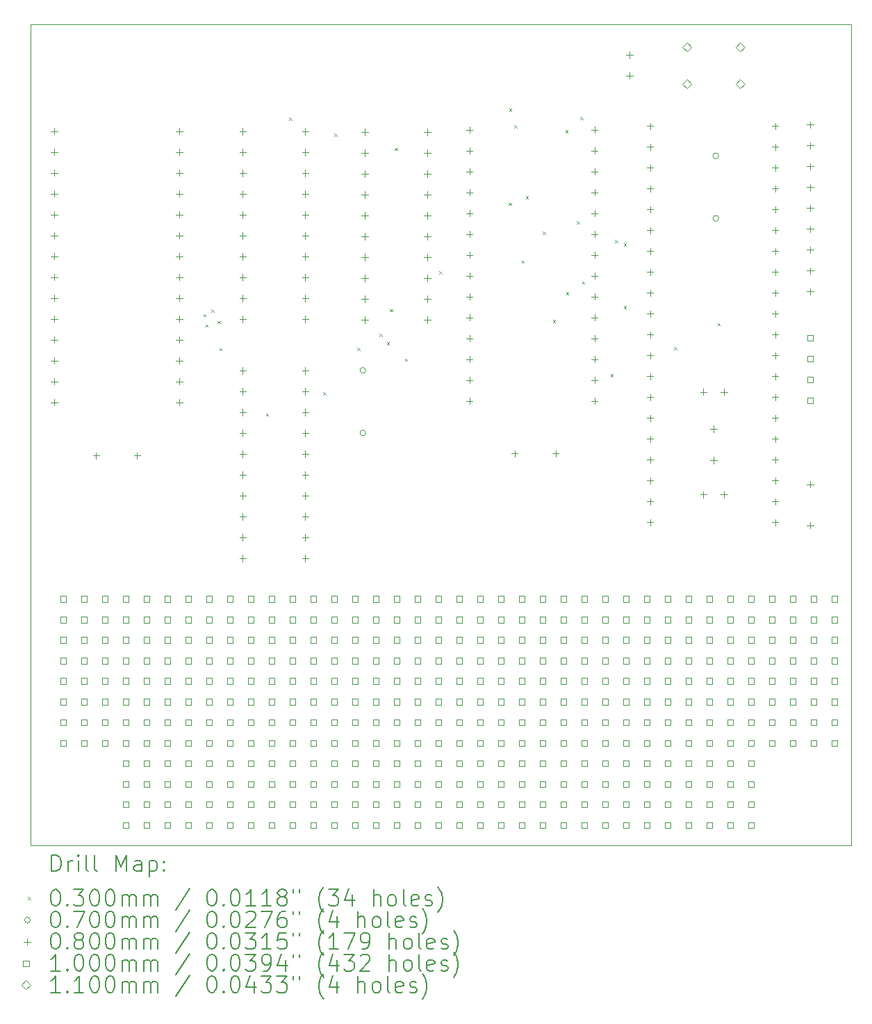
<source format=gbr>
%TF.GenerationSoftware,KiCad,Pcbnew,8.0.4*%
%TF.CreationDate,2024-07-31T10:58:40+02:00*%
%TF.ProjectId,esim,6573696d-2e6b-4696-9361-645f70636258,rev?*%
%TF.SameCoordinates,Original*%
%TF.FileFunction,Drillmap*%
%TF.FilePolarity,Positive*%
%FSLAX45Y45*%
G04 Gerber Fmt 4.5, Leading zero omitted, Abs format (unit mm)*
G04 Created by KiCad (PCBNEW 8.0.4) date 2024-07-31 10:58:40*
%MOMM*%
%LPD*%
G01*
G04 APERTURE LIST*
%ADD10C,0.050000*%
%ADD11C,0.200000*%
%ADD12C,0.100000*%
%ADD13C,0.110000*%
G04 APERTURE END LIST*
D10*
X1000000Y-1000000D02*
X11000000Y-1000000D01*
X11000000Y-11000000D01*
X1000000Y-11000000D01*
X1000000Y-1000000D01*
D11*
D12*
X3106080Y-4527460D02*
X3136080Y-4557460D01*
X3136080Y-4527460D02*
X3106080Y-4557460D01*
X3132430Y-4652930D02*
X3162430Y-4682930D01*
X3162430Y-4652930D02*
X3132430Y-4682930D01*
X3204180Y-4473380D02*
X3234180Y-4503380D01*
X3234180Y-4473380D02*
X3204180Y-4503380D01*
X3281570Y-4610740D02*
X3311570Y-4640740D01*
X3311570Y-4610740D02*
X3281570Y-4640740D01*
X3300570Y-4940140D02*
X3330570Y-4970140D01*
X3330570Y-4940140D02*
X3300570Y-4970140D01*
X3868810Y-5737560D02*
X3898810Y-5767560D01*
X3898810Y-5737560D02*
X3868810Y-5767560D01*
X4151450Y-2136260D02*
X4181450Y-2166260D01*
X4181450Y-2136260D02*
X4151450Y-2166260D01*
X4566810Y-5481040D02*
X4596810Y-5511040D01*
X4596810Y-5481040D02*
X4566810Y-5511040D01*
X4702520Y-2329760D02*
X4732520Y-2359760D01*
X4732520Y-2329760D02*
X4702520Y-2359760D01*
X4982950Y-4938140D02*
X5012950Y-4968140D01*
X5012950Y-4938140D02*
X4982950Y-4968140D01*
X5252360Y-4767760D02*
X5282360Y-4797760D01*
X5282360Y-4767760D02*
X5252360Y-4797760D01*
X5343900Y-4870050D02*
X5373900Y-4900050D01*
X5373900Y-4870050D02*
X5343900Y-4900050D01*
X5378640Y-4466820D02*
X5408640Y-4496820D01*
X5408640Y-4466820D02*
X5378640Y-4496820D01*
X5442170Y-2501280D02*
X5472170Y-2531280D01*
X5472170Y-2501280D02*
X5442170Y-2531280D01*
X5563540Y-5066590D02*
X5593540Y-5096590D01*
X5593540Y-5066590D02*
X5563540Y-5096590D01*
X5984060Y-4006510D02*
X6014060Y-4036510D01*
X6014060Y-4006510D02*
X5984060Y-4036510D01*
X6829340Y-3173010D02*
X6859340Y-3203010D01*
X6859340Y-3173010D02*
X6829340Y-3203010D01*
X6833580Y-2026380D02*
X6863580Y-2056380D01*
X6863580Y-2026380D02*
X6833580Y-2056380D01*
X6894510Y-2227850D02*
X6924510Y-2257850D01*
X6924510Y-2227850D02*
X6894510Y-2257850D01*
X6983800Y-3873390D02*
X7013800Y-3903390D01*
X7013800Y-3873390D02*
X6983800Y-3903390D01*
X7036040Y-3089910D02*
X7066040Y-3119910D01*
X7066040Y-3089910D02*
X7036040Y-3119910D01*
X7241110Y-3524790D02*
X7271110Y-3554790D01*
X7271110Y-3524790D02*
X7241110Y-3554790D01*
X7367490Y-4598320D02*
X7397490Y-4628320D01*
X7397490Y-4598320D02*
X7367490Y-4628320D01*
X7517140Y-2285170D02*
X7547140Y-2315170D01*
X7547140Y-2285170D02*
X7517140Y-2315170D01*
X7526330Y-4259310D02*
X7556330Y-4289310D01*
X7556330Y-4259310D02*
X7526330Y-4289310D01*
X7659730Y-3397400D02*
X7689730Y-3427400D01*
X7689730Y-3397400D02*
X7659730Y-3427400D01*
X7700400Y-2125350D02*
X7730400Y-2155350D01*
X7730400Y-2125350D02*
X7700400Y-2155350D01*
X7723060Y-4128530D02*
X7753060Y-4158530D01*
X7753060Y-4128530D02*
X7723060Y-4158530D01*
X8069050Y-5258090D02*
X8099050Y-5288090D01*
X8099050Y-5258090D02*
X8069050Y-5288090D01*
X8123690Y-3624000D02*
X8153690Y-3654000D01*
X8153690Y-3624000D02*
X8123690Y-3654000D01*
X8230690Y-3667950D02*
X8260690Y-3697950D01*
X8260690Y-3667950D02*
X8230690Y-3697950D01*
X8231110Y-4429000D02*
X8261110Y-4459000D01*
X8261110Y-4429000D02*
X8231110Y-4459000D01*
X8844420Y-4926530D02*
X8874420Y-4956530D01*
X8874420Y-4926530D02*
X8844420Y-4956530D01*
X9374240Y-4634680D02*
X9404240Y-4664680D01*
X9404240Y-4634680D02*
X9374240Y-4664680D01*
X5085000Y-5213000D02*
G75*
G02*
X5015000Y-5213000I-35000J0D01*
G01*
X5015000Y-5213000D02*
G75*
G02*
X5085000Y-5213000I35000J0D01*
G01*
X5085000Y-5975000D02*
G75*
G02*
X5015000Y-5975000I-35000J0D01*
G01*
X5015000Y-5975000D02*
G75*
G02*
X5085000Y-5975000I35000J0D01*
G01*
X9385000Y-2600000D02*
G75*
G02*
X9315000Y-2600000I-35000J0D01*
G01*
X9315000Y-2600000D02*
G75*
G02*
X9385000Y-2600000I35000J0D01*
G01*
X9385000Y-3362000D02*
G75*
G02*
X9315000Y-3362000I-35000J0D01*
G01*
X9315000Y-3362000D02*
G75*
G02*
X9385000Y-3362000I35000J0D01*
G01*
X1287500Y-2260000D02*
X1287500Y-2340000D01*
X1247500Y-2300000D02*
X1327500Y-2300000D01*
X1287500Y-2514000D02*
X1287500Y-2594000D01*
X1247500Y-2554000D02*
X1327500Y-2554000D01*
X1287500Y-2768000D02*
X1287500Y-2848000D01*
X1247500Y-2808000D02*
X1327500Y-2808000D01*
X1287500Y-3022000D02*
X1287500Y-3102000D01*
X1247500Y-3062000D02*
X1327500Y-3062000D01*
X1287500Y-3276000D02*
X1287500Y-3356000D01*
X1247500Y-3316000D02*
X1327500Y-3316000D01*
X1287500Y-3530000D02*
X1287500Y-3610000D01*
X1247500Y-3570000D02*
X1327500Y-3570000D01*
X1287500Y-3784000D02*
X1287500Y-3864000D01*
X1247500Y-3824000D02*
X1327500Y-3824000D01*
X1287500Y-4038000D02*
X1287500Y-4118000D01*
X1247500Y-4078000D02*
X1327500Y-4078000D01*
X1287500Y-4292000D02*
X1287500Y-4372000D01*
X1247500Y-4332000D02*
X1327500Y-4332000D01*
X1287500Y-4546000D02*
X1287500Y-4626000D01*
X1247500Y-4586000D02*
X1327500Y-4586000D01*
X1287500Y-4800000D02*
X1287500Y-4880000D01*
X1247500Y-4840000D02*
X1327500Y-4840000D01*
X1287500Y-5054000D02*
X1287500Y-5134000D01*
X1247500Y-5094000D02*
X1327500Y-5094000D01*
X1287500Y-5308000D02*
X1287500Y-5388000D01*
X1247500Y-5348000D02*
X1327500Y-5348000D01*
X1287500Y-5562000D02*
X1287500Y-5642000D01*
X1247500Y-5602000D02*
X1327500Y-5602000D01*
X1800000Y-6210000D02*
X1800000Y-6290000D01*
X1760000Y-6250000D02*
X1840000Y-6250000D01*
X2300000Y-6210000D02*
X2300000Y-6290000D01*
X2260000Y-6250000D02*
X2340000Y-6250000D01*
X2811500Y-2260000D02*
X2811500Y-2340000D01*
X2771500Y-2300000D02*
X2851500Y-2300000D01*
X2811500Y-2514000D02*
X2811500Y-2594000D01*
X2771500Y-2554000D02*
X2851500Y-2554000D01*
X2811500Y-2768000D02*
X2811500Y-2848000D01*
X2771500Y-2808000D02*
X2851500Y-2808000D01*
X2811500Y-3022000D02*
X2811500Y-3102000D01*
X2771500Y-3062000D02*
X2851500Y-3062000D01*
X2811500Y-3276000D02*
X2811500Y-3356000D01*
X2771500Y-3316000D02*
X2851500Y-3316000D01*
X2811500Y-3530000D02*
X2811500Y-3610000D01*
X2771500Y-3570000D02*
X2851500Y-3570000D01*
X2811500Y-3784000D02*
X2811500Y-3864000D01*
X2771500Y-3824000D02*
X2851500Y-3824000D01*
X2811500Y-4038000D02*
X2811500Y-4118000D01*
X2771500Y-4078000D02*
X2851500Y-4078000D01*
X2811500Y-4292000D02*
X2811500Y-4372000D01*
X2771500Y-4332000D02*
X2851500Y-4332000D01*
X2811500Y-4546000D02*
X2811500Y-4626000D01*
X2771500Y-4586000D02*
X2851500Y-4586000D01*
X2811500Y-4800000D02*
X2811500Y-4880000D01*
X2771500Y-4840000D02*
X2851500Y-4840000D01*
X2811500Y-5054000D02*
X2811500Y-5134000D01*
X2771500Y-5094000D02*
X2851500Y-5094000D01*
X2811500Y-5308000D02*
X2811500Y-5388000D01*
X2771500Y-5348000D02*
X2851500Y-5348000D01*
X2811500Y-5562000D02*
X2811500Y-5642000D01*
X2771500Y-5602000D02*
X2851500Y-5602000D01*
X3588000Y-2262000D02*
X3588000Y-2342000D01*
X3548000Y-2302000D02*
X3628000Y-2302000D01*
X3588000Y-2516000D02*
X3588000Y-2596000D01*
X3548000Y-2556000D02*
X3628000Y-2556000D01*
X3588000Y-2770000D02*
X3588000Y-2850000D01*
X3548000Y-2810000D02*
X3628000Y-2810000D01*
X3588000Y-3024000D02*
X3588000Y-3104000D01*
X3548000Y-3064000D02*
X3628000Y-3064000D01*
X3588000Y-3278000D02*
X3588000Y-3358000D01*
X3548000Y-3318000D02*
X3628000Y-3318000D01*
X3588000Y-3532000D02*
X3588000Y-3612000D01*
X3548000Y-3572000D02*
X3628000Y-3572000D01*
X3588000Y-3786000D02*
X3588000Y-3866000D01*
X3548000Y-3826000D02*
X3628000Y-3826000D01*
X3588000Y-4040000D02*
X3588000Y-4120000D01*
X3548000Y-4080000D02*
X3628000Y-4080000D01*
X3588000Y-4294000D02*
X3588000Y-4374000D01*
X3548000Y-4334000D02*
X3628000Y-4334000D01*
X3588000Y-4548000D02*
X3588000Y-4628000D01*
X3548000Y-4588000D02*
X3628000Y-4588000D01*
X3588000Y-5174000D02*
X3588000Y-5254000D01*
X3548000Y-5214000D02*
X3628000Y-5214000D01*
X3588000Y-5428000D02*
X3588000Y-5508000D01*
X3548000Y-5468000D02*
X3628000Y-5468000D01*
X3588000Y-5682000D02*
X3588000Y-5762000D01*
X3548000Y-5722000D02*
X3628000Y-5722000D01*
X3588000Y-5936000D02*
X3588000Y-6016000D01*
X3548000Y-5976000D02*
X3628000Y-5976000D01*
X3588000Y-6190000D02*
X3588000Y-6270000D01*
X3548000Y-6230000D02*
X3628000Y-6230000D01*
X3588000Y-6444000D02*
X3588000Y-6524000D01*
X3548000Y-6484000D02*
X3628000Y-6484000D01*
X3588000Y-6698000D02*
X3588000Y-6778000D01*
X3548000Y-6738000D02*
X3628000Y-6738000D01*
X3588000Y-6952000D02*
X3588000Y-7032000D01*
X3548000Y-6992000D02*
X3628000Y-6992000D01*
X3588000Y-7206000D02*
X3588000Y-7286000D01*
X3548000Y-7246000D02*
X3628000Y-7246000D01*
X3588000Y-7460000D02*
X3588000Y-7540000D01*
X3548000Y-7500000D02*
X3628000Y-7500000D01*
X4350000Y-2262000D02*
X4350000Y-2342000D01*
X4310000Y-2302000D02*
X4390000Y-2302000D01*
X4350000Y-2516000D02*
X4350000Y-2596000D01*
X4310000Y-2556000D02*
X4390000Y-2556000D01*
X4350000Y-2770000D02*
X4350000Y-2850000D01*
X4310000Y-2810000D02*
X4390000Y-2810000D01*
X4350000Y-3024000D02*
X4350000Y-3104000D01*
X4310000Y-3064000D02*
X4390000Y-3064000D01*
X4350000Y-3278000D02*
X4350000Y-3358000D01*
X4310000Y-3318000D02*
X4390000Y-3318000D01*
X4350000Y-3532000D02*
X4350000Y-3612000D01*
X4310000Y-3572000D02*
X4390000Y-3572000D01*
X4350000Y-3786000D02*
X4350000Y-3866000D01*
X4310000Y-3826000D02*
X4390000Y-3826000D01*
X4350000Y-4040000D02*
X4350000Y-4120000D01*
X4310000Y-4080000D02*
X4390000Y-4080000D01*
X4350000Y-4294000D02*
X4350000Y-4374000D01*
X4310000Y-4334000D02*
X4390000Y-4334000D01*
X4350000Y-4548000D02*
X4350000Y-4628000D01*
X4310000Y-4588000D02*
X4390000Y-4588000D01*
X4350000Y-5174000D02*
X4350000Y-5254000D01*
X4310000Y-5214000D02*
X4390000Y-5214000D01*
X4350000Y-5428000D02*
X4350000Y-5508000D01*
X4310000Y-5468000D02*
X4390000Y-5468000D01*
X4350000Y-5682000D02*
X4350000Y-5762000D01*
X4310000Y-5722000D02*
X4390000Y-5722000D01*
X4350000Y-5936000D02*
X4350000Y-6016000D01*
X4310000Y-5976000D02*
X4390000Y-5976000D01*
X4350000Y-6190000D02*
X4350000Y-6270000D01*
X4310000Y-6230000D02*
X4390000Y-6230000D01*
X4350000Y-6444000D02*
X4350000Y-6524000D01*
X4310000Y-6484000D02*
X4390000Y-6484000D01*
X4350000Y-6698000D02*
X4350000Y-6778000D01*
X4310000Y-6738000D02*
X4390000Y-6738000D01*
X4350000Y-6952000D02*
X4350000Y-7032000D01*
X4310000Y-6992000D02*
X4390000Y-6992000D01*
X4350000Y-7206000D02*
X4350000Y-7286000D01*
X4310000Y-7246000D02*
X4390000Y-7246000D01*
X4350000Y-7460000D02*
X4350000Y-7540000D01*
X4310000Y-7500000D02*
X4390000Y-7500000D01*
X5074000Y-2269000D02*
X5074000Y-2349000D01*
X5034000Y-2309000D02*
X5114000Y-2309000D01*
X5074000Y-2523000D02*
X5074000Y-2603000D01*
X5034000Y-2563000D02*
X5114000Y-2563000D01*
X5074000Y-2777000D02*
X5074000Y-2857000D01*
X5034000Y-2817000D02*
X5114000Y-2817000D01*
X5074000Y-3031000D02*
X5074000Y-3111000D01*
X5034000Y-3071000D02*
X5114000Y-3071000D01*
X5074000Y-3285000D02*
X5074000Y-3365000D01*
X5034000Y-3325000D02*
X5114000Y-3325000D01*
X5074000Y-3539000D02*
X5074000Y-3619000D01*
X5034000Y-3579000D02*
X5114000Y-3579000D01*
X5074000Y-3793000D02*
X5074000Y-3873000D01*
X5034000Y-3833000D02*
X5114000Y-3833000D01*
X5074000Y-4047000D02*
X5074000Y-4127000D01*
X5034000Y-4087000D02*
X5114000Y-4087000D01*
X5074000Y-4301000D02*
X5074000Y-4381000D01*
X5034000Y-4341000D02*
X5114000Y-4341000D01*
X5074000Y-4555000D02*
X5074000Y-4635000D01*
X5034000Y-4595000D02*
X5114000Y-4595000D01*
X5836000Y-2269000D02*
X5836000Y-2349000D01*
X5796000Y-2309000D02*
X5876000Y-2309000D01*
X5836000Y-2523000D02*
X5836000Y-2603000D01*
X5796000Y-2563000D02*
X5876000Y-2563000D01*
X5836000Y-2777000D02*
X5836000Y-2857000D01*
X5796000Y-2817000D02*
X5876000Y-2817000D01*
X5836000Y-3031000D02*
X5836000Y-3111000D01*
X5796000Y-3071000D02*
X5876000Y-3071000D01*
X5836000Y-3285000D02*
X5836000Y-3365000D01*
X5796000Y-3325000D02*
X5876000Y-3325000D01*
X5836000Y-3539000D02*
X5836000Y-3619000D01*
X5796000Y-3579000D02*
X5876000Y-3579000D01*
X5836000Y-3793000D02*
X5836000Y-3873000D01*
X5796000Y-3833000D02*
X5876000Y-3833000D01*
X5836000Y-4047000D02*
X5836000Y-4127000D01*
X5796000Y-4087000D02*
X5876000Y-4087000D01*
X5836000Y-4301000D02*
X5836000Y-4381000D01*
X5796000Y-4341000D02*
X5876000Y-4341000D01*
X5836000Y-4555000D02*
X5836000Y-4635000D01*
X5796000Y-4595000D02*
X5876000Y-4595000D01*
X6350000Y-2243000D02*
X6350000Y-2323000D01*
X6310000Y-2283000D02*
X6390000Y-2283000D01*
X6350000Y-2497000D02*
X6350000Y-2577000D01*
X6310000Y-2537000D02*
X6390000Y-2537000D01*
X6350000Y-2751000D02*
X6350000Y-2831000D01*
X6310000Y-2791000D02*
X6390000Y-2791000D01*
X6350000Y-3005000D02*
X6350000Y-3085000D01*
X6310000Y-3045000D02*
X6390000Y-3045000D01*
X6350000Y-3259000D02*
X6350000Y-3339000D01*
X6310000Y-3299000D02*
X6390000Y-3299000D01*
X6350000Y-3513000D02*
X6350000Y-3593000D01*
X6310000Y-3553000D02*
X6390000Y-3553000D01*
X6350000Y-3767000D02*
X6350000Y-3847000D01*
X6310000Y-3807000D02*
X6390000Y-3807000D01*
X6350000Y-4021000D02*
X6350000Y-4101000D01*
X6310000Y-4061000D02*
X6390000Y-4061000D01*
X6350000Y-4275000D02*
X6350000Y-4355000D01*
X6310000Y-4315000D02*
X6390000Y-4315000D01*
X6350000Y-4529000D02*
X6350000Y-4609000D01*
X6310000Y-4569000D02*
X6390000Y-4569000D01*
X6350000Y-4783000D02*
X6350000Y-4863000D01*
X6310000Y-4823000D02*
X6390000Y-4823000D01*
X6350000Y-5037000D02*
X6350000Y-5117000D01*
X6310000Y-5077000D02*
X6390000Y-5077000D01*
X6350000Y-5291000D02*
X6350000Y-5371000D01*
X6310000Y-5331000D02*
X6390000Y-5331000D01*
X6350000Y-5545000D02*
X6350000Y-5625000D01*
X6310000Y-5585000D02*
X6390000Y-5585000D01*
X6900000Y-6185000D02*
X6900000Y-6265000D01*
X6860000Y-6225000D02*
X6940000Y-6225000D01*
X7400000Y-6185000D02*
X7400000Y-6265000D01*
X7360000Y-6225000D02*
X7440000Y-6225000D01*
X7874000Y-2243000D02*
X7874000Y-2323000D01*
X7834000Y-2283000D02*
X7914000Y-2283000D01*
X7874000Y-2497000D02*
X7874000Y-2577000D01*
X7834000Y-2537000D02*
X7914000Y-2537000D01*
X7874000Y-2751000D02*
X7874000Y-2831000D01*
X7834000Y-2791000D02*
X7914000Y-2791000D01*
X7874000Y-3005000D02*
X7874000Y-3085000D01*
X7834000Y-3045000D02*
X7914000Y-3045000D01*
X7874000Y-3259000D02*
X7874000Y-3339000D01*
X7834000Y-3299000D02*
X7914000Y-3299000D01*
X7874000Y-3513000D02*
X7874000Y-3593000D01*
X7834000Y-3553000D02*
X7914000Y-3553000D01*
X7874000Y-3767000D02*
X7874000Y-3847000D01*
X7834000Y-3807000D02*
X7914000Y-3807000D01*
X7874000Y-4021000D02*
X7874000Y-4101000D01*
X7834000Y-4061000D02*
X7914000Y-4061000D01*
X7874000Y-4275000D02*
X7874000Y-4355000D01*
X7834000Y-4315000D02*
X7914000Y-4315000D01*
X7874000Y-4529000D02*
X7874000Y-4609000D01*
X7834000Y-4569000D02*
X7914000Y-4569000D01*
X7874000Y-4783000D02*
X7874000Y-4863000D01*
X7834000Y-4823000D02*
X7914000Y-4823000D01*
X7874000Y-5037000D02*
X7874000Y-5117000D01*
X7834000Y-5077000D02*
X7914000Y-5077000D01*
X7874000Y-5291000D02*
X7874000Y-5371000D01*
X7834000Y-5331000D02*
X7914000Y-5331000D01*
X7874000Y-5545000D02*
X7874000Y-5625000D01*
X7834000Y-5585000D02*
X7914000Y-5585000D01*
X8300000Y-1330510D02*
X8300000Y-1410510D01*
X8260000Y-1370510D02*
X8340000Y-1370510D01*
X8300000Y-1580510D02*
X8300000Y-1660510D01*
X8260000Y-1620510D02*
X8340000Y-1620510D01*
X8550000Y-2197000D02*
X8550000Y-2277000D01*
X8510000Y-2237000D02*
X8590000Y-2237000D01*
X8550000Y-2451000D02*
X8550000Y-2531000D01*
X8510000Y-2491000D02*
X8590000Y-2491000D01*
X8550000Y-2705000D02*
X8550000Y-2785000D01*
X8510000Y-2745000D02*
X8590000Y-2745000D01*
X8550000Y-2959000D02*
X8550000Y-3039000D01*
X8510000Y-2999000D02*
X8590000Y-2999000D01*
X8550000Y-3213000D02*
X8550000Y-3293000D01*
X8510000Y-3253000D02*
X8590000Y-3253000D01*
X8550000Y-3467000D02*
X8550000Y-3547000D01*
X8510000Y-3507000D02*
X8590000Y-3507000D01*
X8550000Y-3721000D02*
X8550000Y-3801000D01*
X8510000Y-3761000D02*
X8590000Y-3761000D01*
X8550000Y-3975000D02*
X8550000Y-4055000D01*
X8510000Y-4015000D02*
X8590000Y-4015000D01*
X8550000Y-4229000D02*
X8550000Y-4309000D01*
X8510000Y-4269000D02*
X8590000Y-4269000D01*
X8550000Y-4483000D02*
X8550000Y-4563000D01*
X8510000Y-4523000D02*
X8590000Y-4523000D01*
X8550000Y-4737000D02*
X8550000Y-4817000D01*
X8510000Y-4777000D02*
X8590000Y-4777000D01*
X8550000Y-4991000D02*
X8550000Y-5071000D01*
X8510000Y-5031000D02*
X8590000Y-5031000D01*
X8550000Y-5245000D02*
X8550000Y-5325000D01*
X8510000Y-5285000D02*
X8590000Y-5285000D01*
X8550000Y-5499000D02*
X8550000Y-5579000D01*
X8510000Y-5539000D02*
X8590000Y-5539000D01*
X8550000Y-5753000D02*
X8550000Y-5833000D01*
X8510000Y-5793000D02*
X8590000Y-5793000D01*
X8550000Y-6007000D02*
X8550000Y-6087000D01*
X8510000Y-6047000D02*
X8590000Y-6047000D01*
X8550000Y-6261000D02*
X8550000Y-6341000D01*
X8510000Y-6301000D02*
X8590000Y-6301000D01*
X8550000Y-6515000D02*
X8550000Y-6595000D01*
X8510000Y-6555000D02*
X8590000Y-6555000D01*
X8550000Y-6769000D02*
X8550000Y-6849000D01*
X8510000Y-6809000D02*
X8590000Y-6809000D01*
X8550000Y-7023000D02*
X8550000Y-7103000D01*
X8510000Y-7063000D02*
X8590000Y-7063000D01*
X9200000Y-5435000D02*
X9200000Y-5515000D01*
X9160000Y-5475000D02*
X9240000Y-5475000D01*
X9200000Y-6685000D02*
X9200000Y-6765000D01*
X9160000Y-6725000D02*
X9240000Y-6725000D01*
X9324000Y-5885000D02*
X9324000Y-5965000D01*
X9284000Y-5925000D02*
X9364000Y-5925000D01*
X9324000Y-6265000D02*
X9324000Y-6345000D01*
X9284000Y-6305000D02*
X9364000Y-6305000D01*
X9450000Y-5435000D02*
X9450000Y-5515000D01*
X9410000Y-5475000D02*
X9490000Y-5475000D01*
X9450000Y-6685000D02*
X9450000Y-6765000D01*
X9410000Y-6725000D02*
X9490000Y-6725000D01*
X10074000Y-2197000D02*
X10074000Y-2277000D01*
X10034000Y-2237000D02*
X10114000Y-2237000D01*
X10074000Y-2451000D02*
X10074000Y-2531000D01*
X10034000Y-2491000D02*
X10114000Y-2491000D01*
X10074000Y-2705000D02*
X10074000Y-2785000D01*
X10034000Y-2745000D02*
X10114000Y-2745000D01*
X10074000Y-2959000D02*
X10074000Y-3039000D01*
X10034000Y-2999000D02*
X10114000Y-2999000D01*
X10074000Y-3213000D02*
X10074000Y-3293000D01*
X10034000Y-3253000D02*
X10114000Y-3253000D01*
X10074000Y-3467000D02*
X10074000Y-3547000D01*
X10034000Y-3507000D02*
X10114000Y-3507000D01*
X10074000Y-3721000D02*
X10074000Y-3801000D01*
X10034000Y-3761000D02*
X10114000Y-3761000D01*
X10074000Y-3975000D02*
X10074000Y-4055000D01*
X10034000Y-4015000D02*
X10114000Y-4015000D01*
X10074000Y-4229000D02*
X10074000Y-4309000D01*
X10034000Y-4269000D02*
X10114000Y-4269000D01*
X10074000Y-4483000D02*
X10074000Y-4563000D01*
X10034000Y-4523000D02*
X10114000Y-4523000D01*
X10074000Y-4737000D02*
X10074000Y-4817000D01*
X10034000Y-4777000D02*
X10114000Y-4777000D01*
X10074000Y-4991000D02*
X10074000Y-5071000D01*
X10034000Y-5031000D02*
X10114000Y-5031000D01*
X10074000Y-5245000D02*
X10074000Y-5325000D01*
X10034000Y-5285000D02*
X10114000Y-5285000D01*
X10074000Y-5499000D02*
X10074000Y-5579000D01*
X10034000Y-5539000D02*
X10114000Y-5539000D01*
X10074000Y-5753000D02*
X10074000Y-5833000D01*
X10034000Y-5793000D02*
X10114000Y-5793000D01*
X10074000Y-6007000D02*
X10074000Y-6087000D01*
X10034000Y-6047000D02*
X10114000Y-6047000D01*
X10074000Y-6261000D02*
X10074000Y-6341000D01*
X10034000Y-6301000D02*
X10114000Y-6301000D01*
X10074000Y-6515000D02*
X10074000Y-6595000D01*
X10034000Y-6555000D02*
X10114000Y-6555000D01*
X10074000Y-6769000D02*
X10074000Y-6849000D01*
X10034000Y-6809000D02*
X10114000Y-6809000D01*
X10074000Y-7023000D02*
X10074000Y-7103000D01*
X10034000Y-7063000D02*
X10114000Y-7063000D01*
X10500000Y-2181000D02*
X10500000Y-2261000D01*
X10460000Y-2221000D02*
X10540000Y-2221000D01*
X10500000Y-2435000D02*
X10500000Y-2515000D01*
X10460000Y-2475000D02*
X10540000Y-2475000D01*
X10500000Y-2689000D02*
X10500000Y-2769000D01*
X10460000Y-2729000D02*
X10540000Y-2729000D01*
X10500000Y-2943000D02*
X10500000Y-3023000D01*
X10460000Y-2983000D02*
X10540000Y-2983000D01*
X10500000Y-3197000D02*
X10500000Y-3277000D01*
X10460000Y-3237000D02*
X10540000Y-3237000D01*
X10500000Y-3451000D02*
X10500000Y-3531000D01*
X10460000Y-3491000D02*
X10540000Y-3491000D01*
X10500000Y-3705000D02*
X10500000Y-3785000D01*
X10460000Y-3745000D02*
X10540000Y-3745000D01*
X10500000Y-3959000D02*
X10500000Y-4039000D01*
X10460000Y-3999000D02*
X10540000Y-3999000D01*
X10500000Y-4213000D02*
X10500000Y-4293000D01*
X10460000Y-4253000D02*
X10540000Y-4253000D01*
X10500000Y-6560000D02*
X10500000Y-6640000D01*
X10460000Y-6600000D02*
X10540000Y-6600000D01*
X10500000Y-7060000D02*
X10500000Y-7140000D01*
X10460000Y-7100000D02*
X10540000Y-7100000D01*
X1435356Y-8031356D02*
X1435356Y-7960644D01*
X1364644Y-7960644D01*
X1364644Y-8031356D01*
X1435356Y-8031356D01*
X1435356Y-8285356D02*
X1435356Y-8214644D01*
X1364644Y-8214644D01*
X1364644Y-8285356D01*
X1435356Y-8285356D01*
X1435356Y-8531356D02*
X1435356Y-8460644D01*
X1364644Y-8460644D01*
X1364644Y-8531356D01*
X1435356Y-8531356D01*
X1435356Y-8785356D02*
X1435356Y-8714644D01*
X1364644Y-8714644D01*
X1364644Y-8785356D01*
X1435356Y-8785356D01*
X1435356Y-9031356D02*
X1435356Y-8960644D01*
X1364644Y-8960644D01*
X1364644Y-9031356D01*
X1435356Y-9031356D01*
X1435356Y-9285356D02*
X1435356Y-9214644D01*
X1364644Y-9214644D01*
X1364644Y-9285356D01*
X1435356Y-9285356D01*
X1435356Y-9531356D02*
X1435356Y-9460644D01*
X1364644Y-9460644D01*
X1364644Y-9531356D01*
X1435356Y-9531356D01*
X1435356Y-9785356D02*
X1435356Y-9714644D01*
X1364644Y-9714644D01*
X1364644Y-9785356D01*
X1435356Y-9785356D01*
X1689356Y-8031356D02*
X1689356Y-7960644D01*
X1618644Y-7960644D01*
X1618644Y-8031356D01*
X1689356Y-8031356D01*
X1689356Y-8285356D02*
X1689356Y-8214644D01*
X1618644Y-8214644D01*
X1618644Y-8285356D01*
X1689356Y-8285356D01*
X1689356Y-8531356D02*
X1689356Y-8460644D01*
X1618644Y-8460644D01*
X1618644Y-8531356D01*
X1689356Y-8531356D01*
X1689356Y-8785356D02*
X1689356Y-8714644D01*
X1618644Y-8714644D01*
X1618644Y-8785356D01*
X1689356Y-8785356D01*
X1689356Y-9031356D02*
X1689356Y-8960644D01*
X1618644Y-8960644D01*
X1618644Y-9031356D01*
X1689356Y-9031356D01*
X1689356Y-9285356D02*
X1689356Y-9214644D01*
X1618644Y-9214644D01*
X1618644Y-9285356D01*
X1689356Y-9285356D01*
X1689356Y-9531356D02*
X1689356Y-9460644D01*
X1618644Y-9460644D01*
X1618644Y-9531356D01*
X1689356Y-9531356D01*
X1689356Y-9785356D02*
X1689356Y-9714644D01*
X1618644Y-9714644D01*
X1618644Y-9785356D01*
X1689356Y-9785356D01*
X1943356Y-8031356D02*
X1943356Y-7960644D01*
X1872644Y-7960644D01*
X1872644Y-8031356D01*
X1943356Y-8031356D01*
X1943356Y-8285356D02*
X1943356Y-8214644D01*
X1872644Y-8214644D01*
X1872644Y-8285356D01*
X1943356Y-8285356D01*
X1943356Y-8531356D02*
X1943356Y-8460644D01*
X1872644Y-8460644D01*
X1872644Y-8531356D01*
X1943356Y-8531356D01*
X1943356Y-8785356D02*
X1943356Y-8714644D01*
X1872644Y-8714644D01*
X1872644Y-8785356D01*
X1943356Y-8785356D01*
X1943356Y-9031356D02*
X1943356Y-8960644D01*
X1872644Y-8960644D01*
X1872644Y-9031356D01*
X1943356Y-9031356D01*
X1943356Y-9285356D02*
X1943356Y-9214644D01*
X1872644Y-9214644D01*
X1872644Y-9285356D01*
X1943356Y-9285356D01*
X1943356Y-9531356D02*
X1943356Y-9460644D01*
X1872644Y-9460644D01*
X1872644Y-9531356D01*
X1943356Y-9531356D01*
X1943356Y-9785356D02*
X1943356Y-9714644D01*
X1872644Y-9714644D01*
X1872644Y-9785356D01*
X1943356Y-9785356D01*
X2197356Y-8031356D02*
X2197356Y-7960644D01*
X2126644Y-7960644D01*
X2126644Y-8031356D01*
X2197356Y-8031356D01*
X2197356Y-8285356D02*
X2197356Y-8214644D01*
X2126644Y-8214644D01*
X2126644Y-8285356D01*
X2197356Y-8285356D01*
X2197356Y-8531356D02*
X2197356Y-8460644D01*
X2126644Y-8460644D01*
X2126644Y-8531356D01*
X2197356Y-8531356D01*
X2197356Y-8785356D02*
X2197356Y-8714644D01*
X2126644Y-8714644D01*
X2126644Y-8785356D01*
X2197356Y-8785356D01*
X2197356Y-9031356D02*
X2197356Y-8960644D01*
X2126644Y-8960644D01*
X2126644Y-9031356D01*
X2197356Y-9031356D01*
X2197356Y-9285356D02*
X2197356Y-9214644D01*
X2126644Y-9214644D01*
X2126644Y-9285356D01*
X2197356Y-9285356D01*
X2197356Y-9531356D02*
X2197356Y-9460644D01*
X2126644Y-9460644D01*
X2126644Y-9531356D01*
X2197356Y-9531356D01*
X2197356Y-9785356D02*
X2197356Y-9714644D01*
X2126644Y-9714644D01*
X2126644Y-9785356D01*
X2197356Y-9785356D01*
X2199356Y-10031356D02*
X2199356Y-9960644D01*
X2128644Y-9960644D01*
X2128644Y-10031356D01*
X2199356Y-10031356D01*
X2199356Y-10285356D02*
X2199356Y-10214644D01*
X2128644Y-10214644D01*
X2128644Y-10285356D01*
X2199356Y-10285356D01*
X2199356Y-10531356D02*
X2199356Y-10460644D01*
X2128644Y-10460644D01*
X2128644Y-10531356D01*
X2199356Y-10531356D01*
X2199356Y-10785356D02*
X2199356Y-10714644D01*
X2128644Y-10714644D01*
X2128644Y-10785356D01*
X2199356Y-10785356D01*
X2451356Y-8031356D02*
X2451356Y-7960644D01*
X2380644Y-7960644D01*
X2380644Y-8031356D01*
X2451356Y-8031356D01*
X2451356Y-8285356D02*
X2451356Y-8214644D01*
X2380644Y-8214644D01*
X2380644Y-8285356D01*
X2451356Y-8285356D01*
X2451356Y-8531356D02*
X2451356Y-8460644D01*
X2380644Y-8460644D01*
X2380644Y-8531356D01*
X2451356Y-8531356D01*
X2451356Y-8785356D02*
X2451356Y-8714644D01*
X2380644Y-8714644D01*
X2380644Y-8785356D01*
X2451356Y-8785356D01*
X2451356Y-9031356D02*
X2451356Y-8960644D01*
X2380644Y-8960644D01*
X2380644Y-9031356D01*
X2451356Y-9031356D01*
X2451356Y-9285356D02*
X2451356Y-9214644D01*
X2380644Y-9214644D01*
X2380644Y-9285356D01*
X2451356Y-9285356D01*
X2451356Y-9531356D02*
X2451356Y-9460644D01*
X2380644Y-9460644D01*
X2380644Y-9531356D01*
X2451356Y-9531356D01*
X2451356Y-9785356D02*
X2451356Y-9714644D01*
X2380644Y-9714644D01*
X2380644Y-9785356D01*
X2451356Y-9785356D01*
X2453356Y-10031356D02*
X2453356Y-9960644D01*
X2382644Y-9960644D01*
X2382644Y-10031356D01*
X2453356Y-10031356D01*
X2453356Y-10285356D02*
X2453356Y-10214644D01*
X2382644Y-10214644D01*
X2382644Y-10285356D01*
X2453356Y-10285356D01*
X2453356Y-10531356D02*
X2453356Y-10460644D01*
X2382644Y-10460644D01*
X2382644Y-10531356D01*
X2453356Y-10531356D01*
X2453356Y-10785356D02*
X2453356Y-10714644D01*
X2382644Y-10714644D01*
X2382644Y-10785356D01*
X2453356Y-10785356D01*
X2705356Y-8031356D02*
X2705356Y-7960644D01*
X2634644Y-7960644D01*
X2634644Y-8031356D01*
X2705356Y-8031356D01*
X2705356Y-8285356D02*
X2705356Y-8214644D01*
X2634644Y-8214644D01*
X2634644Y-8285356D01*
X2705356Y-8285356D01*
X2705356Y-8531356D02*
X2705356Y-8460644D01*
X2634644Y-8460644D01*
X2634644Y-8531356D01*
X2705356Y-8531356D01*
X2705356Y-8785356D02*
X2705356Y-8714644D01*
X2634644Y-8714644D01*
X2634644Y-8785356D01*
X2705356Y-8785356D01*
X2705356Y-9031356D02*
X2705356Y-8960644D01*
X2634644Y-8960644D01*
X2634644Y-9031356D01*
X2705356Y-9031356D01*
X2705356Y-9285356D02*
X2705356Y-9214644D01*
X2634644Y-9214644D01*
X2634644Y-9285356D01*
X2705356Y-9285356D01*
X2705356Y-9531356D02*
X2705356Y-9460644D01*
X2634644Y-9460644D01*
X2634644Y-9531356D01*
X2705356Y-9531356D01*
X2705356Y-9785356D02*
X2705356Y-9714644D01*
X2634644Y-9714644D01*
X2634644Y-9785356D01*
X2705356Y-9785356D01*
X2707356Y-10031356D02*
X2707356Y-9960644D01*
X2636644Y-9960644D01*
X2636644Y-10031356D01*
X2707356Y-10031356D01*
X2707356Y-10285356D02*
X2707356Y-10214644D01*
X2636644Y-10214644D01*
X2636644Y-10285356D01*
X2707356Y-10285356D01*
X2707356Y-10531356D02*
X2707356Y-10460644D01*
X2636644Y-10460644D01*
X2636644Y-10531356D01*
X2707356Y-10531356D01*
X2707356Y-10785356D02*
X2707356Y-10714644D01*
X2636644Y-10714644D01*
X2636644Y-10785356D01*
X2707356Y-10785356D01*
X2959356Y-8031356D02*
X2959356Y-7960644D01*
X2888644Y-7960644D01*
X2888644Y-8031356D01*
X2959356Y-8031356D01*
X2959356Y-8285356D02*
X2959356Y-8214644D01*
X2888644Y-8214644D01*
X2888644Y-8285356D01*
X2959356Y-8285356D01*
X2959356Y-8531356D02*
X2959356Y-8460644D01*
X2888644Y-8460644D01*
X2888644Y-8531356D01*
X2959356Y-8531356D01*
X2959356Y-8785356D02*
X2959356Y-8714644D01*
X2888644Y-8714644D01*
X2888644Y-8785356D01*
X2959356Y-8785356D01*
X2959356Y-9031356D02*
X2959356Y-8960644D01*
X2888644Y-8960644D01*
X2888644Y-9031356D01*
X2959356Y-9031356D01*
X2959356Y-9285356D02*
X2959356Y-9214644D01*
X2888644Y-9214644D01*
X2888644Y-9285356D01*
X2959356Y-9285356D01*
X2959356Y-9531356D02*
X2959356Y-9460644D01*
X2888644Y-9460644D01*
X2888644Y-9531356D01*
X2959356Y-9531356D01*
X2959356Y-9785356D02*
X2959356Y-9714644D01*
X2888644Y-9714644D01*
X2888644Y-9785356D01*
X2959356Y-9785356D01*
X2961356Y-10031356D02*
X2961356Y-9960644D01*
X2890644Y-9960644D01*
X2890644Y-10031356D01*
X2961356Y-10031356D01*
X2961356Y-10285356D02*
X2961356Y-10214644D01*
X2890644Y-10214644D01*
X2890644Y-10285356D01*
X2961356Y-10285356D01*
X2961356Y-10531356D02*
X2961356Y-10460644D01*
X2890644Y-10460644D01*
X2890644Y-10531356D01*
X2961356Y-10531356D01*
X2961356Y-10785356D02*
X2961356Y-10714644D01*
X2890644Y-10714644D01*
X2890644Y-10785356D01*
X2961356Y-10785356D01*
X3213356Y-8031356D02*
X3213356Y-7960644D01*
X3142644Y-7960644D01*
X3142644Y-8031356D01*
X3213356Y-8031356D01*
X3213356Y-8285356D02*
X3213356Y-8214644D01*
X3142644Y-8214644D01*
X3142644Y-8285356D01*
X3213356Y-8285356D01*
X3213356Y-8531356D02*
X3213356Y-8460644D01*
X3142644Y-8460644D01*
X3142644Y-8531356D01*
X3213356Y-8531356D01*
X3213356Y-8785356D02*
X3213356Y-8714644D01*
X3142644Y-8714644D01*
X3142644Y-8785356D01*
X3213356Y-8785356D01*
X3213356Y-9031356D02*
X3213356Y-8960644D01*
X3142644Y-8960644D01*
X3142644Y-9031356D01*
X3213356Y-9031356D01*
X3213356Y-9285356D02*
X3213356Y-9214644D01*
X3142644Y-9214644D01*
X3142644Y-9285356D01*
X3213356Y-9285356D01*
X3213356Y-9531356D02*
X3213356Y-9460644D01*
X3142644Y-9460644D01*
X3142644Y-9531356D01*
X3213356Y-9531356D01*
X3213356Y-9785356D02*
X3213356Y-9714644D01*
X3142644Y-9714644D01*
X3142644Y-9785356D01*
X3213356Y-9785356D01*
X3215356Y-10031356D02*
X3215356Y-9960644D01*
X3144644Y-9960644D01*
X3144644Y-10031356D01*
X3215356Y-10031356D01*
X3215356Y-10285356D02*
X3215356Y-10214644D01*
X3144644Y-10214644D01*
X3144644Y-10285356D01*
X3215356Y-10285356D01*
X3215356Y-10531356D02*
X3215356Y-10460644D01*
X3144644Y-10460644D01*
X3144644Y-10531356D01*
X3215356Y-10531356D01*
X3215356Y-10785356D02*
X3215356Y-10714644D01*
X3144644Y-10714644D01*
X3144644Y-10785356D01*
X3215356Y-10785356D01*
X3467356Y-8031356D02*
X3467356Y-7960644D01*
X3396644Y-7960644D01*
X3396644Y-8031356D01*
X3467356Y-8031356D01*
X3467356Y-8285356D02*
X3467356Y-8214644D01*
X3396644Y-8214644D01*
X3396644Y-8285356D01*
X3467356Y-8285356D01*
X3467356Y-8531356D02*
X3467356Y-8460644D01*
X3396644Y-8460644D01*
X3396644Y-8531356D01*
X3467356Y-8531356D01*
X3467356Y-8785356D02*
X3467356Y-8714644D01*
X3396644Y-8714644D01*
X3396644Y-8785356D01*
X3467356Y-8785356D01*
X3467356Y-9031356D02*
X3467356Y-8960644D01*
X3396644Y-8960644D01*
X3396644Y-9031356D01*
X3467356Y-9031356D01*
X3467356Y-9285356D02*
X3467356Y-9214644D01*
X3396644Y-9214644D01*
X3396644Y-9285356D01*
X3467356Y-9285356D01*
X3467356Y-9531356D02*
X3467356Y-9460644D01*
X3396644Y-9460644D01*
X3396644Y-9531356D01*
X3467356Y-9531356D01*
X3467356Y-9785356D02*
X3467356Y-9714644D01*
X3396644Y-9714644D01*
X3396644Y-9785356D01*
X3467356Y-9785356D01*
X3469356Y-10031356D02*
X3469356Y-9960644D01*
X3398644Y-9960644D01*
X3398644Y-10031356D01*
X3469356Y-10031356D01*
X3469356Y-10285356D02*
X3469356Y-10214644D01*
X3398644Y-10214644D01*
X3398644Y-10285356D01*
X3469356Y-10285356D01*
X3469356Y-10531356D02*
X3469356Y-10460644D01*
X3398644Y-10460644D01*
X3398644Y-10531356D01*
X3469356Y-10531356D01*
X3469356Y-10785356D02*
X3469356Y-10714644D01*
X3398644Y-10714644D01*
X3398644Y-10785356D01*
X3469356Y-10785356D01*
X3721356Y-8031356D02*
X3721356Y-7960644D01*
X3650644Y-7960644D01*
X3650644Y-8031356D01*
X3721356Y-8031356D01*
X3721356Y-8285356D02*
X3721356Y-8214644D01*
X3650644Y-8214644D01*
X3650644Y-8285356D01*
X3721356Y-8285356D01*
X3721356Y-8531356D02*
X3721356Y-8460644D01*
X3650644Y-8460644D01*
X3650644Y-8531356D01*
X3721356Y-8531356D01*
X3721356Y-8785356D02*
X3721356Y-8714644D01*
X3650644Y-8714644D01*
X3650644Y-8785356D01*
X3721356Y-8785356D01*
X3721356Y-9031356D02*
X3721356Y-8960644D01*
X3650644Y-8960644D01*
X3650644Y-9031356D01*
X3721356Y-9031356D01*
X3721356Y-9285356D02*
X3721356Y-9214644D01*
X3650644Y-9214644D01*
X3650644Y-9285356D01*
X3721356Y-9285356D01*
X3721356Y-9531356D02*
X3721356Y-9460644D01*
X3650644Y-9460644D01*
X3650644Y-9531356D01*
X3721356Y-9531356D01*
X3721356Y-9785356D02*
X3721356Y-9714644D01*
X3650644Y-9714644D01*
X3650644Y-9785356D01*
X3721356Y-9785356D01*
X3723356Y-10031356D02*
X3723356Y-9960644D01*
X3652644Y-9960644D01*
X3652644Y-10031356D01*
X3723356Y-10031356D01*
X3723356Y-10285356D02*
X3723356Y-10214644D01*
X3652644Y-10214644D01*
X3652644Y-10285356D01*
X3723356Y-10285356D01*
X3723356Y-10531356D02*
X3723356Y-10460644D01*
X3652644Y-10460644D01*
X3652644Y-10531356D01*
X3723356Y-10531356D01*
X3723356Y-10785356D02*
X3723356Y-10714644D01*
X3652644Y-10714644D01*
X3652644Y-10785356D01*
X3723356Y-10785356D01*
X3975356Y-8031356D02*
X3975356Y-7960644D01*
X3904644Y-7960644D01*
X3904644Y-8031356D01*
X3975356Y-8031356D01*
X3975356Y-8285356D02*
X3975356Y-8214644D01*
X3904644Y-8214644D01*
X3904644Y-8285356D01*
X3975356Y-8285356D01*
X3975356Y-8531356D02*
X3975356Y-8460644D01*
X3904644Y-8460644D01*
X3904644Y-8531356D01*
X3975356Y-8531356D01*
X3975356Y-8785356D02*
X3975356Y-8714644D01*
X3904644Y-8714644D01*
X3904644Y-8785356D01*
X3975356Y-8785356D01*
X3975356Y-9031356D02*
X3975356Y-8960644D01*
X3904644Y-8960644D01*
X3904644Y-9031356D01*
X3975356Y-9031356D01*
X3975356Y-9285356D02*
X3975356Y-9214644D01*
X3904644Y-9214644D01*
X3904644Y-9285356D01*
X3975356Y-9285356D01*
X3975356Y-9531356D02*
X3975356Y-9460644D01*
X3904644Y-9460644D01*
X3904644Y-9531356D01*
X3975356Y-9531356D01*
X3975356Y-9785356D02*
X3975356Y-9714644D01*
X3904644Y-9714644D01*
X3904644Y-9785356D01*
X3975356Y-9785356D01*
X3977356Y-10031356D02*
X3977356Y-9960644D01*
X3906644Y-9960644D01*
X3906644Y-10031356D01*
X3977356Y-10031356D01*
X3977356Y-10285356D02*
X3977356Y-10214644D01*
X3906644Y-10214644D01*
X3906644Y-10285356D01*
X3977356Y-10285356D01*
X3977356Y-10531356D02*
X3977356Y-10460644D01*
X3906644Y-10460644D01*
X3906644Y-10531356D01*
X3977356Y-10531356D01*
X3977356Y-10785356D02*
X3977356Y-10714644D01*
X3906644Y-10714644D01*
X3906644Y-10785356D01*
X3977356Y-10785356D01*
X4229356Y-8031356D02*
X4229356Y-7960644D01*
X4158644Y-7960644D01*
X4158644Y-8031356D01*
X4229356Y-8031356D01*
X4229356Y-8285356D02*
X4229356Y-8214644D01*
X4158644Y-8214644D01*
X4158644Y-8285356D01*
X4229356Y-8285356D01*
X4229356Y-8531356D02*
X4229356Y-8460644D01*
X4158644Y-8460644D01*
X4158644Y-8531356D01*
X4229356Y-8531356D01*
X4229356Y-8785356D02*
X4229356Y-8714644D01*
X4158644Y-8714644D01*
X4158644Y-8785356D01*
X4229356Y-8785356D01*
X4229356Y-9031356D02*
X4229356Y-8960644D01*
X4158644Y-8960644D01*
X4158644Y-9031356D01*
X4229356Y-9031356D01*
X4229356Y-9285356D02*
X4229356Y-9214644D01*
X4158644Y-9214644D01*
X4158644Y-9285356D01*
X4229356Y-9285356D01*
X4229356Y-9531356D02*
X4229356Y-9460644D01*
X4158644Y-9460644D01*
X4158644Y-9531356D01*
X4229356Y-9531356D01*
X4229356Y-9785356D02*
X4229356Y-9714644D01*
X4158644Y-9714644D01*
X4158644Y-9785356D01*
X4229356Y-9785356D01*
X4231356Y-10031356D02*
X4231356Y-9960644D01*
X4160644Y-9960644D01*
X4160644Y-10031356D01*
X4231356Y-10031356D01*
X4231356Y-10285356D02*
X4231356Y-10214644D01*
X4160644Y-10214644D01*
X4160644Y-10285356D01*
X4231356Y-10285356D01*
X4231356Y-10531356D02*
X4231356Y-10460644D01*
X4160644Y-10460644D01*
X4160644Y-10531356D01*
X4231356Y-10531356D01*
X4231356Y-10785356D02*
X4231356Y-10714644D01*
X4160644Y-10714644D01*
X4160644Y-10785356D01*
X4231356Y-10785356D01*
X4483356Y-8031356D02*
X4483356Y-7960644D01*
X4412644Y-7960644D01*
X4412644Y-8031356D01*
X4483356Y-8031356D01*
X4483356Y-8285356D02*
X4483356Y-8214644D01*
X4412644Y-8214644D01*
X4412644Y-8285356D01*
X4483356Y-8285356D01*
X4483356Y-8531356D02*
X4483356Y-8460644D01*
X4412644Y-8460644D01*
X4412644Y-8531356D01*
X4483356Y-8531356D01*
X4483356Y-8785356D02*
X4483356Y-8714644D01*
X4412644Y-8714644D01*
X4412644Y-8785356D01*
X4483356Y-8785356D01*
X4483356Y-9031356D02*
X4483356Y-8960644D01*
X4412644Y-8960644D01*
X4412644Y-9031356D01*
X4483356Y-9031356D01*
X4483356Y-9285356D02*
X4483356Y-9214644D01*
X4412644Y-9214644D01*
X4412644Y-9285356D01*
X4483356Y-9285356D01*
X4483356Y-9531356D02*
X4483356Y-9460644D01*
X4412644Y-9460644D01*
X4412644Y-9531356D01*
X4483356Y-9531356D01*
X4483356Y-9785356D02*
X4483356Y-9714644D01*
X4412644Y-9714644D01*
X4412644Y-9785356D01*
X4483356Y-9785356D01*
X4485356Y-10031356D02*
X4485356Y-9960644D01*
X4414644Y-9960644D01*
X4414644Y-10031356D01*
X4485356Y-10031356D01*
X4485356Y-10285356D02*
X4485356Y-10214644D01*
X4414644Y-10214644D01*
X4414644Y-10285356D01*
X4485356Y-10285356D01*
X4485356Y-10531356D02*
X4485356Y-10460644D01*
X4414644Y-10460644D01*
X4414644Y-10531356D01*
X4485356Y-10531356D01*
X4485356Y-10785356D02*
X4485356Y-10714644D01*
X4414644Y-10714644D01*
X4414644Y-10785356D01*
X4485356Y-10785356D01*
X4737356Y-8031356D02*
X4737356Y-7960644D01*
X4666644Y-7960644D01*
X4666644Y-8031356D01*
X4737356Y-8031356D01*
X4737356Y-8285356D02*
X4737356Y-8214644D01*
X4666644Y-8214644D01*
X4666644Y-8285356D01*
X4737356Y-8285356D01*
X4737356Y-8531356D02*
X4737356Y-8460644D01*
X4666644Y-8460644D01*
X4666644Y-8531356D01*
X4737356Y-8531356D01*
X4737356Y-8785356D02*
X4737356Y-8714644D01*
X4666644Y-8714644D01*
X4666644Y-8785356D01*
X4737356Y-8785356D01*
X4737356Y-9031356D02*
X4737356Y-8960644D01*
X4666644Y-8960644D01*
X4666644Y-9031356D01*
X4737356Y-9031356D01*
X4737356Y-9285356D02*
X4737356Y-9214644D01*
X4666644Y-9214644D01*
X4666644Y-9285356D01*
X4737356Y-9285356D01*
X4737356Y-9531356D02*
X4737356Y-9460644D01*
X4666644Y-9460644D01*
X4666644Y-9531356D01*
X4737356Y-9531356D01*
X4737356Y-9785356D02*
X4737356Y-9714644D01*
X4666644Y-9714644D01*
X4666644Y-9785356D01*
X4737356Y-9785356D01*
X4739356Y-10031356D02*
X4739356Y-9960644D01*
X4668644Y-9960644D01*
X4668644Y-10031356D01*
X4739356Y-10031356D01*
X4739356Y-10285356D02*
X4739356Y-10214644D01*
X4668644Y-10214644D01*
X4668644Y-10285356D01*
X4739356Y-10285356D01*
X4739356Y-10531356D02*
X4739356Y-10460644D01*
X4668644Y-10460644D01*
X4668644Y-10531356D01*
X4739356Y-10531356D01*
X4739356Y-10785356D02*
X4739356Y-10714644D01*
X4668644Y-10714644D01*
X4668644Y-10785356D01*
X4739356Y-10785356D01*
X4991356Y-8031356D02*
X4991356Y-7960644D01*
X4920644Y-7960644D01*
X4920644Y-8031356D01*
X4991356Y-8031356D01*
X4991356Y-8285356D02*
X4991356Y-8214644D01*
X4920644Y-8214644D01*
X4920644Y-8285356D01*
X4991356Y-8285356D01*
X4991356Y-8531356D02*
X4991356Y-8460644D01*
X4920644Y-8460644D01*
X4920644Y-8531356D01*
X4991356Y-8531356D01*
X4991356Y-8785356D02*
X4991356Y-8714644D01*
X4920644Y-8714644D01*
X4920644Y-8785356D01*
X4991356Y-8785356D01*
X4991356Y-9031356D02*
X4991356Y-8960644D01*
X4920644Y-8960644D01*
X4920644Y-9031356D01*
X4991356Y-9031356D01*
X4991356Y-9285356D02*
X4991356Y-9214644D01*
X4920644Y-9214644D01*
X4920644Y-9285356D01*
X4991356Y-9285356D01*
X4991356Y-9531356D02*
X4991356Y-9460644D01*
X4920644Y-9460644D01*
X4920644Y-9531356D01*
X4991356Y-9531356D01*
X4991356Y-9785356D02*
X4991356Y-9714644D01*
X4920644Y-9714644D01*
X4920644Y-9785356D01*
X4991356Y-9785356D01*
X4993356Y-10031356D02*
X4993356Y-9960644D01*
X4922644Y-9960644D01*
X4922644Y-10031356D01*
X4993356Y-10031356D01*
X4993356Y-10285356D02*
X4993356Y-10214644D01*
X4922644Y-10214644D01*
X4922644Y-10285356D01*
X4993356Y-10285356D01*
X4993356Y-10531356D02*
X4993356Y-10460644D01*
X4922644Y-10460644D01*
X4922644Y-10531356D01*
X4993356Y-10531356D01*
X4993356Y-10785356D02*
X4993356Y-10714644D01*
X4922644Y-10714644D01*
X4922644Y-10785356D01*
X4993356Y-10785356D01*
X5245356Y-8031356D02*
X5245356Y-7960644D01*
X5174644Y-7960644D01*
X5174644Y-8031356D01*
X5245356Y-8031356D01*
X5245356Y-8285356D02*
X5245356Y-8214644D01*
X5174644Y-8214644D01*
X5174644Y-8285356D01*
X5245356Y-8285356D01*
X5245356Y-8531356D02*
X5245356Y-8460644D01*
X5174644Y-8460644D01*
X5174644Y-8531356D01*
X5245356Y-8531356D01*
X5245356Y-8785356D02*
X5245356Y-8714644D01*
X5174644Y-8714644D01*
X5174644Y-8785356D01*
X5245356Y-8785356D01*
X5245356Y-9031356D02*
X5245356Y-8960644D01*
X5174644Y-8960644D01*
X5174644Y-9031356D01*
X5245356Y-9031356D01*
X5245356Y-9285356D02*
X5245356Y-9214644D01*
X5174644Y-9214644D01*
X5174644Y-9285356D01*
X5245356Y-9285356D01*
X5245356Y-9531356D02*
X5245356Y-9460644D01*
X5174644Y-9460644D01*
X5174644Y-9531356D01*
X5245356Y-9531356D01*
X5245356Y-9785356D02*
X5245356Y-9714644D01*
X5174644Y-9714644D01*
X5174644Y-9785356D01*
X5245356Y-9785356D01*
X5247356Y-10031356D02*
X5247356Y-9960644D01*
X5176644Y-9960644D01*
X5176644Y-10031356D01*
X5247356Y-10031356D01*
X5247356Y-10285356D02*
X5247356Y-10214644D01*
X5176644Y-10214644D01*
X5176644Y-10285356D01*
X5247356Y-10285356D01*
X5247356Y-10531356D02*
X5247356Y-10460644D01*
X5176644Y-10460644D01*
X5176644Y-10531356D01*
X5247356Y-10531356D01*
X5247356Y-10785356D02*
X5247356Y-10714644D01*
X5176644Y-10714644D01*
X5176644Y-10785356D01*
X5247356Y-10785356D01*
X5499356Y-8031356D02*
X5499356Y-7960644D01*
X5428644Y-7960644D01*
X5428644Y-8031356D01*
X5499356Y-8031356D01*
X5499356Y-8285356D02*
X5499356Y-8214644D01*
X5428644Y-8214644D01*
X5428644Y-8285356D01*
X5499356Y-8285356D01*
X5499356Y-8531356D02*
X5499356Y-8460644D01*
X5428644Y-8460644D01*
X5428644Y-8531356D01*
X5499356Y-8531356D01*
X5499356Y-8785356D02*
X5499356Y-8714644D01*
X5428644Y-8714644D01*
X5428644Y-8785356D01*
X5499356Y-8785356D01*
X5499356Y-9031356D02*
X5499356Y-8960644D01*
X5428644Y-8960644D01*
X5428644Y-9031356D01*
X5499356Y-9031356D01*
X5499356Y-9285356D02*
X5499356Y-9214644D01*
X5428644Y-9214644D01*
X5428644Y-9285356D01*
X5499356Y-9285356D01*
X5499356Y-9531356D02*
X5499356Y-9460644D01*
X5428644Y-9460644D01*
X5428644Y-9531356D01*
X5499356Y-9531356D01*
X5499356Y-9785356D02*
X5499356Y-9714644D01*
X5428644Y-9714644D01*
X5428644Y-9785356D01*
X5499356Y-9785356D01*
X5501356Y-10031356D02*
X5501356Y-9960644D01*
X5430644Y-9960644D01*
X5430644Y-10031356D01*
X5501356Y-10031356D01*
X5501356Y-10285356D02*
X5501356Y-10214644D01*
X5430644Y-10214644D01*
X5430644Y-10285356D01*
X5501356Y-10285356D01*
X5501356Y-10531356D02*
X5501356Y-10460644D01*
X5430644Y-10460644D01*
X5430644Y-10531356D01*
X5501356Y-10531356D01*
X5501356Y-10785356D02*
X5501356Y-10714644D01*
X5430644Y-10714644D01*
X5430644Y-10785356D01*
X5501356Y-10785356D01*
X5753356Y-8031356D02*
X5753356Y-7960644D01*
X5682644Y-7960644D01*
X5682644Y-8031356D01*
X5753356Y-8031356D01*
X5753356Y-8285356D02*
X5753356Y-8214644D01*
X5682644Y-8214644D01*
X5682644Y-8285356D01*
X5753356Y-8285356D01*
X5753356Y-8531356D02*
X5753356Y-8460644D01*
X5682644Y-8460644D01*
X5682644Y-8531356D01*
X5753356Y-8531356D01*
X5753356Y-8785356D02*
X5753356Y-8714644D01*
X5682644Y-8714644D01*
X5682644Y-8785356D01*
X5753356Y-8785356D01*
X5753356Y-9031356D02*
X5753356Y-8960644D01*
X5682644Y-8960644D01*
X5682644Y-9031356D01*
X5753356Y-9031356D01*
X5753356Y-9285356D02*
X5753356Y-9214644D01*
X5682644Y-9214644D01*
X5682644Y-9285356D01*
X5753356Y-9285356D01*
X5753356Y-9531356D02*
X5753356Y-9460644D01*
X5682644Y-9460644D01*
X5682644Y-9531356D01*
X5753356Y-9531356D01*
X5753356Y-9785356D02*
X5753356Y-9714644D01*
X5682644Y-9714644D01*
X5682644Y-9785356D01*
X5753356Y-9785356D01*
X5755356Y-10031356D02*
X5755356Y-9960644D01*
X5684644Y-9960644D01*
X5684644Y-10031356D01*
X5755356Y-10031356D01*
X5755356Y-10285356D02*
X5755356Y-10214644D01*
X5684644Y-10214644D01*
X5684644Y-10285356D01*
X5755356Y-10285356D01*
X5755356Y-10531356D02*
X5755356Y-10460644D01*
X5684644Y-10460644D01*
X5684644Y-10531356D01*
X5755356Y-10531356D01*
X5755356Y-10785356D02*
X5755356Y-10714644D01*
X5684644Y-10714644D01*
X5684644Y-10785356D01*
X5755356Y-10785356D01*
X6007356Y-8031356D02*
X6007356Y-7960644D01*
X5936644Y-7960644D01*
X5936644Y-8031356D01*
X6007356Y-8031356D01*
X6007356Y-8285356D02*
X6007356Y-8214644D01*
X5936644Y-8214644D01*
X5936644Y-8285356D01*
X6007356Y-8285356D01*
X6007356Y-8531356D02*
X6007356Y-8460644D01*
X5936644Y-8460644D01*
X5936644Y-8531356D01*
X6007356Y-8531356D01*
X6007356Y-8785356D02*
X6007356Y-8714644D01*
X5936644Y-8714644D01*
X5936644Y-8785356D01*
X6007356Y-8785356D01*
X6007356Y-9031356D02*
X6007356Y-8960644D01*
X5936644Y-8960644D01*
X5936644Y-9031356D01*
X6007356Y-9031356D01*
X6007356Y-9285356D02*
X6007356Y-9214644D01*
X5936644Y-9214644D01*
X5936644Y-9285356D01*
X6007356Y-9285356D01*
X6007356Y-9531356D02*
X6007356Y-9460644D01*
X5936644Y-9460644D01*
X5936644Y-9531356D01*
X6007356Y-9531356D01*
X6007356Y-9785356D02*
X6007356Y-9714644D01*
X5936644Y-9714644D01*
X5936644Y-9785356D01*
X6007356Y-9785356D01*
X6009356Y-10031356D02*
X6009356Y-9960644D01*
X5938644Y-9960644D01*
X5938644Y-10031356D01*
X6009356Y-10031356D01*
X6009356Y-10285356D02*
X6009356Y-10214644D01*
X5938644Y-10214644D01*
X5938644Y-10285356D01*
X6009356Y-10285356D01*
X6009356Y-10531356D02*
X6009356Y-10460644D01*
X5938644Y-10460644D01*
X5938644Y-10531356D01*
X6009356Y-10531356D01*
X6009356Y-10785356D02*
X6009356Y-10714644D01*
X5938644Y-10714644D01*
X5938644Y-10785356D01*
X6009356Y-10785356D01*
X6261356Y-8031356D02*
X6261356Y-7960644D01*
X6190644Y-7960644D01*
X6190644Y-8031356D01*
X6261356Y-8031356D01*
X6261356Y-8285356D02*
X6261356Y-8214644D01*
X6190644Y-8214644D01*
X6190644Y-8285356D01*
X6261356Y-8285356D01*
X6261356Y-8531356D02*
X6261356Y-8460644D01*
X6190644Y-8460644D01*
X6190644Y-8531356D01*
X6261356Y-8531356D01*
X6261356Y-8785356D02*
X6261356Y-8714644D01*
X6190644Y-8714644D01*
X6190644Y-8785356D01*
X6261356Y-8785356D01*
X6261356Y-9031356D02*
X6261356Y-8960644D01*
X6190644Y-8960644D01*
X6190644Y-9031356D01*
X6261356Y-9031356D01*
X6261356Y-9285356D02*
X6261356Y-9214644D01*
X6190644Y-9214644D01*
X6190644Y-9285356D01*
X6261356Y-9285356D01*
X6261356Y-9531356D02*
X6261356Y-9460644D01*
X6190644Y-9460644D01*
X6190644Y-9531356D01*
X6261356Y-9531356D01*
X6261356Y-9785356D02*
X6261356Y-9714644D01*
X6190644Y-9714644D01*
X6190644Y-9785356D01*
X6261356Y-9785356D01*
X6263356Y-10031356D02*
X6263356Y-9960644D01*
X6192644Y-9960644D01*
X6192644Y-10031356D01*
X6263356Y-10031356D01*
X6263356Y-10285356D02*
X6263356Y-10214644D01*
X6192644Y-10214644D01*
X6192644Y-10285356D01*
X6263356Y-10285356D01*
X6263356Y-10531356D02*
X6263356Y-10460644D01*
X6192644Y-10460644D01*
X6192644Y-10531356D01*
X6263356Y-10531356D01*
X6263356Y-10785356D02*
X6263356Y-10714644D01*
X6192644Y-10714644D01*
X6192644Y-10785356D01*
X6263356Y-10785356D01*
X6515356Y-8031356D02*
X6515356Y-7960644D01*
X6444644Y-7960644D01*
X6444644Y-8031356D01*
X6515356Y-8031356D01*
X6515356Y-8285356D02*
X6515356Y-8214644D01*
X6444644Y-8214644D01*
X6444644Y-8285356D01*
X6515356Y-8285356D01*
X6515356Y-8531356D02*
X6515356Y-8460644D01*
X6444644Y-8460644D01*
X6444644Y-8531356D01*
X6515356Y-8531356D01*
X6515356Y-8785356D02*
X6515356Y-8714644D01*
X6444644Y-8714644D01*
X6444644Y-8785356D01*
X6515356Y-8785356D01*
X6515356Y-9031356D02*
X6515356Y-8960644D01*
X6444644Y-8960644D01*
X6444644Y-9031356D01*
X6515356Y-9031356D01*
X6515356Y-9285356D02*
X6515356Y-9214644D01*
X6444644Y-9214644D01*
X6444644Y-9285356D01*
X6515356Y-9285356D01*
X6515356Y-9531356D02*
X6515356Y-9460644D01*
X6444644Y-9460644D01*
X6444644Y-9531356D01*
X6515356Y-9531356D01*
X6515356Y-9785356D02*
X6515356Y-9714644D01*
X6444644Y-9714644D01*
X6444644Y-9785356D01*
X6515356Y-9785356D01*
X6517356Y-10031356D02*
X6517356Y-9960644D01*
X6446644Y-9960644D01*
X6446644Y-10031356D01*
X6517356Y-10031356D01*
X6517356Y-10285356D02*
X6517356Y-10214644D01*
X6446644Y-10214644D01*
X6446644Y-10285356D01*
X6517356Y-10285356D01*
X6517356Y-10531356D02*
X6517356Y-10460644D01*
X6446644Y-10460644D01*
X6446644Y-10531356D01*
X6517356Y-10531356D01*
X6517356Y-10785356D02*
X6517356Y-10714644D01*
X6446644Y-10714644D01*
X6446644Y-10785356D01*
X6517356Y-10785356D01*
X6769356Y-8031356D02*
X6769356Y-7960644D01*
X6698644Y-7960644D01*
X6698644Y-8031356D01*
X6769356Y-8031356D01*
X6769356Y-8285356D02*
X6769356Y-8214644D01*
X6698644Y-8214644D01*
X6698644Y-8285356D01*
X6769356Y-8285356D01*
X6769356Y-8531356D02*
X6769356Y-8460644D01*
X6698644Y-8460644D01*
X6698644Y-8531356D01*
X6769356Y-8531356D01*
X6769356Y-8785356D02*
X6769356Y-8714644D01*
X6698644Y-8714644D01*
X6698644Y-8785356D01*
X6769356Y-8785356D01*
X6769356Y-9031356D02*
X6769356Y-8960644D01*
X6698644Y-8960644D01*
X6698644Y-9031356D01*
X6769356Y-9031356D01*
X6769356Y-9285356D02*
X6769356Y-9214644D01*
X6698644Y-9214644D01*
X6698644Y-9285356D01*
X6769356Y-9285356D01*
X6769356Y-9531356D02*
X6769356Y-9460644D01*
X6698644Y-9460644D01*
X6698644Y-9531356D01*
X6769356Y-9531356D01*
X6769356Y-9785356D02*
X6769356Y-9714644D01*
X6698644Y-9714644D01*
X6698644Y-9785356D01*
X6769356Y-9785356D01*
X6771356Y-10031356D02*
X6771356Y-9960644D01*
X6700644Y-9960644D01*
X6700644Y-10031356D01*
X6771356Y-10031356D01*
X6771356Y-10285356D02*
X6771356Y-10214644D01*
X6700644Y-10214644D01*
X6700644Y-10285356D01*
X6771356Y-10285356D01*
X6771356Y-10531356D02*
X6771356Y-10460644D01*
X6700644Y-10460644D01*
X6700644Y-10531356D01*
X6771356Y-10531356D01*
X6771356Y-10785356D02*
X6771356Y-10714644D01*
X6700644Y-10714644D01*
X6700644Y-10785356D01*
X6771356Y-10785356D01*
X7023356Y-8031356D02*
X7023356Y-7960644D01*
X6952644Y-7960644D01*
X6952644Y-8031356D01*
X7023356Y-8031356D01*
X7023356Y-8285356D02*
X7023356Y-8214644D01*
X6952644Y-8214644D01*
X6952644Y-8285356D01*
X7023356Y-8285356D01*
X7023356Y-8531356D02*
X7023356Y-8460644D01*
X6952644Y-8460644D01*
X6952644Y-8531356D01*
X7023356Y-8531356D01*
X7023356Y-8785356D02*
X7023356Y-8714644D01*
X6952644Y-8714644D01*
X6952644Y-8785356D01*
X7023356Y-8785356D01*
X7023356Y-9031356D02*
X7023356Y-8960644D01*
X6952644Y-8960644D01*
X6952644Y-9031356D01*
X7023356Y-9031356D01*
X7023356Y-9285356D02*
X7023356Y-9214644D01*
X6952644Y-9214644D01*
X6952644Y-9285356D01*
X7023356Y-9285356D01*
X7023356Y-9531356D02*
X7023356Y-9460644D01*
X6952644Y-9460644D01*
X6952644Y-9531356D01*
X7023356Y-9531356D01*
X7023356Y-9785356D02*
X7023356Y-9714644D01*
X6952644Y-9714644D01*
X6952644Y-9785356D01*
X7023356Y-9785356D01*
X7025356Y-10031356D02*
X7025356Y-9960644D01*
X6954644Y-9960644D01*
X6954644Y-10031356D01*
X7025356Y-10031356D01*
X7025356Y-10285356D02*
X7025356Y-10214644D01*
X6954644Y-10214644D01*
X6954644Y-10285356D01*
X7025356Y-10285356D01*
X7025356Y-10531356D02*
X7025356Y-10460644D01*
X6954644Y-10460644D01*
X6954644Y-10531356D01*
X7025356Y-10531356D01*
X7025356Y-10785356D02*
X7025356Y-10714644D01*
X6954644Y-10714644D01*
X6954644Y-10785356D01*
X7025356Y-10785356D01*
X7277356Y-8031356D02*
X7277356Y-7960644D01*
X7206644Y-7960644D01*
X7206644Y-8031356D01*
X7277356Y-8031356D01*
X7277356Y-8285356D02*
X7277356Y-8214644D01*
X7206644Y-8214644D01*
X7206644Y-8285356D01*
X7277356Y-8285356D01*
X7277356Y-8531356D02*
X7277356Y-8460644D01*
X7206644Y-8460644D01*
X7206644Y-8531356D01*
X7277356Y-8531356D01*
X7277356Y-8785356D02*
X7277356Y-8714644D01*
X7206644Y-8714644D01*
X7206644Y-8785356D01*
X7277356Y-8785356D01*
X7277356Y-9031356D02*
X7277356Y-8960644D01*
X7206644Y-8960644D01*
X7206644Y-9031356D01*
X7277356Y-9031356D01*
X7277356Y-9285356D02*
X7277356Y-9214644D01*
X7206644Y-9214644D01*
X7206644Y-9285356D01*
X7277356Y-9285356D01*
X7277356Y-9531356D02*
X7277356Y-9460644D01*
X7206644Y-9460644D01*
X7206644Y-9531356D01*
X7277356Y-9531356D01*
X7277356Y-9785356D02*
X7277356Y-9714644D01*
X7206644Y-9714644D01*
X7206644Y-9785356D01*
X7277356Y-9785356D01*
X7279356Y-10031356D02*
X7279356Y-9960644D01*
X7208644Y-9960644D01*
X7208644Y-10031356D01*
X7279356Y-10031356D01*
X7279356Y-10285356D02*
X7279356Y-10214644D01*
X7208644Y-10214644D01*
X7208644Y-10285356D01*
X7279356Y-10285356D01*
X7279356Y-10531356D02*
X7279356Y-10460644D01*
X7208644Y-10460644D01*
X7208644Y-10531356D01*
X7279356Y-10531356D01*
X7279356Y-10785356D02*
X7279356Y-10714644D01*
X7208644Y-10714644D01*
X7208644Y-10785356D01*
X7279356Y-10785356D01*
X7531356Y-8031356D02*
X7531356Y-7960644D01*
X7460644Y-7960644D01*
X7460644Y-8031356D01*
X7531356Y-8031356D01*
X7531356Y-8285356D02*
X7531356Y-8214644D01*
X7460644Y-8214644D01*
X7460644Y-8285356D01*
X7531356Y-8285356D01*
X7531356Y-8531356D02*
X7531356Y-8460644D01*
X7460644Y-8460644D01*
X7460644Y-8531356D01*
X7531356Y-8531356D01*
X7531356Y-8785356D02*
X7531356Y-8714644D01*
X7460644Y-8714644D01*
X7460644Y-8785356D01*
X7531356Y-8785356D01*
X7531356Y-9031356D02*
X7531356Y-8960644D01*
X7460644Y-8960644D01*
X7460644Y-9031356D01*
X7531356Y-9031356D01*
X7531356Y-9285356D02*
X7531356Y-9214644D01*
X7460644Y-9214644D01*
X7460644Y-9285356D01*
X7531356Y-9285356D01*
X7531356Y-9531356D02*
X7531356Y-9460644D01*
X7460644Y-9460644D01*
X7460644Y-9531356D01*
X7531356Y-9531356D01*
X7531356Y-9785356D02*
X7531356Y-9714644D01*
X7460644Y-9714644D01*
X7460644Y-9785356D01*
X7531356Y-9785356D01*
X7533356Y-10031356D02*
X7533356Y-9960644D01*
X7462644Y-9960644D01*
X7462644Y-10031356D01*
X7533356Y-10031356D01*
X7533356Y-10285356D02*
X7533356Y-10214644D01*
X7462644Y-10214644D01*
X7462644Y-10285356D01*
X7533356Y-10285356D01*
X7533356Y-10531356D02*
X7533356Y-10460644D01*
X7462644Y-10460644D01*
X7462644Y-10531356D01*
X7533356Y-10531356D01*
X7533356Y-10785356D02*
X7533356Y-10714644D01*
X7462644Y-10714644D01*
X7462644Y-10785356D01*
X7533356Y-10785356D01*
X7785356Y-8031356D02*
X7785356Y-7960644D01*
X7714644Y-7960644D01*
X7714644Y-8031356D01*
X7785356Y-8031356D01*
X7785356Y-8285356D02*
X7785356Y-8214644D01*
X7714644Y-8214644D01*
X7714644Y-8285356D01*
X7785356Y-8285356D01*
X7785356Y-8531356D02*
X7785356Y-8460644D01*
X7714644Y-8460644D01*
X7714644Y-8531356D01*
X7785356Y-8531356D01*
X7785356Y-8785356D02*
X7785356Y-8714644D01*
X7714644Y-8714644D01*
X7714644Y-8785356D01*
X7785356Y-8785356D01*
X7785356Y-9031356D02*
X7785356Y-8960644D01*
X7714644Y-8960644D01*
X7714644Y-9031356D01*
X7785356Y-9031356D01*
X7785356Y-9285356D02*
X7785356Y-9214644D01*
X7714644Y-9214644D01*
X7714644Y-9285356D01*
X7785356Y-9285356D01*
X7785356Y-9531356D02*
X7785356Y-9460644D01*
X7714644Y-9460644D01*
X7714644Y-9531356D01*
X7785356Y-9531356D01*
X7785356Y-9785356D02*
X7785356Y-9714644D01*
X7714644Y-9714644D01*
X7714644Y-9785356D01*
X7785356Y-9785356D01*
X7787356Y-10031356D02*
X7787356Y-9960644D01*
X7716644Y-9960644D01*
X7716644Y-10031356D01*
X7787356Y-10031356D01*
X7787356Y-10285356D02*
X7787356Y-10214644D01*
X7716644Y-10214644D01*
X7716644Y-10285356D01*
X7787356Y-10285356D01*
X7787356Y-10531356D02*
X7787356Y-10460644D01*
X7716644Y-10460644D01*
X7716644Y-10531356D01*
X7787356Y-10531356D01*
X7787356Y-10785356D02*
X7787356Y-10714644D01*
X7716644Y-10714644D01*
X7716644Y-10785356D01*
X7787356Y-10785356D01*
X8039356Y-8031356D02*
X8039356Y-7960644D01*
X7968644Y-7960644D01*
X7968644Y-8031356D01*
X8039356Y-8031356D01*
X8039356Y-8285356D02*
X8039356Y-8214644D01*
X7968644Y-8214644D01*
X7968644Y-8285356D01*
X8039356Y-8285356D01*
X8039356Y-8531356D02*
X8039356Y-8460644D01*
X7968644Y-8460644D01*
X7968644Y-8531356D01*
X8039356Y-8531356D01*
X8039356Y-8785356D02*
X8039356Y-8714644D01*
X7968644Y-8714644D01*
X7968644Y-8785356D01*
X8039356Y-8785356D01*
X8039356Y-9031356D02*
X8039356Y-8960644D01*
X7968644Y-8960644D01*
X7968644Y-9031356D01*
X8039356Y-9031356D01*
X8039356Y-9285356D02*
X8039356Y-9214644D01*
X7968644Y-9214644D01*
X7968644Y-9285356D01*
X8039356Y-9285356D01*
X8039356Y-9531356D02*
X8039356Y-9460644D01*
X7968644Y-9460644D01*
X7968644Y-9531356D01*
X8039356Y-9531356D01*
X8039356Y-9785356D02*
X8039356Y-9714644D01*
X7968644Y-9714644D01*
X7968644Y-9785356D01*
X8039356Y-9785356D01*
X8041356Y-10031356D02*
X8041356Y-9960644D01*
X7970644Y-9960644D01*
X7970644Y-10031356D01*
X8041356Y-10031356D01*
X8041356Y-10285356D02*
X8041356Y-10214644D01*
X7970644Y-10214644D01*
X7970644Y-10285356D01*
X8041356Y-10285356D01*
X8041356Y-10531356D02*
X8041356Y-10460644D01*
X7970644Y-10460644D01*
X7970644Y-10531356D01*
X8041356Y-10531356D01*
X8041356Y-10785356D02*
X8041356Y-10714644D01*
X7970644Y-10714644D01*
X7970644Y-10785356D01*
X8041356Y-10785356D01*
X8293356Y-8031356D02*
X8293356Y-7960644D01*
X8222644Y-7960644D01*
X8222644Y-8031356D01*
X8293356Y-8031356D01*
X8293356Y-8285356D02*
X8293356Y-8214644D01*
X8222644Y-8214644D01*
X8222644Y-8285356D01*
X8293356Y-8285356D01*
X8293356Y-8531356D02*
X8293356Y-8460644D01*
X8222644Y-8460644D01*
X8222644Y-8531356D01*
X8293356Y-8531356D01*
X8293356Y-8785356D02*
X8293356Y-8714644D01*
X8222644Y-8714644D01*
X8222644Y-8785356D01*
X8293356Y-8785356D01*
X8293356Y-9031356D02*
X8293356Y-8960644D01*
X8222644Y-8960644D01*
X8222644Y-9031356D01*
X8293356Y-9031356D01*
X8293356Y-9285356D02*
X8293356Y-9214644D01*
X8222644Y-9214644D01*
X8222644Y-9285356D01*
X8293356Y-9285356D01*
X8293356Y-9531356D02*
X8293356Y-9460644D01*
X8222644Y-9460644D01*
X8222644Y-9531356D01*
X8293356Y-9531356D01*
X8293356Y-9785356D02*
X8293356Y-9714644D01*
X8222644Y-9714644D01*
X8222644Y-9785356D01*
X8293356Y-9785356D01*
X8295356Y-10031356D02*
X8295356Y-9960644D01*
X8224644Y-9960644D01*
X8224644Y-10031356D01*
X8295356Y-10031356D01*
X8295356Y-10285356D02*
X8295356Y-10214644D01*
X8224644Y-10214644D01*
X8224644Y-10285356D01*
X8295356Y-10285356D01*
X8295356Y-10531356D02*
X8295356Y-10460644D01*
X8224644Y-10460644D01*
X8224644Y-10531356D01*
X8295356Y-10531356D01*
X8295356Y-10785356D02*
X8295356Y-10714644D01*
X8224644Y-10714644D01*
X8224644Y-10785356D01*
X8295356Y-10785356D01*
X8547356Y-8031356D02*
X8547356Y-7960644D01*
X8476644Y-7960644D01*
X8476644Y-8031356D01*
X8547356Y-8031356D01*
X8547356Y-8285356D02*
X8547356Y-8214644D01*
X8476644Y-8214644D01*
X8476644Y-8285356D01*
X8547356Y-8285356D01*
X8547356Y-8531356D02*
X8547356Y-8460644D01*
X8476644Y-8460644D01*
X8476644Y-8531356D01*
X8547356Y-8531356D01*
X8547356Y-8785356D02*
X8547356Y-8714644D01*
X8476644Y-8714644D01*
X8476644Y-8785356D01*
X8547356Y-8785356D01*
X8547356Y-9031356D02*
X8547356Y-8960644D01*
X8476644Y-8960644D01*
X8476644Y-9031356D01*
X8547356Y-9031356D01*
X8547356Y-9285356D02*
X8547356Y-9214644D01*
X8476644Y-9214644D01*
X8476644Y-9285356D01*
X8547356Y-9285356D01*
X8547356Y-9531356D02*
X8547356Y-9460644D01*
X8476644Y-9460644D01*
X8476644Y-9531356D01*
X8547356Y-9531356D01*
X8547356Y-9785356D02*
X8547356Y-9714644D01*
X8476644Y-9714644D01*
X8476644Y-9785356D01*
X8547356Y-9785356D01*
X8549356Y-10031356D02*
X8549356Y-9960644D01*
X8478644Y-9960644D01*
X8478644Y-10031356D01*
X8549356Y-10031356D01*
X8549356Y-10285356D02*
X8549356Y-10214644D01*
X8478644Y-10214644D01*
X8478644Y-10285356D01*
X8549356Y-10285356D01*
X8549356Y-10531356D02*
X8549356Y-10460644D01*
X8478644Y-10460644D01*
X8478644Y-10531356D01*
X8549356Y-10531356D01*
X8549356Y-10785356D02*
X8549356Y-10714644D01*
X8478644Y-10714644D01*
X8478644Y-10785356D01*
X8549356Y-10785356D01*
X8801356Y-8031356D02*
X8801356Y-7960644D01*
X8730644Y-7960644D01*
X8730644Y-8031356D01*
X8801356Y-8031356D01*
X8801356Y-8285356D02*
X8801356Y-8214644D01*
X8730644Y-8214644D01*
X8730644Y-8285356D01*
X8801356Y-8285356D01*
X8801356Y-8531356D02*
X8801356Y-8460644D01*
X8730644Y-8460644D01*
X8730644Y-8531356D01*
X8801356Y-8531356D01*
X8801356Y-8785356D02*
X8801356Y-8714644D01*
X8730644Y-8714644D01*
X8730644Y-8785356D01*
X8801356Y-8785356D01*
X8801356Y-9031356D02*
X8801356Y-8960644D01*
X8730644Y-8960644D01*
X8730644Y-9031356D01*
X8801356Y-9031356D01*
X8801356Y-9285356D02*
X8801356Y-9214644D01*
X8730644Y-9214644D01*
X8730644Y-9285356D01*
X8801356Y-9285356D01*
X8801356Y-9531356D02*
X8801356Y-9460644D01*
X8730644Y-9460644D01*
X8730644Y-9531356D01*
X8801356Y-9531356D01*
X8801356Y-9785356D02*
X8801356Y-9714644D01*
X8730644Y-9714644D01*
X8730644Y-9785356D01*
X8801356Y-9785356D01*
X8803356Y-10031356D02*
X8803356Y-9960644D01*
X8732644Y-9960644D01*
X8732644Y-10031356D01*
X8803356Y-10031356D01*
X8803356Y-10285356D02*
X8803356Y-10214644D01*
X8732644Y-10214644D01*
X8732644Y-10285356D01*
X8803356Y-10285356D01*
X8803356Y-10531356D02*
X8803356Y-10460644D01*
X8732644Y-10460644D01*
X8732644Y-10531356D01*
X8803356Y-10531356D01*
X8803356Y-10785356D02*
X8803356Y-10714644D01*
X8732644Y-10714644D01*
X8732644Y-10785356D01*
X8803356Y-10785356D01*
X9055356Y-8031356D02*
X9055356Y-7960644D01*
X8984644Y-7960644D01*
X8984644Y-8031356D01*
X9055356Y-8031356D01*
X9055356Y-8285356D02*
X9055356Y-8214644D01*
X8984644Y-8214644D01*
X8984644Y-8285356D01*
X9055356Y-8285356D01*
X9055356Y-8531356D02*
X9055356Y-8460644D01*
X8984644Y-8460644D01*
X8984644Y-8531356D01*
X9055356Y-8531356D01*
X9055356Y-8785356D02*
X9055356Y-8714644D01*
X8984644Y-8714644D01*
X8984644Y-8785356D01*
X9055356Y-8785356D01*
X9055356Y-9031356D02*
X9055356Y-8960644D01*
X8984644Y-8960644D01*
X8984644Y-9031356D01*
X9055356Y-9031356D01*
X9055356Y-9285356D02*
X9055356Y-9214644D01*
X8984644Y-9214644D01*
X8984644Y-9285356D01*
X9055356Y-9285356D01*
X9055356Y-9531356D02*
X9055356Y-9460644D01*
X8984644Y-9460644D01*
X8984644Y-9531356D01*
X9055356Y-9531356D01*
X9055356Y-9785356D02*
X9055356Y-9714644D01*
X8984644Y-9714644D01*
X8984644Y-9785356D01*
X9055356Y-9785356D01*
X9057356Y-10031356D02*
X9057356Y-9960644D01*
X8986644Y-9960644D01*
X8986644Y-10031356D01*
X9057356Y-10031356D01*
X9057356Y-10285356D02*
X9057356Y-10214644D01*
X8986644Y-10214644D01*
X8986644Y-10285356D01*
X9057356Y-10285356D01*
X9057356Y-10531356D02*
X9057356Y-10460644D01*
X8986644Y-10460644D01*
X8986644Y-10531356D01*
X9057356Y-10531356D01*
X9057356Y-10785356D02*
X9057356Y-10714644D01*
X8986644Y-10714644D01*
X8986644Y-10785356D01*
X9057356Y-10785356D01*
X9309356Y-8031356D02*
X9309356Y-7960644D01*
X9238644Y-7960644D01*
X9238644Y-8031356D01*
X9309356Y-8031356D01*
X9309356Y-8285356D02*
X9309356Y-8214644D01*
X9238644Y-8214644D01*
X9238644Y-8285356D01*
X9309356Y-8285356D01*
X9309356Y-8531356D02*
X9309356Y-8460644D01*
X9238644Y-8460644D01*
X9238644Y-8531356D01*
X9309356Y-8531356D01*
X9309356Y-8785356D02*
X9309356Y-8714644D01*
X9238644Y-8714644D01*
X9238644Y-8785356D01*
X9309356Y-8785356D01*
X9309356Y-9031356D02*
X9309356Y-8960644D01*
X9238644Y-8960644D01*
X9238644Y-9031356D01*
X9309356Y-9031356D01*
X9309356Y-9285356D02*
X9309356Y-9214644D01*
X9238644Y-9214644D01*
X9238644Y-9285356D01*
X9309356Y-9285356D01*
X9309356Y-9531356D02*
X9309356Y-9460644D01*
X9238644Y-9460644D01*
X9238644Y-9531356D01*
X9309356Y-9531356D01*
X9309356Y-9785356D02*
X9309356Y-9714644D01*
X9238644Y-9714644D01*
X9238644Y-9785356D01*
X9309356Y-9785356D01*
X9311356Y-10031356D02*
X9311356Y-9960644D01*
X9240644Y-9960644D01*
X9240644Y-10031356D01*
X9311356Y-10031356D01*
X9311356Y-10285356D02*
X9311356Y-10214644D01*
X9240644Y-10214644D01*
X9240644Y-10285356D01*
X9311356Y-10285356D01*
X9311356Y-10531356D02*
X9311356Y-10460644D01*
X9240644Y-10460644D01*
X9240644Y-10531356D01*
X9311356Y-10531356D01*
X9311356Y-10785356D02*
X9311356Y-10714644D01*
X9240644Y-10714644D01*
X9240644Y-10785356D01*
X9311356Y-10785356D01*
X9563356Y-8031356D02*
X9563356Y-7960644D01*
X9492644Y-7960644D01*
X9492644Y-8031356D01*
X9563356Y-8031356D01*
X9563356Y-8285356D02*
X9563356Y-8214644D01*
X9492644Y-8214644D01*
X9492644Y-8285356D01*
X9563356Y-8285356D01*
X9563356Y-8531356D02*
X9563356Y-8460644D01*
X9492644Y-8460644D01*
X9492644Y-8531356D01*
X9563356Y-8531356D01*
X9563356Y-8785356D02*
X9563356Y-8714644D01*
X9492644Y-8714644D01*
X9492644Y-8785356D01*
X9563356Y-8785356D01*
X9563356Y-9031356D02*
X9563356Y-8960644D01*
X9492644Y-8960644D01*
X9492644Y-9031356D01*
X9563356Y-9031356D01*
X9563356Y-9285356D02*
X9563356Y-9214644D01*
X9492644Y-9214644D01*
X9492644Y-9285356D01*
X9563356Y-9285356D01*
X9563356Y-9531356D02*
X9563356Y-9460644D01*
X9492644Y-9460644D01*
X9492644Y-9531356D01*
X9563356Y-9531356D01*
X9563356Y-9785356D02*
X9563356Y-9714644D01*
X9492644Y-9714644D01*
X9492644Y-9785356D01*
X9563356Y-9785356D01*
X9565356Y-10031356D02*
X9565356Y-9960644D01*
X9494644Y-9960644D01*
X9494644Y-10031356D01*
X9565356Y-10031356D01*
X9565356Y-10285356D02*
X9565356Y-10214644D01*
X9494644Y-10214644D01*
X9494644Y-10285356D01*
X9565356Y-10285356D01*
X9565356Y-10531356D02*
X9565356Y-10460644D01*
X9494644Y-10460644D01*
X9494644Y-10531356D01*
X9565356Y-10531356D01*
X9565356Y-10785356D02*
X9565356Y-10714644D01*
X9494644Y-10714644D01*
X9494644Y-10785356D01*
X9565356Y-10785356D01*
X9817356Y-8031356D02*
X9817356Y-7960644D01*
X9746644Y-7960644D01*
X9746644Y-8031356D01*
X9817356Y-8031356D01*
X9817356Y-8285356D02*
X9817356Y-8214644D01*
X9746644Y-8214644D01*
X9746644Y-8285356D01*
X9817356Y-8285356D01*
X9817356Y-8531356D02*
X9817356Y-8460644D01*
X9746644Y-8460644D01*
X9746644Y-8531356D01*
X9817356Y-8531356D01*
X9817356Y-8785356D02*
X9817356Y-8714644D01*
X9746644Y-8714644D01*
X9746644Y-8785356D01*
X9817356Y-8785356D01*
X9817356Y-9031356D02*
X9817356Y-8960644D01*
X9746644Y-8960644D01*
X9746644Y-9031356D01*
X9817356Y-9031356D01*
X9817356Y-9285356D02*
X9817356Y-9214644D01*
X9746644Y-9214644D01*
X9746644Y-9285356D01*
X9817356Y-9285356D01*
X9817356Y-9531356D02*
X9817356Y-9460644D01*
X9746644Y-9460644D01*
X9746644Y-9531356D01*
X9817356Y-9531356D01*
X9817356Y-9785356D02*
X9817356Y-9714644D01*
X9746644Y-9714644D01*
X9746644Y-9785356D01*
X9817356Y-9785356D01*
X9819356Y-10031356D02*
X9819356Y-9960644D01*
X9748644Y-9960644D01*
X9748644Y-10031356D01*
X9819356Y-10031356D01*
X9819356Y-10285356D02*
X9819356Y-10214644D01*
X9748644Y-10214644D01*
X9748644Y-10285356D01*
X9819356Y-10285356D01*
X9819356Y-10531356D02*
X9819356Y-10460644D01*
X9748644Y-10460644D01*
X9748644Y-10531356D01*
X9819356Y-10531356D01*
X9819356Y-10785356D02*
X9819356Y-10714644D01*
X9748644Y-10714644D01*
X9748644Y-10785356D01*
X9819356Y-10785356D01*
X10071356Y-8031356D02*
X10071356Y-7960644D01*
X10000644Y-7960644D01*
X10000644Y-8031356D01*
X10071356Y-8031356D01*
X10071356Y-8285356D02*
X10071356Y-8214644D01*
X10000644Y-8214644D01*
X10000644Y-8285356D01*
X10071356Y-8285356D01*
X10071356Y-8531356D02*
X10071356Y-8460644D01*
X10000644Y-8460644D01*
X10000644Y-8531356D01*
X10071356Y-8531356D01*
X10071356Y-8785356D02*
X10071356Y-8714644D01*
X10000644Y-8714644D01*
X10000644Y-8785356D01*
X10071356Y-8785356D01*
X10071356Y-9031356D02*
X10071356Y-8960644D01*
X10000644Y-8960644D01*
X10000644Y-9031356D01*
X10071356Y-9031356D01*
X10071356Y-9285356D02*
X10071356Y-9214644D01*
X10000644Y-9214644D01*
X10000644Y-9285356D01*
X10071356Y-9285356D01*
X10071356Y-9531356D02*
X10071356Y-9460644D01*
X10000644Y-9460644D01*
X10000644Y-9531356D01*
X10071356Y-9531356D01*
X10071356Y-9785356D02*
X10071356Y-9714644D01*
X10000644Y-9714644D01*
X10000644Y-9785356D01*
X10071356Y-9785356D01*
X10325356Y-8031356D02*
X10325356Y-7960644D01*
X10254644Y-7960644D01*
X10254644Y-8031356D01*
X10325356Y-8031356D01*
X10325356Y-8285356D02*
X10325356Y-8214644D01*
X10254644Y-8214644D01*
X10254644Y-8285356D01*
X10325356Y-8285356D01*
X10325356Y-8531356D02*
X10325356Y-8460644D01*
X10254644Y-8460644D01*
X10254644Y-8531356D01*
X10325356Y-8531356D01*
X10325356Y-8785356D02*
X10325356Y-8714644D01*
X10254644Y-8714644D01*
X10254644Y-8785356D01*
X10325356Y-8785356D01*
X10325356Y-9031356D02*
X10325356Y-8960644D01*
X10254644Y-8960644D01*
X10254644Y-9031356D01*
X10325356Y-9031356D01*
X10325356Y-9285356D02*
X10325356Y-9214644D01*
X10254644Y-9214644D01*
X10254644Y-9285356D01*
X10325356Y-9285356D01*
X10325356Y-9531356D02*
X10325356Y-9460644D01*
X10254644Y-9460644D01*
X10254644Y-9531356D01*
X10325356Y-9531356D01*
X10325356Y-9785356D02*
X10325356Y-9714644D01*
X10254644Y-9714644D01*
X10254644Y-9785356D01*
X10325356Y-9785356D01*
X10535356Y-4853356D02*
X10535356Y-4782644D01*
X10464644Y-4782644D01*
X10464644Y-4853356D01*
X10535356Y-4853356D01*
X10535356Y-5107356D02*
X10535356Y-5036644D01*
X10464644Y-5036644D01*
X10464644Y-5107356D01*
X10535356Y-5107356D01*
X10535356Y-5361356D02*
X10535356Y-5290644D01*
X10464644Y-5290644D01*
X10464644Y-5361356D01*
X10535356Y-5361356D01*
X10535356Y-5615356D02*
X10535356Y-5544644D01*
X10464644Y-5544644D01*
X10464644Y-5615356D01*
X10535356Y-5615356D01*
X10579356Y-8031356D02*
X10579356Y-7960644D01*
X10508644Y-7960644D01*
X10508644Y-8031356D01*
X10579356Y-8031356D01*
X10579356Y-8285356D02*
X10579356Y-8214644D01*
X10508644Y-8214644D01*
X10508644Y-8285356D01*
X10579356Y-8285356D01*
X10579356Y-8531356D02*
X10579356Y-8460644D01*
X10508644Y-8460644D01*
X10508644Y-8531356D01*
X10579356Y-8531356D01*
X10579356Y-8785356D02*
X10579356Y-8714644D01*
X10508644Y-8714644D01*
X10508644Y-8785356D01*
X10579356Y-8785356D01*
X10579356Y-9031356D02*
X10579356Y-8960644D01*
X10508644Y-8960644D01*
X10508644Y-9031356D01*
X10579356Y-9031356D01*
X10579356Y-9285356D02*
X10579356Y-9214644D01*
X10508644Y-9214644D01*
X10508644Y-9285356D01*
X10579356Y-9285356D01*
X10579356Y-9531356D02*
X10579356Y-9460644D01*
X10508644Y-9460644D01*
X10508644Y-9531356D01*
X10579356Y-9531356D01*
X10579356Y-9785356D02*
X10579356Y-9714644D01*
X10508644Y-9714644D01*
X10508644Y-9785356D01*
X10579356Y-9785356D01*
X10833356Y-8031356D02*
X10833356Y-7960644D01*
X10762644Y-7960644D01*
X10762644Y-8031356D01*
X10833356Y-8031356D01*
X10833356Y-8285356D02*
X10833356Y-8214644D01*
X10762644Y-8214644D01*
X10762644Y-8285356D01*
X10833356Y-8285356D01*
X10833356Y-8531356D02*
X10833356Y-8460644D01*
X10762644Y-8460644D01*
X10762644Y-8531356D01*
X10833356Y-8531356D01*
X10833356Y-8785356D02*
X10833356Y-8714644D01*
X10762644Y-8714644D01*
X10762644Y-8785356D01*
X10833356Y-8785356D01*
X10833356Y-9031356D02*
X10833356Y-8960644D01*
X10762644Y-8960644D01*
X10762644Y-9031356D01*
X10833356Y-9031356D01*
X10833356Y-9285356D02*
X10833356Y-9214644D01*
X10762644Y-9214644D01*
X10762644Y-9285356D01*
X10833356Y-9285356D01*
X10833356Y-9531356D02*
X10833356Y-9460644D01*
X10762644Y-9460644D01*
X10762644Y-9531356D01*
X10833356Y-9531356D01*
X10833356Y-9785356D02*
X10833356Y-9714644D01*
X10762644Y-9714644D01*
X10762644Y-9785356D01*
X10833356Y-9785356D01*
D13*
X9000000Y-1330000D02*
X9055000Y-1275000D01*
X9000000Y-1220000D01*
X8945000Y-1275000D01*
X9000000Y-1330000D01*
X9000000Y-1780000D02*
X9055000Y-1725000D01*
X9000000Y-1670000D01*
X8945000Y-1725000D01*
X9000000Y-1780000D01*
X9650000Y-1330000D02*
X9705000Y-1275000D01*
X9650000Y-1220000D01*
X9595000Y-1275000D01*
X9650000Y-1330000D01*
X9650000Y-1780000D02*
X9705000Y-1725000D01*
X9650000Y-1670000D01*
X9595000Y-1725000D01*
X9650000Y-1780000D01*
D11*
X1258277Y-11313984D02*
X1258277Y-11113984D01*
X1258277Y-11113984D02*
X1305896Y-11113984D01*
X1305896Y-11113984D02*
X1334467Y-11123508D01*
X1334467Y-11123508D02*
X1353515Y-11142555D01*
X1353515Y-11142555D02*
X1363039Y-11161603D01*
X1363039Y-11161603D02*
X1372563Y-11199698D01*
X1372563Y-11199698D02*
X1372563Y-11228269D01*
X1372563Y-11228269D02*
X1363039Y-11266365D01*
X1363039Y-11266365D02*
X1353515Y-11285412D01*
X1353515Y-11285412D02*
X1334467Y-11304460D01*
X1334467Y-11304460D02*
X1305896Y-11313984D01*
X1305896Y-11313984D02*
X1258277Y-11313984D01*
X1458277Y-11313984D02*
X1458277Y-11180650D01*
X1458277Y-11218746D02*
X1467801Y-11199698D01*
X1467801Y-11199698D02*
X1477324Y-11190174D01*
X1477324Y-11190174D02*
X1496372Y-11180650D01*
X1496372Y-11180650D02*
X1515420Y-11180650D01*
X1582086Y-11313984D02*
X1582086Y-11180650D01*
X1582086Y-11113984D02*
X1572562Y-11123508D01*
X1572562Y-11123508D02*
X1582086Y-11133031D01*
X1582086Y-11133031D02*
X1591610Y-11123508D01*
X1591610Y-11123508D02*
X1582086Y-11113984D01*
X1582086Y-11113984D02*
X1582086Y-11133031D01*
X1705896Y-11313984D02*
X1686848Y-11304460D01*
X1686848Y-11304460D02*
X1677324Y-11285412D01*
X1677324Y-11285412D02*
X1677324Y-11113984D01*
X1810658Y-11313984D02*
X1791610Y-11304460D01*
X1791610Y-11304460D02*
X1782086Y-11285412D01*
X1782086Y-11285412D02*
X1782086Y-11113984D01*
X2039229Y-11313984D02*
X2039229Y-11113984D01*
X2039229Y-11113984D02*
X2105896Y-11256841D01*
X2105896Y-11256841D02*
X2172563Y-11113984D01*
X2172563Y-11113984D02*
X2172563Y-11313984D01*
X2353515Y-11313984D02*
X2353515Y-11209222D01*
X2353515Y-11209222D02*
X2343991Y-11190174D01*
X2343991Y-11190174D02*
X2324944Y-11180650D01*
X2324944Y-11180650D02*
X2286848Y-11180650D01*
X2286848Y-11180650D02*
X2267801Y-11190174D01*
X2353515Y-11304460D02*
X2334467Y-11313984D01*
X2334467Y-11313984D02*
X2286848Y-11313984D01*
X2286848Y-11313984D02*
X2267801Y-11304460D01*
X2267801Y-11304460D02*
X2258277Y-11285412D01*
X2258277Y-11285412D02*
X2258277Y-11266365D01*
X2258277Y-11266365D02*
X2267801Y-11247317D01*
X2267801Y-11247317D02*
X2286848Y-11237793D01*
X2286848Y-11237793D02*
X2334467Y-11237793D01*
X2334467Y-11237793D02*
X2353515Y-11228269D01*
X2448753Y-11180650D02*
X2448753Y-11380650D01*
X2448753Y-11190174D02*
X2467801Y-11180650D01*
X2467801Y-11180650D02*
X2505896Y-11180650D01*
X2505896Y-11180650D02*
X2524944Y-11190174D01*
X2524944Y-11190174D02*
X2534467Y-11199698D01*
X2534467Y-11199698D02*
X2543991Y-11218746D01*
X2543991Y-11218746D02*
X2543991Y-11275888D01*
X2543991Y-11275888D02*
X2534467Y-11294936D01*
X2534467Y-11294936D02*
X2524944Y-11304460D01*
X2524944Y-11304460D02*
X2505896Y-11313984D01*
X2505896Y-11313984D02*
X2467801Y-11313984D01*
X2467801Y-11313984D02*
X2448753Y-11304460D01*
X2629705Y-11294936D02*
X2639229Y-11304460D01*
X2639229Y-11304460D02*
X2629705Y-11313984D01*
X2629705Y-11313984D02*
X2620182Y-11304460D01*
X2620182Y-11304460D02*
X2629705Y-11294936D01*
X2629705Y-11294936D02*
X2629705Y-11313984D01*
X2629705Y-11190174D02*
X2639229Y-11199698D01*
X2639229Y-11199698D02*
X2629705Y-11209222D01*
X2629705Y-11209222D02*
X2620182Y-11199698D01*
X2620182Y-11199698D02*
X2629705Y-11190174D01*
X2629705Y-11190174D02*
X2629705Y-11209222D01*
D12*
X967500Y-11627500D02*
X997500Y-11657500D01*
X997500Y-11627500D02*
X967500Y-11657500D01*
D11*
X1296372Y-11533984D02*
X1315420Y-11533984D01*
X1315420Y-11533984D02*
X1334467Y-11543508D01*
X1334467Y-11543508D02*
X1343991Y-11553031D01*
X1343991Y-11553031D02*
X1353515Y-11572079D01*
X1353515Y-11572079D02*
X1363039Y-11610174D01*
X1363039Y-11610174D02*
X1363039Y-11657793D01*
X1363039Y-11657793D02*
X1353515Y-11695888D01*
X1353515Y-11695888D02*
X1343991Y-11714936D01*
X1343991Y-11714936D02*
X1334467Y-11724460D01*
X1334467Y-11724460D02*
X1315420Y-11733984D01*
X1315420Y-11733984D02*
X1296372Y-11733984D01*
X1296372Y-11733984D02*
X1277324Y-11724460D01*
X1277324Y-11724460D02*
X1267801Y-11714936D01*
X1267801Y-11714936D02*
X1258277Y-11695888D01*
X1258277Y-11695888D02*
X1248753Y-11657793D01*
X1248753Y-11657793D02*
X1248753Y-11610174D01*
X1248753Y-11610174D02*
X1258277Y-11572079D01*
X1258277Y-11572079D02*
X1267801Y-11553031D01*
X1267801Y-11553031D02*
X1277324Y-11543508D01*
X1277324Y-11543508D02*
X1296372Y-11533984D01*
X1448753Y-11714936D02*
X1458277Y-11724460D01*
X1458277Y-11724460D02*
X1448753Y-11733984D01*
X1448753Y-11733984D02*
X1439229Y-11724460D01*
X1439229Y-11724460D02*
X1448753Y-11714936D01*
X1448753Y-11714936D02*
X1448753Y-11733984D01*
X1524943Y-11533984D02*
X1648753Y-11533984D01*
X1648753Y-11533984D02*
X1582086Y-11610174D01*
X1582086Y-11610174D02*
X1610658Y-11610174D01*
X1610658Y-11610174D02*
X1629705Y-11619698D01*
X1629705Y-11619698D02*
X1639229Y-11629222D01*
X1639229Y-11629222D02*
X1648753Y-11648269D01*
X1648753Y-11648269D02*
X1648753Y-11695888D01*
X1648753Y-11695888D02*
X1639229Y-11714936D01*
X1639229Y-11714936D02*
X1629705Y-11724460D01*
X1629705Y-11724460D02*
X1610658Y-11733984D01*
X1610658Y-11733984D02*
X1553515Y-11733984D01*
X1553515Y-11733984D02*
X1534467Y-11724460D01*
X1534467Y-11724460D02*
X1524943Y-11714936D01*
X1772562Y-11533984D02*
X1791610Y-11533984D01*
X1791610Y-11533984D02*
X1810658Y-11543508D01*
X1810658Y-11543508D02*
X1820182Y-11553031D01*
X1820182Y-11553031D02*
X1829705Y-11572079D01*
X1829705Y-11572079D02*
X1839229Y-11610174D01*
X1839229Y-11610174D02*
X1839229Y-11657793D01*
X1839229Y-11657793D02*
X1829705Y-11695888D01*
X1829705Y-11695888D02*
X1820182Y-11714936D01*
X1820182Y-11714936D02*
X1810658Y-11724460D01*
X1810658Y-11724460D02*
X1791610Y-11733984D01*
X1791610Y-11733984D02*
X1772562Y-11733984D01*
X1772562Y-11733984D02*
X1753515Y-11724460D01*
X1753515Y-11724460D02*
X1743991Y-11714936D01*
X1743991Y-11714936D02*
X1734467Y-11695888D01*
X1734467Y-11695888D02*
X1724943Y-11657793D01*
X1724943Y-11657793D02*
X1724943Y-11610174D01*
X1724943Y-11610174D02*
X1734467Y-11572079D01*
X1734467Y-11572079D02*
X1743991Y-11553031D01*
X1743991Y-11553031D02*
X1753515Y-11543508D01*
X1753515Y-11543508D02*
X1772562Y-11533984D01*
X1963039Y-11533984D02*
X1982086Y-11533984D01*
X1982086Y-11533984D02*
X2001134Y-11543508D01*
X2001134Y-11543508D02*
X2010658Y-11553031D01*
X2010658Y-11553031D02*
X2020182Y-11572079D01*
X2020182Y-11572079D02*
X2029705Y-11610174D01*
X2029705Y-11610174D02*
X2029705Y-11657793D01*
X2029705Y-11657793D02*
X2020182Y-11695888D01*
X2020182Y-11695888D02*
X2010658Y-11714936D01*
X2010658Y-11714936D02*
X2001134Y-11724460D01*
X2001134Y-11724460D02*
X1982086Y-11733984D01*
X1982086Y-11733984D02*
X1963039Y-11733984D01*
X1963039Y-11733984D02*
X1943991Y-11724460D01*
X1943991Y-11724460D02*
X1934467Y-11714936D01*
X1934467Y-11714936D02*
X1924943Y-11695888D01*
X1924943Y-11695888D02*
X1915420Y-11657793D01*
X1915420Y-11657793D02*
X1915420Y-11610174D01*
X1915420Y-11610174D02*
X1924943Y-11572079D01*
X1924943Y-11572079D02*
X1934467Y-11553031D01*
X1934467Y-11553031D02*
X1943991Y-11543508D01*
X1943991Y-11543508D02*
X1963039Y-11533984D01*
X2115420Y-11733984D02*
X2115420Y-11600650D01*
X2115420Y-11619698D02*
X2124944Y-11610174D01*
X2124944Y-11610174D02*
X2143991Y-11600650D01*
X2143991Y-11600650D02*
X2172563Y-11600650D01*
X2172563Y-11600650D02*
X2191610Y-11610174D01*
X2191610Y-11610174D02*
X2201134Y-11629222D01*
X2201134Y-11629222D02*
X2201134Y-11733984D01*
X2201134Y-11629222D02*
X2210658Y-11610174D01*
X2210658Y-11610174D02*
X2229705Y-11600650D01*
X2229705Y-11600650D02*
X2258277Y-11600650D01*
X2258277Y-11600650D02*
X2277325Y-11610174D01*
X2277325Y-11610174D02*
X2286848Y-11629222D01*
X2286848Y-11629222D02*
X2286848Y-11733984D01*
X2382086Y-11733984D02*
X2382086Y-11600650D01*
X2382086Y-11619698D02*
X2391610Y-11610174D01*
X2391610Y-11610174D02*
X2410658Y-11600650D01*
X2410658Y-11600650D02*
X2439229Y-11600650D01*
X2439229Y-11600650D02*
X2458277Y-11610174D01*
X2458277Y-11610174D02*
X2467801Y-11629222D01*
X2467801Y-11629222D02*
X2467801Y-11733984D01*
X2467801Y-11629222D02*
X2477325Y-11610174D01*
X2477325Y-11610174D02*
X2496372Y-11600650D01*
X2496372Y-11600650D02*
X2524944Y-11600650D01*
X2524944Y-11600650D02*
X2543991Y-11610174D01*
X2543991Y-11610174D02*
X2553515Y-11629222D01*
X2553515Y-11629222D02*
X2553515Y-11733984D01*
X2943991Y-11524460D02*
X2772563Y-11781603D01*
X3201134Y-11533984D02*
X3220182Y-11533984D01*
X3220182Y-11533984D02*
X3239229Y-11543508D01*
X3239229Y-11543508D02*
X3248753Y-11553031D01*
X3248753Y-11553031D02*
X3258277Y-11572079D01*
X3258277Y-11572079D02*
X3267801Y-11610174D01*
X3267801Y-11610174D02*
X3267801Y-11657793D01*
X3267801Y-11657793D02*
X3258277Y-11695888D01*
X3258277Y-11695888D02*
X3248753Y-11714936D01*
X3248753Y-11714936D02*
X3239229Y-11724460D01*
X3239229Y-11724460D02*
X3220182Y-11733984D01*
X3220182Y-11733984D02*
X3201134Y-11733984D01*
X3201134Y-11733984D02*
X3182086Y-11724460D01*
X3182086Y-11724460D02*
X3172563Y-11714936D01*
X3172563Y-11714936D02*
X3163039Y-11695888D01*
X3163039Y-11695888D02*
X3153515Y-11657793D01*
X3153515Y-11657793D02*
X3153515Y-11610174D01*
X3153515Y-11610174D02*
X3163039Y-11572079D01*
X3163039Y-11572079D02*
X3172563Y-11553031D01*
X3172563Y-11553031D02*
X3182086Y-11543508D01*
X3182086Y-11543508D02*
X3201134Y-11533984D01*
X3353515Y-11714936D02*
X3363039Y-11724460D01*
X3363039Y-11724460D02*
X3353515Y-11733984D01*
X3353515Y-11733984D02*
X3343991Y-11724460D01*
X3343991Y-11724460D02*
X3353515Y-11714936D01*
X3353515Y-11714936D02*
X3353515Y-11733984D01*
X3486848Y-11533984D02*
X3505896Y-11533984D01*
X3505896Y-11533984D02*
X3524944Y-11543508D01*
X3524944Y-11543508D02*
X3534467Y-11553031D01*
X3534467Y-11553031D02*
X3543991Y-11572079D01*
X3543991Y-11572079D02*
X3553515Y-11610174D01*
X3553515Y-11610174D02*
X3553515Y-11657793D01*
X3553515Y-11657793D02*
X3543991Y-11695888D01*
X3543991Y-11695888D02*
X3534467Y-11714936D01*
X3534467Y-11714936D02*
X3524944Y-11724460D01*
X3524944Y-11724460D02*
X3505896Y-11733984D01*
X3505896Y-11733984D02*
X3486848Y-11733984D01*
X3486848Y-11733984D02*
X3467801Y-11724460D01*
X3467801Y-11724460D02*
X3458277Y-11714936D01*
X3458277Y-11714936D02*
X3448753Y-11695888D01*
X3448753Y-11695888D02*
X3439229Y-11657793D01*
X3439229Y-11657793D02*
X3439229Y-11610174D01*
X3439229Y-11610174D02*
X3448753Y-11572079D01*
X3448753Y-11572079D02*
X3458277Y-11553031D01*
X3458277Y-11553031D02*
X3467801Y-11543508D01*
X3467801Y-11543508D02*
X3486848Y-11533984D01*
X3743991Y-11733984D02*
X3629706Y-11733984D01*
X3686848Y-11733984D02*
X3686848Y-11533984D01*
X3686848Y-11533984D02*
X3667801Y-11562555D01*
X3667801Y-11562555D02*
X3648753Y-11581603D01*
X3648753Y-11581603D02*
X3629706Y-11591127D01*
X3934467Y-11733984D02*
X3820182Y-11733984D01*
X3877325Y-11733984D02*
X3877325Y-11533984D01*
X3877325Y-11533984D02*
X3858277Y-11562555D01*
X3858277Y-11562555D02*
X3839229Y-11581603D01*
X3839229Y-11581603D02*
X3820182Y-11591127D01*
X4048753Y-11619698D02*
X4029706Y-11610174D01*
X4029706Y-11610174D02*
X4020182Y-11600650D01*
X4020182Y-11600650D02*
X4010658Y-11581603D01*
X4010658Y-11581603D02*
X4010658Y-11572079D01*
X4010658Y-11572079D02*
X4020182Y-11553031D01*
X4020182Y-11553031D02*
X4029706Y-11543508D01*
X4029706Y-11543508D02*
X4048753Y-11533984D01*
X4048753Y-11533984D02*
X4086848Y-11533984D01*
X4086848Y-11533984D02*
X4105896Y-11543508D01*
X4105896Y-11543508D02*
X4115420Y-11553031D01*
X4115420Y-11553031D02*
X4124944Y-11572079D01*
X4124944Y-11572079D02*
X4124944Y-11581603D01*
X4124944Y-11581603D02*
X4115420Y-11600650D01*
X4115420Y-11600650D02*
X4105896Y-11610174D01*
X4105896Y-11610174D02*
X4086848Y-11619698D01*
X4086848Y-11619698D02*
X4048753Y-11619698D01*
X4048753Y-11619698D02*
X4029706Y-11629222D01*
X4029706Y-11629222D02*
X4020182Y-11638746D01*
X4020182Y-11638746D02*
X4010658Y-11657793D01*
X4010658Y-11657793D02*
X4010658Y-11695888D01*
X4010658Y-11695888D02*
X4020182Y-11714936D01*
X4020182Y-11714936D02*
X4029706Y-11724460D01*
X4029706Y-11724460D02*
X4048753Y-11733984D01*
X4048753Y-11733984D02*
X4086848Y-11733984D01*
X4086848Y-11733984D02*
X4105896Y-11724460D01*
X4105896Y-11724460D02*
X4115420Y-11714936D01*
X4115420Y-11714936D02*
X4124944Y-11695888D01*
X4124944Y-11695888D02*
X4124944Y-11657793D01*
X4124944Y-11657793D02*
X4115420Y-11638746D01*
X4115420Y-11638746D02*
X4105896Y-11629222D01*
X4105896Y-11629222D02*
X4086848Y-11619698D01*
X4201134Y-11533984D02*
X4201134Y-11572079D01*
X4277325Y-11533984D02*
X4277325Y-11572079D01*
X4572563Y-11810174D02*
X4563039Y-11800650D01*
X4563039Y-11800650D02*
X4543991Y-11772079D01*
X4543991Y-11772079D02*
X4534468Y-11753031D01*
X4534468Y-11753031D02*
X4524944Y-11724460D01*
X4524944Y-11724460D02*
X4515420Y-11676841D01*
X4515420Y-11676841D02*
X4515420Y-11638746D01*
X4515420Y-11638746D02*
X4524944Y-11591127D01*
X4524944Y-11591127D02*
X4534468Y-11562555D01*
X4534468Y-11562555D02*
X4543991Y-11543508D01*
X4543991Y-11543508D02*
X4563039Y-11514936D01*
X4563039Y-11514936D02*
X4572563Y-11505412D01*
X4629706Y-11533984D02*
X4753515Y-11533984D01*
X4753515Y-11533984D02*
X4686849Y-11610174D01*
X4686849Y-11610174D02*
X4715420Y-11610174D01*
X4715420Y-11610174D02*
X4734468Y-11619698D01*
X4734468Y-11619698D02*
X4743991Y-11629222D01*
X4743991Y-11629222D02*
X4753515Y-11648269D01*
X4753515Y-11648269D02*
X4753515Y-11695888D01*
X4753515Y-11695888D02*
X4743991Y-11714936D01*
X4743991Y-11714936D02*
X4734468Y-11724460D01*
X4734468Y-11724460D02*
X4715420Y-11733984D01*
X4715420Y-11733984D02*
X4658277Y-11733984D01*
X4658277Y-11733984D02*
X4639230Y-11724460D01*
X4639230Y-11724460D02*
X4629706Y-11714936D01*
X4924944Y-11600650D02*
X4924944Y-11733984D01*
X4877325Y-11524460D02*
X4829706Y-11667317D01*
X4829706Y-11667317D02*
X4953515Y-11667317D01*
X5182087Y-11733984D02*
X5182087Y-11533984D01*
X5267801Y-11733984D02*
X5267801Y-11629222D01*
X5267801Y-11629222D02*
X5258277Y-11610174D01*
X5258277Y-11610174D02*
X5239230Y-11600650D01*
X5239230Y-11600650D02*
X5210658Y-11600650D01*
X5210658Y-11600650D02*
X5191611Y-11610174D01*
X5191611Y-11610174D02*
X5182087Y-11619698D01*
X5391611Y-11733984D02*
X5372563Y-11724460D01*
X5372563Y-11724460D02*
X5363039Y-11714936D01*
X5363039Y-11714936D02*
X5353515Y-11695888D01*
X5353515Y-11695888D02*
X5353515Y-11638746D01*
X5353515Y-11638746D02*
X5363039Y-11619698D01*
X5363039Y-11619698D02*
X5372563Y-11610174D01*
X5372563Y-11610174D02*
X5391611Y-11600650D01*
X5391611Y-11600650D02*
X5420182Y-11600650D01*
X5420182Y-11600650D02*
X5439230Y-11610174D01*
X5439230Y-11610174D02*
X5448753Y-11619698D01*
X5448753Y-11619698D02*
X5458277Y-11638746D01*
X5458277Y-11638746D02*
X5458277Y-11695888D01*
X5458277Y-11695888D02*
X5448753Y-11714936D01*
X5448753Y-11714936D02*
X5439230Y-11724460D01*
X5439230Y-11724460D02*
X5420182Y-11733984D01*
X5420182Y-11733984D02*
X5391611Y-11733984D01*
X5572563Y-11733984D02*
X5553515Y-11724460D01*
X5553515Y-11724460D02*
X5543992Y-11705412D01*
X5543992Y-11705412D02*
X5543992Y-11533984D01*
X5724944Y-11724460D02*
X5705896Y-11733984D01*
X5705896Y-11733984D02*
X5667801Y-11733984D01*
X5667801Y-11733984D02*
X5648753Y-11724460D01*
X5648753Y-11724460D02*
X5639230Y-11705412D01*
X5639230Y-11705412D02*
X5639230Y-11629222D01*
X5639230Y-11629222D02*
X5648753Y-11610174D01*
X5648753Y-11610174D02*
X5667801Y-11600650D01*
X5667801Y-11600650D02*
X5705896Y-11600650D01*
X5705896Y-11600650D02*
X5724944Y-11610174D01*
X5724944Y-11610174D02*
X5734468Y-11629222D01*
X5734468Y-11629222D02*
X5734468Y-11648269D01*
X5734468Y-11648269D02*
X5639230Y-11667317D01*
X5810658Y-11724460D02*
X5829706Y-11733984D01*
X5829706Y-11733984D02*
X5867801Y-11733984D01*
X5867801Y-11733984D02*
X5886849Y-11724460D01*
X5886849Y-11724460D02*
X5896372Y-11705412D01*
X5896372Y-11705412D02*
X5896372Y-11695888D01*
X5896372Y-11695888D02*
X5886849Y-11676841D01*
X5886849Y-11676841D02*
X5867801Y-11667317D01*
X5867801Y-11667317D02*
X5839230Y-11667317D01*
X5839230Y-11667317D02*
X5820182Y-11657793D01*
X5820182Y-11657793D02*
X5810658Y-11638746D01*
X5810658Y-11638746D02*
X5810658Y-11629222D01*
X5810658Y-11629222D02*
X5820182Y-11610174D01*
X5820182Y-11610174D02*
X5839230Y-11600650D01*
X5839230Y-11600650D02*
X5867801Y-11600650D01*
X5867801Y-11600650D02*
X5886849Y-11610174D01*
X5963039Y-11810174D02*
X5972563Y-11800650D01*
X5972563Y-11800650D02*
X5991611Y-11772079D01*
X5991611Y-11772079D02*
X6001134Y-11753031D01*
X6001134Y-11753031D02*
X6010658Y-11724460D01*
X6010658Y-11724460D02*
X6020182Y-11676841D01*
X6020182Y-11676841D02*
X6020182Y-11638746D01*
X6020182Y-11638746D02*
X6010658Y-11591127D01*
X6010658Y-11591127D02*
X6001134Y-11562555D01*
X6001134Y-11562555D02*
X5991611Y-11543508D01*
X5991611Y-11543508D02*
X5972563Y-11514936D01*
X5972563Y-11514936D02*
X5963039Y-11505412D01*
D12*
X997500Y-11906500D02*
G75*
G02*
X927500Y-11906500I-35000J0D01*
G01*
X927500Y-11906500D02*
G75*
G02*
X997500Y-11906500I35000J0D01*
G01*
D11*
X1296372Y-11797984D02*
X1315420Y-11797984D01*
X1315420Y-11797984D02*
X1334467Y-11807508D01*
X1334467Y-11807508D02*
X1343991Y-11817031D01*
X1343991Y-11817031D02*
X1353515Y-11836079D01*
X1353515Y-11836079D02*
X1363039Y-11874174D01*
X1363039Y-11874174D02*
X1363039Y-11921793D01*
X1363039Y-11921793D02*
X1353515Y-11959888D01*
X1353515Y-11959888D02*
X1343991Y-11978936D01*
X1343991Y-11978936D02*
X1334467Y-11988460D01*
X1334467Y-11988460D02*
X1315420Y-11997984D01*
X1315420Y-11997984D02*
X1296372Y-11997984D01*
X1296372Y-11997984D02*
X1277324Y-11988460D01*
X1277324Y-11988460D02*
X1267801Y-11978936D01*
X1267801Y-11978936D02*
X1258277Y-11959888D01*
X1258277Y-11959888D02*
X1248753Y-11921793D01*
X1248753Y-11921793D02*
X1248753Y-11874174D01*
X1248753Y-11874174D02*
X1258277Y-11836079D01*
X1258277Y-11836079D02*
X1267801Y-11817031D01*
X1267801Y-11817031D02*
X1277324Y-11807508D01*
X1277324Y-11807508D02*
X1296372Y-11797984D01*
X1448753Y-11978936D02*
X1458277Y-11988460D01*
X1458277Y-11988460D02*
X1448753Y-11997984D01*
X1448753Y-11997984D02*
X1439229Y-11988460D01*
X1439229Y-11988460D02*
X1448753Y-11978936D01*
X1448753Y-11978936D02*
X1448753Y-11997984D01*
X1524943Y-11797984D02*
X1658277Y-11797984D01*
X1658277Y-11797984D02*
X1572562Y-11997984D01*
X1772562Y-11797984D02*
X1791610Y-11797984D01*
X1791610Y-11797984D02*
X1810658Y-11807508D01*
X1810658Y-11807508D02*
X1820182Y-11817031D01*
X1820182Y-11817031D02*
X1829705Y-11836079D01*
X1829705Y-11836079D02*
X1839229Y-11874174D01*
X1839229Y-11874174D02*
X1839229Y-11921793D01*
X1839229Y-11921793D02*
X1829705Y-11959888D01*
X1829705Y-11959888D02*
X1820182Y-11978936D01*
X1820182Y-11978936D02*
X1810658Y-11988460D01*
X1810658Y-11988460D02*
X1791610Y-11997984D01*
X1791610Y-11997984D02*
X1772562Y-11997984D01*
X1772562Y-11997984D02*
X1753515Y-11988460D01*
X1753515Y-11988460D02*
X1743991Y-11978936D01*
X1743991Y-11978936D02*
X1734467Y-11959888D01*
X1734467Y-11959888D02*
X1724943Y-11921793D01*
X1724943Y-11921793D02*
X1724943Y-11874174D01*
X1724943Y-11874174D02*
X1734467Y-11836079D01*
X1734467Y-11836079D02*
X1743991Y-11817031D01*
X1743991Y-11817031D02*
X1753515Y-11807508D01*
X1753515Y-11807508D02*
X1772562Y-11797984D01*
X1963039Y-11797984D02*
X1982086Y-11797984D01*
X1982086Y-11797984D02*
X2001134Y-11807508D01*
X2001134Y-11807508D02*
X2010658Y-11817031D01*
X2010658Y-11817031D02*
X2020182Y-11836079D01*
X2020182Y-11836079D02*
X2029705Y-11874174D01*
X2029705Y-11874174D02*
X2029705Y-11921793D01*
X2029705Y-11921793D02*
X2020182Y-11959888D01*
X2020182Y-11959888D02*
X2010658Y-11978936D01*
X2010658Y-11978936D02*
X2001134Y-11988460D01*
X2001134Y-11988460D02*
X1982086Y-11997984D01*
X1982086Y-11997984D02*
X1963039Y-11997984D01*
X1963039Y-11997984D02*
X1943991Y-11988460D01*
X1943991Y-11988460D02*
X1934467Y-11978936D01*
X1934467Y-11978936D02*
X1924943Y-11959888D01*
X1924943Y-11959888D02*
X1915420Y-11921793D01*
X1915420Y-11921793D02*
X1915420Y-11874174D01*
X1915420Y-11874174D02*
X1924943Y-11836079D01*
X1924943Y-11836079D02*
X1934467Y-11817031D01*
X1934467Y-11817031D02*
X1943991Y-11807508D01*
X1943991Y-11807508D02*
X1963039Y-11797984D01*
X2115420Y-11997984D02*
X2115420Y-11864650D01*
X2115420Y-11883698D02*
X2124944Y-11874174D01*
X2124944Y-11874174D02*
X2143991Y-11864650D01*
X2143991Y-11864650D02*
X2172563Y-11864650D01*
X2172563Y-11864650D02*
X2191610Y-11874174D01*
X2191610Y-11874174D02*
X2201134Y-11893222D01*
X2201134Y-11893222D02*
X2201134Y-11997984D01*
X2201134Y-11893222D02*
X2210658Y-11874174D01*
X2210658Y-11874174D02*
X2229705Y-11864650D01*
X2229705Y-11864650D02*
X2258277Y-11864650D01*
X2258277Y-11864650D02*
X2277325Y-11874174D01*
X2277325Y-11874174D02*
X2286848Y-11893222D01*
X2286848Y-11893222D02*
X2286848Y-11997984D01*
X2382086Y-11997984D02*
X2382086Y-11864650D01*
X2382086Y-11883698D02*
X2391610Y-11874174D01*
X2391610Y-11874174D02*
X2410658Y-11864650D01*
X2410658Y-11864650D02*
X2439229Y-11864650D01*
X2439229Y-11864650D02*
X2458277Y-11874174D01*
X2458277Y-11874174D02*
X2467801Y-11893222D01*
X2467801Y-11893222D02*
X2467801Y-11997984D01*
X2467801Y-11893222D02*
X2477325Y-11874174D01*
X2477325Y-11874174D02*
X2496372Y-11864650D01*
X2496372Y-11864650D02*
X2524944Y-11864650D01*
X2524944Y-11864650D02*
X2543991Y-11874174D01*
X2543991Y-11874174D02*
X2553515Y-11893222D01*
X2553515Y-11893222D02*
X2553515Y-11997984D01*
X2943991Y-11788460D02*
X2772563Y-12045603D01*
X3201134Y-11797984D02*
X3220182Y-11797984D01*
X3220182Y-11797984D02*
X3239229Y-11807508D01*
X3239229Y-11807508D02*
X3248753Y-11817031D01*
X3248753Y-11817031D02*
X3258277Y-11836079D01*
X3258277Y-11836079D02*
X3267801Y-11874174D01*
X3267801Y-11874174D02*
X3267801Y-11921793D01*
X3267801Y-11921793D02*
X3258277Y-11959888D01*
X3258277Y-11959888D02*
X3248753Y-11978936D01*
X3248753Y-11978936D02*
X3239229Y-11988460D01*
X3239229Y-11988460D02*
X3220182Y-11997984D01*
X3220182Y-11997984D02*
X3201134Y-11997984D01*
X3201134Y-11997984D02*
X3182086Y-11988460D01*
X3182086Y-11988460D02*
X3172563Y-11978936D01*
X3172563Y-11978936D02*
X3163039Y-11959888D01*
X3163039Y-11959888D02*
X3153515Y-11921793D01*
X3153515Y-11921793D02*
X3153515Y-11874174D01*
X3153515Y-11874174D02*
X3163039Y-11836079D01*
X3163039Y-11836079D02*
X3172563Y-11817031D01*
X3172563Y-11817031D02*
X3182086Y-11807508D01*
X3182086Y-11807508D02*
X3201134Y-11797984D01*
X3353515Y-11978936D02*
X3363039Y-11988460D01*
X3363039Y-11988460D02*
X3353515Y-11997984D01*
X3353515Y-11997984D02*
X3343991Y-11988460D01*
X3343991Y-11988460D02*
X3353515Y-11978936D01*
X3353515Y-11978936D02*
X3353515Y-11997984D01*
X3486848Y-11797984D02*
X3505896Y-11797984D01*
X3505896Y-11797984D02*
X3524944Y-11807508D01*
X3524944Y-11807508D02*
X3534467Y-11817031D01*
X3534467Y-11817031D02*
X3543991Y-11836079D01*
X3543991Y-11836079D02*
X3553515Y-11874174D01*
X3553515Y-11874174D02*
X3553515Y-11921793D01*
X3553515Y-11921793D02*
X3543991Y-11959888D01*
X3543991Y-11959888D02*
X3534467Y-11978936D01*
X3534467Y-11978936D02*
X3524944Y-11988460D01*
X3524944Y-11988460D02*
X3505896Y-11997984D01*
X3505896Y-11997984D02*
X3486848Y-11997984D01*
X3486848Y-11997984D02*
X3467801Y-11988460D01*
X3467801Y-11988460D02*
X3458277Y-11978936D01*
X3458277Y-11978936D02*
X3448753Y-11959888D01*
X3448753Y-11959888D02*
X3439229Y-11921793D01*
X3439229Y-11921793D02*
X3439229Y-11874174D01*
X3439229Y-11874174D02*
X3448753Y-11836079D01*
X3448753Y-11836079D02*
X3458277Y-11817031D01*
X3458277Y-11817031D02*
X3467801Y-11807508D01*
X3467801Y-11807508D02*
X3486848Y-11797984D01*
X3629706Y-11817031D02*
X3639229Y-11807508D01*
X3639229Y-11807508D02*
X3658277Y-11797984D01*
X3658277Y-11797984D02*
X3705896Y-11797984D01*
X3705896Y-11797984D02*
X3724944Y-11807508D01*
X3724944Y-11807508D02*
X3734467Y-11817031D01*
X3734467Y-11817031D02*
X3743991Y-11836079D01*
X3743991Y-11836079D02*
X3743991Y-11855127D01*
X3743991Y-11855127D02*
X3734467Y-11883698D01*
X3734467Y-11883698D02*
X3620182Y-11997984D01*
X3620182Y-11997984D02*
X3743991Y-11997984D01*
X3810658Y-11797984D02*
X3943991Y-11797984D01*
X3943991Y-11797984D02*
X3858277Y-11997984D01*
X4105896Y-11797984D02*
X4067801Y-11797984D01*
X4067801Y-11797984D02*
X4048753Y-11807508D01*
X4048753Y-11807508D02*
X4039229Y-11817031D01*
X4039229Y-11817031D02*
X4020182Y-11845603D01*
X4020182Y-11845603D02*
X4010658Y-11883698D01*
X4010658Y-11883698D02*
X4010658Y-11959888D01*
X4010658Y-11959888D02*
X4020182Y-11978936D01*
X4020182Y-11978936D02*
X4029706Y-11988460D01*
X4029706Y-11988460D02*
X4048753Y-11997984D01*
X4048753Y-11997984D02*
X4086848Y-11997984D01*
X4086848Y-11997984D02*
X4105896Y-11988460D01*
X4105896Y-11988460D02*
X4115420Y-11978936D01*
X4115420Y-11978936D02*
X4124944Y-11959888D01*
X4124944Y-11959888D02*
X4124944Y-11912269D01*
X4124944Y-11912269D02*
X4115420Y-11893222D01*
X4115420Y-11893222D02*
X4105896Y-11883698D01*
X4105896Y-11883698D02*
X4086848Y-11874174D01*
X4086848Y-11874174D02*
X4048753Y-11874174D01*
X4048753Y-11874174D02*
X4029706Y-11883698D01*
X4029706Y-11883698D02*
X4020182Y-11893222D01*
X4020182Y-11893222D02*
X4010658Y-11912269D01*
X4201134Y-11797984D02*
X4201134Y-11836079D01*
X4277325Y-11797984D02*
X4277325Y-11836079D01*
X4572563Y-12074174D02*
X4563039Y-12064650D01*
X4563039Y-12064650D02*
X4543991Y-12036079D01*
X4543991Y-12036079D02*
X4534468Y-12017031D01*
X4534468Y-12017031D02*
X4524944Y-11988460D01*
X4524944Y-11988460D02*
X4515420Y-11940841D01*
X4515420Y-11940841D02*
X4515420Y-11902746D01*
X4515420Y-11902746D02*
X4524944Y-11855127D01*
X4524944Y-11855127D02*
X4534468Y-11826555D01*
X4534468Y-11826555D02*
X4543991Y-11807508D01*
X4543991Y-11807508D02*
X4563039Y-11778936D01*
X4563039Y-11778936D02*
X4572563Y-11769412D01*
X4734468Y-11864650D02*
X4734468Y-11997984D01*
X4686849Y-11788460D02*
X4639230Y-11931317D01*
X4639230Y-11931317D02*
X4763039Y-11931317D01*
X4991611Y-11997984D02*
X4991611Y-11797984D01*
X5077325Y-11997984D02*
X5077325Y-11893222D01*
X5077325Y-11893222D02*
X5067801Y-11874174D01*
X5067801Y-11874174D02*
X5048753Y-11864650D01*
X5048753Y-11864650D02*
X5020182Y-11864650D01*
X5020182Y-11864650D02*
X5001134Y-11874174D01*
X5001134Y-11874174D02*
X4991611Y-11883698D01*
X5201134Y-11997984D02*
X5182087Y-11988460D01*
X5182087Y-11988460D02*
X5172563Y-11978936D01*
X5172563Y-11978936D02*
X5163039Y-11959888D01*
X5163039Y-11959888D02*
X5163039Y-11902746D01*
X5163039Y-11902746D02*
X5172563Y-11883698D01*
X5172563Y-11883698D02*
X5182087Y-11874174D01*
X5182087Y-11874174D02*
X5201134Y-11864650D01*
X5201134Y-11864650D02*
X5229706Y-11864650D01*
X5229706Y-11864650D02*
X5248753Y-11874174D01*
X5248753Y-11874174D02*
X5258277Y-11883698D01*
X5258277Y-11883698D02*
X5267801Y-11902746D01*
X5267801Y-11902746D02*
X5267801Y-11959888D01*
X5267801Y-11959888D02*
X5258277Y-11978936D01*
X5258277Y-11978936D02*
X5248753Y-11988460D01*
X5248753Y-11988460D02*
X5229706Y-11997984D01*
X5229706Y-11997984D02*
X5201134Y-11997984D01*
X5382087Y-11997984D02*
X5363039Y-11988460D01*
X5363039Y-11988460D02*
X5353515Y-11969412D01*
X5353515Y-11969412D02*
X5353515Y-11797984D01*
X5534468Y-11988460D02*
X5515420Y-11997984D01*
X5515420Y-11997984D02*
X5477325Y-11997984D01*
X5477325Y-11997984D02*
X5458277Y-11988460D01*
X5458277Y-11988460D02*
X5448753Y-11969412D01*
X5448753Y-11969412D02*
X5448753Y-11893222D01*
X5448753Y-11893222D02*
X5458277Y-11874174D01*
X5458277Y-11874174D02*
X5477325Y-11864650D01*
X5477325Y-11864650D02*
X5515420Y-11864650D01*
X5515420Y-11864650D02*
X5534468Y-11874174D01*
X5534468Y-11874174D02*
X5543992Y-11893222D01*
X5543992Y-11893222D02*
X5543992Y-11912269D01*
X5543992Y-11912269D02*
X5448753Y-11931317D01*
X5620182Y-11988460D02*
X5639230Y-11997984D01*
X5639230Y-11997984D02*
X5677325Y-11997984D01*
X5677325Y-11997984D02*
X5696372Y-11988460D01*
X5696372Y-11988460D02*
X5705896Y-11969412D01*
X5705896Y-11969412D02*
X5705896Y-11959888D01*
X5705896Y-11959888D02*
X5696372Y-11940841D01*
X5696372Y-11940841D02*
X5677325Y-11931317D01*
X5677325Y-11931317D02*
X5648753Y-11931317D01*
X5648753Y-11931317D02*
X5629706Y-11921793D01*
X5629706Y-11921793D02*
X5620182Y-11902746D01*
X5620182Y-11902746D02*
X5620182Y-11893222D01*
X5620182Y-11893222D02*
X5629706Y-11874174D01*
X5629706Y-11874174D02*
X5648753Y-11864650D01*
X5648753Y-11864650D02*
X5677325Y-11864650D01*
X5677325Y-11864650D02*
X5696372Y-11874174D01*
X5772563Y-12074174D02*
X5782087Y-12064650D01*
X5782087Y-12064650D02*
X5801134Y-12036079D01*
X5801134Y-12036079D02*
X5810658Y-12017031D01*
X5810658Y-12017031D02*
X5820182Y-11988460D01*
X5820182Y-11988460D02*
X5829706Y-11940841D01*
X5829706Y-11940841D02*
X5829706Y-11902746D01*
X5829706Y-11902746D02*
X5820182Y-11855127D01*
X5820182Y-11855127D02*
X5810658Y-11826555D01*
X5810658Y-11826555D02*
X5801134Y-11807508D01*
X5801134Y-11807508D02*
X5782087Y-11778936D01*
X5782087Y-11778936D02*
X5772563Y-11769412D01*
D12*
X957500Y-12130500D02*
X957500Y-12210500D01*
X917500Y-12170500D02*
X997500Y-12170500D01*
D11*
X1296372Y-12061984D02*
X1315420Y-12061984D01*
X1315420Y-12061984D02*
X1334467Y-12071508D01*
X1334467Y-12071508D02*
X1343991Y-12081031D01*
X1343991Y-12081031D02*
X1353515Y-12100079D01*
X1353515Y-12100079D02*
X1363039Y-12138174D01*
X1363039Y-12138174D02*
X1363039Y-12185793D01*
X1363039Y-12185793D02*
X1353515Y-12223888D01*
X1353515Y-12223888D02*
X1343991Y-12242936D01*
X1343991Y-12242936D02*
X1334467Y-12252460D01*
X1334467Y-12252460D02*
X1315420Y-12261984D01*
X1315420Y-12261984D02*
X1296372Y-12261984D01*
X1296372Y-12261984D02*
X1277324Y-12252460D01*
X1277324Y-12252460D02*
X1267801Y-12242936D01*
X1267801Y-12242936D02*
X1258277Y-12223888D01*
X1258277Y-12223888D02*
X1248753Y-12185793D01*
X1248753Y-12185793D02*
X1248753Y-12138174D01*
X1248753Y-12138174D02*
X1258277Y-12100079D01*
X1258277Y-12100079D02*
X1267801Y-12081031D01*
X1267801Y-12081031D02*
X1277324Y-12071508D01*
X1277324Y-12071508D02*
X1296372Y-12061984D01*
X1448753Y-12242936D02*
X1458277Y-12252460D01*
X1458277Y-12252460D02*
X1448753Y-12261984D01*
X1448753Y-12261984D02*
X1439229Y-12252460D01*
X1439229Y-12252460D02*
X1448753Y-12242936D01*
X1448753Y-12242936D02*
X1448753Y-12261984D01*
X1572562Y-12147698D02*
X1553515Y-12138174D01*
X1553515Y-12138174D02*
X1543991Y-12128650D01*
X1543991Y-12128650D02*
X1534467Y-12109603D01*
X1534467Y-12109603D02*
X1534467Y-12100079D01*
X1534467Y-12100079D02*
X1543991Y-12081031D01*
X1543991Y-12081031D02*
X1553515Y-12071508D01*
X1553515Y-12071508D02*
X1572562Y-12061984D01*
X1572562Y-12061984D02*
X1610658Y-12061984D01*
X1610658Y-12061984D02*
X1629705Y-12071508D01*
X1629705Y-12071508D02*
X1639229Y-12081031D01*
X1639229Y-12081031D02*
X1648753Y-12100079D01*
X1648753Y-12100079D02*
X1648753Y-12109603D01*
X1648753Y-12109603D02*
X1639229Y-12128650D01*
X1639229Y-12128650D02*
X1629705Y-12138174D01*
X1629705Y-12138174D02*
X1610658Y-12147698D01*
X1610658Y-12147698D02*
X1572562Y-12147698D01*
X1572562Y-12147698D02*
X1553515Y-12157222D01*
X1553515Y-12157222D02*
X1543991Y-12166746D01*
X1543991Y-12166746D02*
X1534467Y-12185793D01*
X1534467Y-12185793D02*
X1534467Y-12223888D01*
X1534467Y-12223888D02*
X1543991Y-12242936D01*
X1543991Y-12242936D02*
X1553515Y-12252460D01*
X1553515Y-12252460D02*
X1572562Y-12261984D01*
X1572562Y-12261984D02*
X1610658Y-12261984D01*
X1610658Y-12261984D02*
X1629705Y-12252460D01*
X1629705Y-12252460D02*
X1639229Y-12242936D01*
X1639229Y-12242936D02*
X1648753Y-12223888D01*
X1648753Y-12223888D02*
X1648753Y-12185793D01*
X1648753Y-12185793D02*
X1639229Y-12166746D01*
X1639229Y-12166746D02*
X1629705Y-12157222D01*
X1629705Y-12157222D02*
X1610658Y-12147698D01*
X1772562Y-12061984D02*
X1791610Y-12061984D01*
X1791610Y-12061984D02*
X1810658Y-12071508D01*
X1810658Y-12071508D02*
X1820182Y-12081031D01*
X1820182Y-12081031D02*
X1829705Y-12100079D01*
X1829705Y-12100079D02*
X1839229Y-12138174D01*
X1839229Y-12138174D02*
X1839229Y-12185793D01*
X1839229Y-12185793D02*
X1829705Y-12223888D01*
X1829705Y-12223888D02*
X1820182Y-12242936D01*
X1820182Y-12242936D02*
X1810658Y-12252460D01*
X1810658Y-12252460D02*
X1791610Y-12261984D01*
X1791610Y-12261984D02*
X1772562Y-12261984D01*
X1772562Y-12261984D02*
X1753515Y-12252460D01*
X1753515Y-12252460D02*
X1743991Y-12242936D01*
X1743991Y-12242936D02*
X1734467Y-12223888D01*
X1734467Y-12223888D02*
X1724943Y-12185793D01*
X1724943Y-12185793D02*
X1724943Y-12138174D01*
X1724943Y-12138174D02*
X1734467Y-12100079D01*
X1734467Y-12100079D02*
X1743991Y-12081031D01*
X1743991Y-12081031D02*
X1753515Y-12071508D01*
X1753515Y-12071508D02*
X1772562Y-12061984D01*
X1963039Y-12061984D02*
X1982086Y-12061984D01*
X1982086Y-12061984D02*
X2001134Y-12071508D01*
X2001134Y-12071508D02*
X2010658Y-12081031D01*
X2010658Y-12081031D02*
X2020182Y-12100079D01*
X2020182Y-12100079D02*
X2029705Y-12138174D01*
X2029705Y-12138174D02*
X2029705Y-12185793D01*
X2029705Y-12185793D02*
X2020182Y-12223888D01*
X2020182Y-12223888D02*
X2010658Y-12242936D01*
X2010658Y-12242936D02*
X2001134Y-12252460D01*
X2001134Y-12252460D02*
X1982086Y-12261984D01*
X1982086Y-12261984D02*
X1963039Y-12261984D01*
X1963039Y-12261984D02*
X1943991Y-12252460D01*
X1943991Y-12252460D02*
X1934467Y-12242936D01*
X1934467Y-12242936D02*
X1924943Y-12223888D01*
X1924943Y-12223888D02*
X1915420Y-12185793D01*
X1915420Y-12185793D02*
X1915420Y-12138174D01*
X1915420Y-12138174D02*
X1924943Y-12100079D01*
X1924943Y-12100079D02*
X1934467Y-12081031D01*
X1934467Y-12081031D02*
X1943991Y-12071508D01*
X1943991Y-12071508D02*
X1963039Y-12061984D01*
X2115420Y-12261984D02*
X2115420Y-12128650D01*
X2115420Y-12147698D02*
X2124944Y-12138174D01*
X2124944Y-12138174D02*
X2143991Y-12128650D01*
X2143991Y-12128650D02*
X2172563Y-12128650D01*
X2172563Y-12128650D02*
X2191610Y-12138174D01*
X2191610Y-12138174D02*
X2201134Y-12157222D01*
X2201134Y-12157222D02*
X2201134Y-12261984D01*
X2201134Y-12157222D02*
X2210658Y-12138174D01*
X2210658Y-12138174D02*
X2229705Y-12128650D01*
X2229705Y-12128650D02*
X2258277Y-12128650D01*
X2258277Y-12128650D02*
X2277325Y-12138174D01*
X2277325Y-12138174D02*
X2286848Y-12157222D01*
X2286848Y-12157222D02*
X2286848Y-12261984D01*
X2382086Y-12261984D02*
X2382086Y-12128650D01*
X2382086Y-12147698D02*
X2391610Y-12138174D01*
X2391610Y-12138174D02*
X2410658Y-12128650D01*
X2410658Y-12128650D02*
X2439229Y-12128650D01*
X2439229Y-12128650D02*
X2458277Y-12138174D01*
X2458277Y-12138174D02*
X2467801Y-12157222D01*
X2467801Y-12157222D02*
X2467801Y-12261984D01*
X2467801Y-12157222D02*
X2477325Y-12138174D01*
X2477325Y-12138174D02*
X2496372Y-12128650D01*
X2496372Y-12128650D02*
X2524944Y-12128650D01*
X2524944Y-12128650D02*
X2543991Y-12138174D01*
X2543991Y-12138174D02*
X2553515Y-12157222D01*
X2553515Y-12157222D02*
X2553515Y-12261984D01*
X2943991Y-12052460D02*
X2772563Y-12309603D01*
X3201134Y-12061984D02*
X3220182Y-12061984D01*
X3220182Y-12061984D02*
X3239229Y-12071508D01*
X3239229Y-12071508D02*
X3248753Y-12081031D01*
X3248753Y-12081031D02*
X3258277Y-12100079D01*
X3258277Y-12100079D02*
X3267801Y-12138174D01*
X3267801Y-12138174D02*
X3267801Y-12185793D01*
X3267801Y-12185793D02*
X3258277Y-12223888D01*
X3258277Y-12223888D02*
X3248753Y-12242936D01*
X3248753Y-12242936D02*
X3239229Y-12252460D01*
X3239229Y-12252460D02*
X3220182Y-12261984D01*
X3220182Y-12261984D02*
X3201134Y-12261984D01*
X3201134Y-12261984D02*
X3182086Y-12252460D01*
X3182086Y-12252460D02*
X3172563Y-12242936D01*
X3172563Y-12242936D02*
X3163039Y-12223888D01*
X3163039Y-12223888D02*
X3153515Y-12185793D01*
X3153515Y-12185793D02*
X3153515Y-12138174D01*
X3153515Y-12138174D02*
X3163039Y-12100079D01*
X3163039Y-12100079D02*
X3172563Y-12081031D01*
X3172563Y-12081031D02*
X3182086Y-12071508D01*
X3182086Y-12071508D02*
X3201134Y-12061984D01*
X3353515Y-12242936D02*
X3363039Y-12252460D01*
X3363039Y-12252460D02*
X3353515Y-12261984D01*
X3353515Y-12261984D02*
X3343991Y-12252460D01*
X3343991Y-12252460D02*
X3353515Y-12242936D01*
X3353515Y-12242936D02*
X3353515Y-12261984D01*
X3486848Y-12061984D02*
X3505896Y-12061984D01*
X3505896Y-12061984D02*
X3524944Y-12071508D01*
X3524944Y-12071508D02*
X3534467Y-12081031D01*
X3534467Y-12081031D02*
X3543991Y-12100079D01*
X3543991Y-12100079D02*
X3553515Y-12138174D01*
X3553515Y-12138174D02*
X3553515Y-12185793D01*
X3553515Y-12185793D02*
X3543991Y-12223888D01*
X3543991Y-12223888D02*
X3534467Y-12242936D01*
X3534467Y-12242936D02*
X3524944Y-12252460D01*
X3524944Y-12252460D02*
X3505896Y-12261984D01*
X3505896Y-12261984D02*
X3486848Y-12261984D01*
X3486848Y-12261984D02*
X3467801Y-12252460D01*
X3467801Y-12252460D02*
X3458277Y-12242936D01*
X3458277Y-12242936D02*
X3448753Y-12223888D01*
X3448753Y-12223888D02*
X3439229Y-12185793D01*
X3439229Y-12185793D02*
X3439229Y-12138174D01*
X3439229Y-12138174D02*
X3448753Y-12100079D01*
X3448753Y-12100079D02*
X3458277Y-12081031D01*
X3458277Y-12081031D02*
X3467801Y-12071508D01*
X3467801Y-12071508D02*
X3486848Y-12061984D01*
X3620182Y-12061984D02*
X3743991Y-12061984D01*
X3743991Y-12061984D02*
X3677325Y-12138174D01*
X3677325Y-12138174D02*
X3705896Y-12138174D01*
X3705896Y-12138174D02*
X3724944Y-12147698D01*
X3724944Y-12147698D02*
X3734467Y-12157222D01*
X3734467Y-12157222D02*
X3743991Y-12176269D01*
X3743991Y-12176269D02*
X3743991Y-12223888D01*
X3743991Y-12223888D02*
X3734467Y-12242936D01*
X3734467Y-12242936D02*
X3724944Y-12252460D01*
X3724944Y-12252460D02*
X3705896Y-12261984D01*
X3705896Y-12261984D02*
X3648753Y-12261984D01*
X3648753Y-12261984D02*
X3629706Y-12252460D01*
X3629706Y-12252460D02*
X3620182Y-12242936D01*
X3934467Y-12261984D02*
X3820182Y-12261984D01*
X3877325Y-12261984D02*
X3877325Y-12061984D01*
X3877325Y-12061984D02*
X3858277Y-12090555D01*
X3858277Y-12090555D02*
X3839229Y-12109603D01*
X3839229Y-12109603D02*
X3820182Y-12119127D01*
X4115420Y-12061984D02*
X4020182Y-12061984D01*
X4020182Y-12061984D02*
X4010658Y-12157222D01*
X4010658Y-12157222D02*
X4020182Y-12147698D01*
X4020182Y-12147698D02*
X4039229Y-12138174D01*
X4039229Y-12138174D02*
X4086848Y-12138174D01*
X4086848Y-12138174D02*
X4105896Y-12147698D01*
X4105896Y-12147698D02*
X4115420Y-12157222D01*
X4115420Y-12157222D02*
X4124944Y-12176269D01*
X4124944Y-12176269D02*
X4124944Y-12223888D01*
X4124944Y-12223888D02*
X4115420Y-12242936D01*
X4115420Y-12242936D02*
X4105896Y-12252460D01*
X4105896Y-12252460D02*
X4086848Y-12261984D01*
X4086848Y-12261984D02*
X4039229Y-12261984D01*
X4039229Y-12261984D02*
X4020182Y-12252460D01*
X4020182Y-12252460D02*
X4010658Y-12242936D01*
X4201134Y-12061984D02*
X4201134Y-12100079D01*
X4277325Y-12061984D02*
X4277325Y-12100079D01*
X4572563Y-12338174D02*
X4563039Y-12328650D01*
X4563039Y-12328650D02*
X4543991Y-12300079D01*
X4543991Y-12300079D02*
X4534468Y-12281031D01*
X4534468Y-12281031D02*
X4524944Y-12252460D01*
X4524944Y-12252460D02*
X4515420Y-12204841D01*
X4515420Y-12204841D02*
X4515420Y-12166746D01*
X4515420Y-12166746D02*
X4524944Y-12119127D01*
X4524944Y-12119127D02*
X4534468Y-12090555D01*
X4534468Y-12090555D02*
X4543991Y-12071508D01*
X4543991Y-12071508D02*
X4563039Y-12042936D01*
X4563039Y-12042936D02*
X4572563Y-12033412D01*
X4753515Y-12261984D02*
X4639230Y-12261984D01*
X4696372Y-12261984D02*
X4696372Y-12061984D01*
X4696372Y-12061984D02*
X4677325Y-12090555D01*
X4677325Y-12090555D02*
X4658277Y-12109603D01*
X4658277Y-12109603D02*
X4639230Y-12119127D01*
X4820182Y-12061984D02*
X4953515Y-12061984D01*
X4953515Y-12061984D02*
X4867801Y-12261984D01*
X5039230Y-12261984D02*
X5077325Y-12261984D01*
X5077325Y-12261984D02*
X5096372Y-12252460D01*
X5096372Y-12252460D02*
X5105896Y-12242936D01*
X5105896Y-12242936D02*
X5124944Y-12214365D01*
X5124944Y-12214365D02*
X5134468Y-12176269D01*
X5134468Y-12176269D02*
X5134468Y-12100079D01*
X5134468Y-12100079D02*
X5124944Y-12081031D01*
X5124944Y-12081031D02*
X5115420Y-12071508D01*
X5115420Y-12071508D02*
X5096372Y-12061984D01*
X5096372Y-12061984D02*
X5058277Y-12061984D01*
X5058277Y-12061984D02*
X5039230Y-12071508D01*
X5039230Y-12071508D02*
X5029706Y-12081031D01*
X5029706Y-12081031D02*
X5020182Y-12100079D01*
X5020182Y-12100079D02*
X5020182Y-12147698D01*
X5020182Y-12147698D02*
X5029706Y-12166746D01*
X5029706Y-12166746D02*
X5039230Y-12176269D01*
X5039230Y-12176269D02*
X5058277Y-12185793D01*
X5058277Y-12185793D02*
X5096372Y-12185793D01*
X5096372Y-12185793D02*
X5115420Y-12176269D01*
X5115420Y-12176269D02*
X5124944Y-12166746D01*
X5124944Y-12166746D02*
X5134468Y-12147698D01*
X5372563Y-12261984D02*
X5372563Y-12061984D01*
X5458277Y-12261984D02*
X5458277Y-12157222D01*
X5458277Y-12157222D02*
X5448753Y-12138174D01*
X5448753Y-12138174D02*
X5429706Y-12128650D01*
X5429706Y-12128650D02*
X5401134Y-12128650D01*
X5401134Y-12128650D02*
X5382087Y-12138174D01*
X5382087Y-12138174D02*
X5372563Y-12147698D01*
X5582087Y-12261984D02*
X5563039Y-12252460D01*
X5563039Y-12252460D02*
X5553515Y-12242936D01*
X5553515Y-12242936D02*
X5543992Y-12223888D01*
X5543992Y-12223888D02*
X5543992Y-12166746D01*
X5543992Y-12166746D02*
X5553515Y-12147698D01*
X5553515Y-12147698D02*
X5563039Y-12138174D01*
X5563039Y-12138174D02*
X5582087Y-12128650D01*
X5582087Y-12128650D02*
X5610658Y-12128650D01*
X5610658Y-12128650D02*
X5629706Y-12138174D01*
X5629706Y-12138174D02*
X5639230Y-12147698D01*
X5639230Y-12147698D02*
X5648753Y-12166746D01*
X5648753Y-12166746D02*
X5648753Y-12223888D01*
X5648753Y-12223888D02*
X5639230Y-12242936D01*
X5639230Y-12242936D02*
X5629706Y-12252460D01*
X5629706Y-12252460D02*
X5610658Y-12261984D01*
X5610658Y-12261984D02*
X5582087Y-12261984D01*
X5763039Y-12261984D02*
X5743991Y-12252460D01*
X5743991Y-12252460D02*
X5734468Y-12233412D01*
X5734468Y-12233412D02*
X5734468Y-12061984D01*
X5915420Y-12252460D02*
X5896372Y-12261984D01*
X5896372Y-12261984D02*
X5858277Y-12261984D01*
X5858277Y-12261984D02*
X5839230Y-12252460D01*
X5839230Y-12252460D02*
X5829706Y-12233412D01*
X5829706Y-12233412D02*
X5829706Y-12157222D01*
X5829706Y-12157222D02*
X5839230Y-12138174D01*
X5839230Y-12138174D02*
X5858277Y-12128650D01*
X5858277Y-12128650D02*
X5896372Y-12128650D01*
X5896372Y-12128650D02*
X5915420Y-12138174D01*
X5915420Y-12138174D02*
X5924944Y-12157222D01*
X5924944Y-12157222D02*
X5924944Y-12176269D01*
X5924944Y-12176269D02*
X5829706Y-12195317D01*
X6001134Y-12252460D02*
X6020182Y-12261984D01*
X6020182Y-12261984D02*
X6058277Y-12261984D01*
X6058277Y-12261984D02*
X6077325Y-12252460D01*
X6077325Y-12252460D02*
X6086849Y-12233412D01*
X6086849Y-12233412D02*
X6086849Y-12223888D01*
X6086849Y-12223888D02*
X6077325Y-12204841D01*
X6077325Y-12204841D02*
X6058277Y-12195317D01*
X6058277Y-12195317D02*
X6029706Y-12195317D01*
X6029706Y-12195317D02*
X6010658Y-12185793D01*
X6010658Y-12185793D02*
X6001134Y-12166746D01*
X6001134Y-12166746D02*
X6001134Y-12157222D01*
X6001134Y-12157222D02*
X6010658Y-12138174D01*
X6010658Y-12138174D02*
X6029706Y-12128650D01*
X6029706Y-12128650D02*
X6058277Y-12128650D01*
X6058277Y-12128650D02*
X6077325Y-12138174D01*
X6153515Y-12338174D02*
X6163039Y-12328650D01*
X6163039Y-12328650D02*
X6182087Y-12300079D01*
X6182087Y-12300079D02*
X6191611Y-12281031D01*
X6191611Y-12281031D02*
X6201134Y-12252460D01*
X6201134Y-12252460D02*
X6210658Y-12204841D01*
X6210658Y-12204841D02*
X6210658Y-12166746D01*
X6210658Y-12166746D02*
X6201134Y-12119127D01*
X6201134Y-12119127D02*
X6191611Y-12090555D01*
X6191611Y-12090555D02*
X6182087Y-12071508D01*
X6182087Y-12071508D02*
X6163039Y-12042936D01*
X6163039Y-12042936D02*
X6153515Y-12033412D01*
D12*
X982856Y-12469856D02*
X982856Y-12399144D01*
X912144Y-12399144D01*
X912144Y-12469856D01*
X982856Y-12469856D01*
D11*
X1363039Y-12525984D02*
X1248753Y-12525984D01*
X1305896Y-12525984D02*
X1305896Y-12325984D01*
X1305896Y-12325984D02*
X1286848Y-12354555D01*
X1286848Y-12354555D02*
X1267801Y-12373603D01*
X1267801Y-12373603D02*
X1248753Y-12383127D01*
X1448753Y-12506936D02*
X1458277Y-12516460D01*
X1458277Y-12516460D02*
X1448753Y-12525984D01*
X1448753Y-12525984D02*
X1439229Y-12516460D01*
X1439229Y-12516460D02*
X1448753Y-12506936D01*
X1448753Y-12506936D02*
X1448753Y-12525984D01*
X1582086Y-12325984D02*
X1601134Y-12325984D01*
X1601134Y-12325984D02*
X1620182Y-12335508D01*
X1620182Y-12335508D02*
X1629705Y-12345031D01*
X1629705Y-12345031D02*
X1639229Y-12364079D01*
X1639229Y-12364079D02*
X1648753Y-12402174D01*
X1648753Y-12402174D02*
X1648753Y-12449793D01*
X1648753Y-12449793D02*
X1639229Y-12487888D01*
X1639229Y-12487888D02*
X1629705Y-12506936D01*
X1629705Y-12506936D02*
X1620182Y-12516460D01*
X1620182Y-12516460D02*
X1601134Y-12525984D01*
X1601134Y-12525984D02*
X1582086Y-12525984D01*
X1582086Y-12525984D02*
X1563039Y-12516460D01*
X1563039Y-12516460D02*
X1553515Y-12506936D01*
X1553515Y-12506936D02*
X1543991Y-12487888D01*
X1543991Y-12487888D02*
X1534467Y-12449793D01*
X1534467Y-12449793D02*
X1534467Y-12402174D01*
X1534467Y-12402174D02*
X1543991Y-12364079D01*
X1543991Y-12364079D02*
X1553515Y-12345031D01*
X1553515Y-12345031D02*
X1563039Y-12335508D01*
X1563039Y-12335508D02*
X1582086Y-12325984D01*
X1772562Y-12325984D02*
X1791610Y-12325984D01*
X1791610Y-12325984D02*
X1810658Y-12335508D01*
X1810658Y-12335508D02*
X1820182Y-12345031D01*
X1820182Y-12345031D02*
X1829705Y-12364079D01*
X1829705Y-12364079D02*
X1839229Y-12402174D01*
X1839229Y-12402174D02*
X1839229Y-12449793D01*
X1839229Y-12449793D02*
X1829705Y-12487888D01*
X1829705Y-12487888D02*
X1820182Y-12506936D01*
X1820182Y-12506936D02*
X1810658Y-12516460D01*
X1810658Y-12516460D02*
X1791610Y-12525984D01*
X1791610Y-12525984D02*
X1772562Y-12525984D01*
X1772562Y-12525984D02*
X1753515Y-12516460D01*
X1753515Y-12516460D02*
X1743991Y-12506936D01*
X1743991Y-12506936D02*
X1734467Y-12487888D01*
X1734467Y-12487888D02*
X1724943Y-12449793D01*
X1724943Y-12449793D02*
X1724943Y-12402174D01*
X1724943Y-12402174D02*
X1734467Y-12364079D01*
X1734467Y-12364079D02*
X1743991Y-12345031D01*
X1743991Y-12345031D02*
X1753515Y-12335508D01*
X1753515Y-12335508D02*
X1772562Y-12325984D01*
X1963039Y-12325984D02*
X1982086Y-12325984D01*
X1982086Y-12325984D02*
X2001134Y-12335508D01*
X2001134Y-12335508D02*
X2010658Y-12345031D01*
X2010658Y-12345031D02*
X2020182Y-12364079D01*
X2020182Y-12364079D02*
X2029705Y-12402174D01*
X2029705Y-12402174D02*
X2029705Y-12449793D01*
X2029705Y-12449793D02*
X2020182Y-12487888D01*
X2020182Y-12487888D02*
X2010658Y-12506936D01*
X2010658Y-12506936D02*
X2001134Y-12516460D01*
X2001134Y-12516460D02*
X1982086Y-12525984D01*
X1982086Y-12525984D02*
X1963039Y-12525984D01*
X1963039Y-12525984D02*
X1943991Y-12516460D01*
X1943991Y-12516460D02*
X1934467Y-12506936D01*
X1934467Y-12506936D02*
X1924943Y-12487888D01*
X1924943Y-12487888D02*
X1915420Y-12449793D01*
X1915420Y-12449793D02*
X1915420Y-12402174D01*
X1915420Y-12402174D02*
X1924943Y-12364079D01*
X1924943Y-12364079D02*
X1934467Y-12345031D01*
X1934467Y-12345031D02*
X1943991Y-12335508D01*
X1943991Y-12335508D02*
X1963039Y-12325984D01*
X2115420Y-12525984D02*
X2115420Y-12392650D01*
X2115420Y-12411698D02*
X2124944Y-12402174D01*
X2124944Y-12402174D02*
X2143991Y-12392650D01*
X2143991Y-12392650D02*
X2172563Y-12392650D01*
X2172563Y-12392650D02*
X2191610Y-12402174D01*
X2191610Y-12402174D02*
X2201134Y-12421222D01*
X2201134Y-12421222D02*
X2201134Y-12525984D01*
X2201134Y-12421222D02*
X2210658Y-12402174D01*
X2210658Y-12402174D02*
X2229705Y-12392650D01*
X2229705Y-12392650D02*
X2258277Y-12392650D01*
X2258277Y-12392650D02*
X2277325Y-12402174D01*
X2277325Y-12402174D02*
X2286848Y-12421222D01*
X2286848Y-12421222D02*
X2286848Y-12525984D01*
X2382086Y-12525984D02*
X2382086Y-12392650D01*
X2382086Y-12411698D02*
X2391610Y-12402174D01*
X2391610Y-12402174D02*
X2410658Y-12392650D01*
X2410658Y-12392650D02*
X2439229Y-12392650D01*
X2439229Y-12392650D02*
X2458277Y-12402174D01*
X2458277Y-12402174D02*
X2467801Y-12421222D01*
X2467801Y-12421222D02*
X2467801Y-12525984D01*
X2467801Y-12421222D02*
X2477325Y-12402174D01*
X2477325Y-12402174D02*
X2496372Y-12392650D01*
X2496372Y-12392650D02*
X2524944Y-12392650D01*
X2524944Y-12392650D02*
X2543991Y-12402174D01*
X2543991Y-12402174D02*
X2553515Y-12421222D01*
X2553515Y-12421222D02*
X2553515Y-12525984D01*
X2943991Y-12316460D02*
X2772563Y-12573603D01*
X3201134Y-12325984D02*
X3220182Y-12325984D01*
X3220182Y-12325984D02*
X3239229Y-12335508D01*
X3239229Y-12335508D02*
X3248753Y-12345031D01*
X3248753Y-12345031D02*
X3258277Y-12364079D01*
X3258277Y-12364079D02*
X3267801Y-12402174D01*
X3267801Y-12402174D02*
X3267801Y-12449793D01*
X3267801Y-12449793D02*
X3258277Y-12487888D01*
X3258277Y-12487888D02*
X3248753Y-12506936D01*
X3248753Y-12506936D02*
X3239229Y-12516460D01*
X3239229Y-12516460D02*
X3220182Y-12525984D01*
X3220182Y-12525984D02*
X3201134Y-12525984D01*
X3201134Y-12525984D02*
X3182086Y-12516460D01*
X3182086Y-12516460D02*
X3172563Y-12506936D01*
X3172563Y-12506936D02*
X3163039Y-12487888D01*
X3163039Y-12487888D02*
X3153515Y-12449793D01*
X3153515Y-12449793D02*
X3153515Y-12402174D01*
X3153515Y-12402174D02*
X3163039Y-12364079D01*
X3163039Y-12364079D02*
X3172563Y-12345031D01*
X3172563Y-12345031D02*
X3182086Y-12335508D01*
X3182086Y-12335508D02*
X3201134Y-12325984D01*
X3353515Y-12506936D02*
X3363039Y-12516460D01*
X3363039Y-12516460D02*
X3353515Y-12525984D01*
X3353515Y-12525984D02*
X3343991Y-12516460D01*
X3343991Y-12516460D02*
X3353515Y-12506936D01*
X3353515Y-12506936D02*
X3353515Y-12525984D01*
X3486848Y-12325984D02*
X3505896Y-12325984D01*
X3505896Y-12325984D02*
X3524944Y-12335508D01*
X3524944Y-12335508D02*
X3534467Y-12345031D01*
X3534467Y-12345031D02*
X3543991Y-12364079D01*
X3543991Y-12364079D02*
X3553515Y-12402174D01*
X3553515Y-12402174D02*
X3553515Y-12449793D01*
X3553515Y-12449793D02*
X3543991Y-12487888D01*
X3543991Y-12487888D02*
X3534467Y-12506936D01*
X3534467Y-12506936D02*
X3524944Y-12516460D01*
X3524944Y-12516460D02*
X3505896Y-12525984D01*
X3505896Y-12525984D02*
X3486848Y-12525984D01*
X3486848Y-12525984D02*
X3467801Y-12516460D01*
X3467801Y-12516460D02*
X3458277Y-12506936D01*
X3458277Y-12506936D02*
X3448753Y-12487888D01*
X3448753Y-12487888D02*
X3439229Y-12449793D01*
X3439229Y-12449793D02*
X3439229Y-12402174D01*
X3439229Y-12402174D02*
X3448753Y-12364079D01*
X3448753Y-12364079D02*
X3458277Y-12345031D01*
X3458277Y-12345031D02*
X3467801Y-12335508D01*
X3467801Y-12335508D02*
X3486848Y-12325984D01*
X3620182Y-12325984D02*
X3743991Y-12325984D01*
X3743991Y-12325984D02*
X3677325Y-12402174D01*
X3677325Y-12402174D02*
X3705896Y-12402174D01*
X3705896Y-12402174D02*
X3724944Y-12411698D01*
X3724944Y-12411698D02*
X3734467Y-12421222D01*
X3734467Y-12421222D02*
X3743991Y-12440269D01*
X3743991Y-12440269D02*
X3743991Y-12487888D01*
X3743991Y-12487888D02*
X3734467Y-12506936D01*
X3734467Y-12506936D02*
X3724944Y-12516460D01*
X3724944Y-12516460D02*
X3705896Y-12525984D01*
X3705896Y-12525984D02*
X3648753Y-12525984D01*
X3648753Y-12525984D02*
X3629706Y-12516460D01*
X3629706Y-12516460D02*
X3620182Y-12506936D01*
X3839229Y-12525984D02*
X3877325Y-12525984D01*
X3877325Y-12525984D02*
X3896372Y-12516460D01*
X3896372Y-12516460D02*
X3905896Y-12506936D01*
X3905896Y-12506936D02*
X3924944Y-12478365D01*
X3924944Y-12478365D02*
X3934467Y-12440269D01*
X3934467Y-12440269D02*
X3934467Y-12364079D01*
X3934467Y-12364079D02*
X3924944Y-12345031D01*
X3924944Y-12345031D02*
X3915420Y-12335508D01*
X3915420Y-12335508D02*
X3896372Y-12325984D01*
X3896372Y-12325984D02*
X3858277Y-12325984D01*
X3858277Y-12325984D02*
X3839229Y-12335508D01*
X3839229Y-12335508D02*
X3829706Y-12345031D01*
X3829706Y-12345031D02*
X3820182Y-12364079D01*
X3820182Y-12364079D02*
X3820182Y-12411698D01*
X3820182Y-12411698D02*
X3829706Y-12430746D01*
X3829706Y-12430746D02*
X3839229Y-12440269D01*
X3839229Y-12440269D02*
X3858277Y-12449793D01*
X3858277Y-12449793D02*
X3896372Y-12449793D01*
X3896372Y-12449793D02*
X3915420Y-12440269D01*
X3915420Y-12440269D02*
X3924944Y-12430746D01*
X3924944Y-12430746D02*
X3934467Y-12411698D01*
X4105896Y-12392650D02*
X4105896Y-12525984D01*
X4058277Y-12316460D02*
X4010658Y-12459317D01*
X4010658Y-12459317D02*
X4134467Y-12459317D01*
X4201134Y-12325984D02*
X4201134Y-12364079D01*
X4277325Y-12325984D02*
X4277325Y-12364079D01*
X4572563Y-12602174D02*
X4563039Y-12592650D01*
X4563039Y-12592650D02*
X4543991Y-12564079D01*
X4543991Y-12564079D02*
X4534468Y-12545031D01*
X4534468Y-12545031D02*
X4524944Y-12516460D01*
X4524944Y-12516460D02*
X4515420Y-12468841D01*
X4515420Y-12468841D02*
X4515420Y-12430746D01*
X4515420Y-12430746D02*
X4524944Y-12383127D01*
X4524944Y-12383127D02*
X4534468Y-12354555D01*
X4534468Y-12354555D02*
X4543991Y-12335508D01*
X4543991Y-12335508D02*
X4563039Y-12306936D01*
X4563039Y-12306936D02*
X4572563Y-12297412D01*
X4734468Y-12392650D02*
X4734468Y-12525984D01*
X4686849Y-12316460D02*
X4639230Y-12459317D01*
X4639230Y-12459317D02*
X4763039Y-12459317D01*
X4820182Y-12325984D02*
X4943991Y-12325984D01*
X4943991Y-12325984D02*
X4877325Y-12402174D01*
X4877325Y-12402174D02*
X4905896Y-12402174D01*
X4905896Y-12402174D02*
X4924944Y-12411698D01*
X4924944Y-12411698D02*
X4934468Y-12421222D01*
X4934468Y-12421222D02*
X4943991Y-12440269D01*
X4943991Y-12440269D02*
X4943991Y-12487888D01*
X4943991Y-12487888D02*
X4934468Y-12506936D01*
X4934468Y-12506936D02*
X4924944Y-12516460D01*
X4924944Y-12516460D02*
X4905896Y-12525984D01*
X4905896Y-12525984D02*
X4848753Y-12525984D01*
X4848753Y-12525984D02*
X4829706Y-12516460D01*
X4829706Y-12516460D02*
X4820182Y-12506936D01*
X5020182Y-12345031D02*
X5029706Y-12335508D01*
X5029706Y-12335508D02*
X5048753Y-12325984D01*
X5048753Y-12325984D02*
X5096372Y-12325984D01*
X5096372Y-12325984D02*
X5115420Y-12335508D01*
X5115420Y-12335508D02*
X5124944Y-12345031D01*
X5124944Y-12345031D02*
X5134468Y-12364079D01*
X5134468Y-12364079D02*
X5134468Y-12383127D01*
X5134468Y-12383127D02*
X5124944Y-12411698D01*
X5124944Y-12411698D02*
X5010658Y-12525984D01*
X5010658Y-12525984D02*
X5134468Y-12525984D01*
X5372563Y-12525984D02*
X5372563Y-12325984D01*
X5458277Y-12525984D02*
X5458277Y-12421222D01*
X5458277Y-12421222D02*
X5448753Y-12402174D01*
X5448753Y-12402174D02*
X5429706Y-12392650D01*
X5429706Y-12392650D02*
X5401134Y-12392650D01*
X5401134Y-12392650D02*
X5382087Y-12402174D01*
X5382087Y-12402174D02*
X5372563Y-12411698D01*
X5582087Y-12525984D02*
X5563039Y-12516460D01*
X5563039Y-12516460D02*
X5553515Y-12506936D01*
X5553515Y-12506936D02*
X5543992Y-12487888D01*
X5543992Y-12487888D02*
X5543992Y-12430746D01*
X5543992Y-12430746D02*
X5553515Y-12411698D01*
X5553515Y-12411698D02*
X5563039Y-12402174D01*
X5563039Y-12402174D02*
X5582087Y-12392650D01*
X5582087Y-12392650D02*
X5610658Y-12392650D01*
X5610658Y-12392650D02*
X5629706Y-12402174D01*
X5629706Y-12402174D02*
X5639230Y-12411698D01*
X5639230Y-12411698D02*
X5648753Y-12430746D01*
X5648753Y-12430746D02*
X5648753Y-12487888D01*
X5648753Y-12487888D02*
X5639230Y-12506936D01*
X5639230Y-12506936D02*
X5629706Y-12516460D01*
X5629706Y-12516460D02*
X5610658Y-12525984D01*
X5610658Y-12525984D02*
X5582087Y-12525984D01*
X5763039Y-12525984D02*
X5743991Y-12516460D01*
X5743991Y-12516460D02*
X5734468Y-12497412D01*
X5734468Y-12497412D02*
X5734468Y-12325984D01*
X5915420Y-12516460D02*
X5896372Y-12525984D01*
X5896372Y-12525984D02*
X5858277Y-12525984D01*
X5858277Y-12525984D02*
X5839230Y-12516460D01*
X5839230Y-12516460D02*
X5829706Y-12497412D01*
X5829706Y-12497412D02*
X5829706Y-12421222D01*
X5829706Y-12421222D02*
X5839230Y-12402174D01*
X5839230Y-12402174D02*
X5858277Y-12392650D01*
X5858277Y-12392650D02*
X5896372Y-12392650D01*
X5896372Y-12392650D02*
X5915420Y-12402174D01*
X5915420Y-12402174D02*
X5924944Y-12421222D01*
X5924944Y-12421222D02*
X5924944Y-12440269D01*
X5924944Y-12440269D02*
X5829706Y-12459317D01*
X6001134Y-12516460D02*
X6020182Y-12525984D01*
X6020182Y-12525984D02*
X6058277Y-12525984D01*
X6058277Y-12525984D02*
X6077325Y-12516460D01*
X6077325Y-12516460D02*
X6086849Y-12497412D01*
X6086849Y-12497412D02*
X6086849Y-12487888D01*
X6086849Y-12487888D02*
X6077325Y-12468841D01*
X6077325Y-12468841D02*
X6058277Y-12459317D01*
X6058277Y-12459317D02*
X6029706Y-12459317D01*
X6029706Y-12459317D02*
X6010658Y-12449793D01*
X6010658Y-12449793D02*
X6001134Y-12430746D01*
X6001134Y-12430746D02*
X6001134Y-12421222D01*
X6001134Y-12421222D02*
X6010658Y-12402174D01*
X6010658Y-12402174D02*
X6029706Y-12392650D01*
X6029706Y-12392650D02*
X6058277Y-12392650D01*
X6058277Y-12392650D02*
X6077325Y-12402174D01*
X6153515Y-12602174D02*
X6163039Y-12592650D01*
X6163039Y-12592650D02*
X6182087Y-12564079D01*
X6182087Y-12564079D02*
X6191611Y-12545031D01*
X6191611Y-12545031D02*
X6201134Y-12516460D01*
X6201134Y-12516460D02*
X6210658Y-12468841D01*
X6210658Y-12468841D02*
X6210658Y-12430746D01*
X6210658Y-12430746D02*
X6201134Y-12383127D01*
X6201134Y-12383127D02*
X6191611Y-12354555D01*
X6191611Y-12354555D02*
X6182087Y-12335508D01*
X6182087Y-12335508D02*
X6163039Y-12306936D01*
X6163039Y-12306936D02*
X6153515Y-12297412D01*
D13*
X942500Y-12753500D02*
X997500Y-12698500D01*
X942500Y-12643500D01*
X887500Y-12698500D01*
X942500Y-12753500D01*
D11*
X1363039Y-12789984D02*
X1248753Y-12789984D01*
X1305896Y-12789984D02*
X1305896Y-12589984D01*
X1305896Y-12589984D02*
X1286848Y-12618555D01*
X1286848Y-12618555D02*
X1267801Y-12637603D01*
X1267801Y-12637603D02*
X1248753Y-12647127D01*
X1448753Y-12770936D02*
X1458277Y-12780460D01*
X1458277Y-12780460D02*
X1448753Y-12789984D01*
X1448753Y-12789984D02*
X1439229Y-12780460D01*
X1439229Y-12780460D02*
X1448753Y-12770936D01*
X1448753Y-12770936D02*
X1448753Y-12789984D01*
X1648753Y-12789984D02*
X1534467Y-12789984D01*
X1591610Y-12789984D02*
X1591610Y-12589984D01*
X1591610Y-12589984D02*
X1572562Y-12618555D01*
X1572562Y-12618555D02*
X1553515Y-12637603D01*
X1553515Y-12637603D02*
X1534467Y-12647127D01*
X1772562Y-12589984D02*
X1791610Y-12589984D01*
X1791610Y-12589984D02*
X1810658Y-12599508D01*
X1810658Y-12599508D02*
X1820182Y-12609031D01*
X1820182Y-12609031D02*
X1829705Y-12628079D01*
X1829705Y-12628079D02*
X1839229Y-12666174D01*
X1839229Y-12666174D02*
X1839229Y-12713793D01*
X1839229Y-12713793D02*
X1829705Y-12751888D01*
X1829705Y-12751888D02*
X1820182Y-12770936D01*
X1820182Y-12770936D02*
X1810658Y-12780460D01*
X1810658Y-12780460D02*
X1791610Y-12789984D01*
X1791610Y-12789984D02*
X1772562Y-12789984D01*
X1772562Y-12789984D02*
X1753515Y-12780460D01*
X1753515Y-12780460D02*
X1743991Y-12770936D01*
X1743991Y-12770936D02*
X1734467Y-12751888D01*
X1734467Y-12751888D02*
X1724943Y-12713793D01*
X1724943Y-12713793D02*
X1724943Y-12666174D01*
X1724943Y-12666174D02*
X1734467Y-12628079D01*
X1734467Y-12628079D02*
X1743991Y-12609031D01*
X1743991Y-12609031D02*
X1753515Y-12599508D01*
X1753515Y-12599508D02*
X1772562Y-12589984D01*
X1963039Y-12589984D02*
X1982086Y-12589984D01*
X1982086Y-12589984D02*
X2001134Y-12599508D01*
X2001134Y-12599508D02*
X2010658Y-12609031D01*
X2010658Y-12609031D02*
X2020182Y-12628079D01*
X2020182Y-12628079D02*
X2029705Y-12666174D01*
X2029705Y-12666174D02*
X2029705Y-12713793D01*
X2029705Y-12713793D02*
X2020182Y-12751888D01*
X2020182Y-12751888D02*
X2010658Y-12770936D01*
X2010658Y-12770936D02*
X2001134Y-12780460D01*
X2001134Y-12780460D02*
X1982086Y-12789984D01*
X1982086Y-12789984D02*
X1963039Y-12789984D01*
X1963039Y-12789984D02*
X1943991Y-12780460D01*
X1943991Y-12780460D02*
X1934467Y-12770936D01*
X1934467Y-12770936D02*
X1924943Y-12751888D01*
X1924943Y-12751888D02*
X1915420Y-12713793D01*
X1915420Y-12713793D02*
X1915420Y-12666174D01*
X1915420Y-12666174D02*
X1924943Y-12628079D01*
X1924943Y-12628079D02*
X1934467Y-12609031D01*
X1934467Y-12609031D02*
X1943991Y-12599508D01*
X1943991Y-12599508D02*
X1963039Y-12589984D01*
X2115420Y-12789984D02*
X2115420Y-12656650D01*
X2115420Y-12675698D02*
X2124944Y-12666174D01*
X2124944Y-12666174D02*
X2143991Y-12656650D01*
X2143991Y-12656650D02*
X2172563Y-12656650D01*
X2172563Y-12656650D02*
X2191610Y-12666174D01*
X2191610Y-12666174D02*
X2201134Y-12685222D01*
X2201134Y-12685222D02*
X2201134Y-12789984D01*
X2201134Y-12685222D02*
X2210658Y-12666174D01*
X2210658Y-12666174D02*
X2229705Y-12656650D01*
X2229705Y-12656650D02*
X2258277Y-12656650D01*
X2258277Y-12656650D02*
X2277325Y-12666174D01*
X2277325Y-12666174D02*
X2286848Y-12685222D01*
X2286848Y-12685222D02*
X2286848Y-12789984D01*
X2382086Y-12789984D02*
X2382086Y-12656650D01*
X2382086Y-12675698D02*
X2391610Y-12666174D01*
X2391610Y-12666174D02*
X2410658Y-12656650D01*
X2410658Y-12656650D02*
X2439229Y-12656650D01*
X2439229Y-12656650D02*
X2458277Y-12666174D01*
X2458277Y-12666174D02*
X2467801Y-12685222D01*
X2467801Y-12685222D02*
X2467801Y-12789984D01*
X2467801Y-12685222D02*
X2477325Y-12666174D01*
X2477325Y-12666174D02*
X2496372Y-12656650D01*
X2496372Y-12656650D02*
X2524944Y-12656650D01*
X2524944Y-12656650D02*
X2543991Y-12666174D01*
X2543991Y-12666174D02*
X2553515Y-12685222D01*
X2553515Y-12685222D02*
X2553515Y-12789984D01*
X2943991Y-12580460D02*
X2772563Y-12837603D01*
X3201134Y-12589984D02*
X3220182Y-12589984D01*
X3220182Y-12589984D02*
X3239229Y-12599508D01*
X3239229Y-12599508D02*
X3248753Y-12609031D01*
X3248753Y-12609031D02*
X3258277Y-12628079D01*
X3258277Y-12628079D02*
X3267801Y-12666174D01*
X3267801Y-12666174D02*
X3267801Y-12713793D01*
X3267801Y-12713793D02*
X3258277Y-12751888D01*
X3258277Y-12751888D02*
X3248753Y-12770936D01*
X3248753Y-12770936D02*
X3239229Y-12780460D01*
X3239229Y-12780460D02*
X3220182Y-12789984D01*
X3220182Y-12789984D02*
X3201134Y-12789984D01*
X3201134Y-12789984D02*
X3182086Y-12780460D01*
X3182086Y-12780460D02*
X3172563Y-12770936D01*
X3172563Y-12770936D02*
X3163039Y-12751888D01*
X3163039Y-12751888D02*
X3153515Y-12713793D01*
X3153515Y-12713793D02*
X3153515Y-12666174D01*
X3153515Y-12666174D02*
X3163039Y-12628079D01*
X3163039Y-12628079D02*
X3172563Y-12609031D01*
X3172563Y-12609031D02*
X3182086Y-12599508D01*
X3182086Y-12599508D02*
X3201134Y-12589984D01*
X3353515Y-12770936D02*
X3363039Y-12780460D01*
X3363039Y-12780460D02*
X3353515Y-12789984D01*
X3353515Y-12789984D02*
X3343991Y-12780460D01*
X3343991Y-12780460D02*
X3353515Y-12770936D01*
X3353515Y-12770936D02*
X3353515Y-12789984D01*
X3486848Y-12589984D02*
X3505896Y-12589984D01*
X3505896Y-12589984D02*
X3524944Y-12599508D01*
X3524944Y-12599508D02*
X3534467Y-12609031D01*
X3534467Y-12609031D02*
X3543991Y-12628079D01*
X3543991Y-12628079D02*
X3553515Y-12666174D01*
X3553515Y-12666174D02*
X3553515Y-12713793D01*
X3553515Y-12713793D02*
X3543991Y-12751888D01*
X3543991Y-12751888D02*
X3534467Y-12770936D01*
X3534467Y-12770936D02*
X3524944Y-12780460D01*
X3524944Y-12780460D02*
X3505896Y-12789984D01*
X3505896Y-12789984D02*
X3486848Y-12789984D01*
X3486848Y-12789984D02*
X3467801Y-12780460D01*
X3467801Y-12780460D02*
X3458277Y-12770936D01*
X3458277Y-12770936D02*
X3448753Y-12751888D01*
X3448753Y-12751888D02*
X3439229Y-12713793D01*
X3439229Y-12713793D02*
X3439229Y-12666174D01*
X3439229Y-12666174D02*
X3448753Y-12628079D01*
X3448753Y-12628079D02*
X3458277Y-12609031D01*
X3458277Y-12609031D02*
X3467801Y-12599508D01*
X3467801Y-12599508D02*
X3486848Y-12589984D01*
X3724944Y-12656650D02*
X3724944Y-12789984D01*
X3677325Y-12580460D02*
X3629706Y-12723317D01*
X3629706Y-12723317D02*
X3753515Y-12723317D01*
X3810658Y-12589984D02*
X3934467Y-12589984D01*
X3934467Y-12589984D02*
X3867801Y-12666174D01*
X3867801Y-12666174D02*
X3896372Y-12666174D01*
X3896372Y-12666174D02*
X3915420Y-12675698D01*
X3915420Y-12675698D02*
X3924944Y-12685222D01*
X3924944Y-12685222D02*
X3934467Y-12704269D01*
X3934467Y-12704269D02*
X3934467Y-12751888D01*
X3934467Y-12751888D02*
X3924944Y-12770936D01*
X3924944Y-12770936D02*
X3915420Y-12780460D01*
X3915420Y-12780460D02*
X3896372Y-12789984D01*
X3896372Y-12789984D02*
X3839229Y-12789984D01*
X3839229Y-12789984D02*
X3820182Y-12780460D01*
X3820182Y-12780460D02*
X3810658Y-12770936D01*
X4001134Y-12589984D02*
X4124944Y-12589984D01*
X4124944Y-12589984D02*
X4058277Y-12666174D01*
X4058277Y-12666174D02*
X4086848Y-12666174D01*
X4086848Y-12666174D02*
X4105896Y-12675698D01*
X4105896Y-12675698D02*
X4115420Y-12685222D01*
X4115420Y-12685222D02*
X4124944Y-12704269D01*
X4124944Y-12704269D02*
X4124944Y-12751888D01*
X4124944Y-12751888D02*
X4115420Y-12770936D01*
X4115420Y-12770936D02*
X4105896Y-12780460D01*
X4105896Y-12780460D02*
X4086848Y-12789984D01*
X4086848Y-12789984D02*
X4029706Y-12789984D01*
X4029706Y-12789984D02*
X4010658Y-12780460D01*
X4010658Y-12780460D02*
X4001134Y-12770936D01*
X4201134Y-12589984D02*
X4201134Y-12628079D01*
X4277325Y-12589984D02*
X4277325Y-12628079D01*
X4572563Y-12866174D02*
X4563039Y-12856650D01*
X4563039Y-12856650D02*
X4543991Y-12828079D01*
X4543991Y-12828079D02*
X4534468Y-12809031D01*
X4534468Y-12809031D02*
X4524944Y-12780460D01*
X4524944Y-12780460D02*
X4515420Y-12732841D01*
X4515420Y-12732841D02*
X4515420Y-12694746D01*
X4515420Y-12694746D02*
X4524944Y-12647127D01*
X4524944Y-12647127D02*
X4534468Y-12618555D01*
X4534468Y-12618555D02*
X4543991Y-12599508D01*
X4543991Y-12599508D02*
X4563039Y-12570936D01*
X4563039Y-12570936D02*
X4572563Y-12561412D01*
X4734468Y-12656650D02*
X4734468Y-12789984D01*
X4686849Y-12580460D02*
X4639230Y-12723317D01*
X4639230Y-12723317D02*
X4763039Y-12723317D01*
X4991611Y-12789984D02*
X4991611Y-12589984D01*
X5077325Y-12789984D02*
X5077325Y-12685222D01*
X5077325Y-12685222D02*
X5067801Y-12666174D01*
X5067801Y-12666174D02*
X5048753Y-12656650D01*
X5048753Y-12656650D02*
X5020182Y-12656650D01*
X5020182Y-12656650D02*
X5001134Y-12666174D01*
X5001134Y-12666174D02*
X4991611Y-12675698D01*
X5201134Y-12789984D02*
X5182087Y-12780460D01*
X5182087Y-12780460D02*
X5172563Y-12770936D01*
X5172563Y-12770936D02*
X5163039Y-12751888D01*
X5163039Y-12751888D02*
X5163039Y-12694746D01*
X5163039Y-12694746D02*
X5172563Y-12675698D01*
X5172563Y-12675698D02*
X5182087Y-12666174D01*
X5182087Y-12666174D02*
X5201134Y-12656650D01*
X5201134Y-12656650D02*
X5229706Y-12656650D01*
X5229706Y-12656650D02*
X5248753Y-12666174D01*
X5248753Y-12666174D02*
X5258277Y-12675698D01*
X5258277Y-12675698D02*
X5267801Y-12694746D01*
X5267801Y-12694746D02*
X5267801Y-12751888D01*
X5267801Y-12751888D02*
X5258277Y-12770936D01*
X5258277Y-12770936D02*
X5248753Y-12780460D01*
X5248753Y-12780460D02*
X5229706Y-12789984D01*
X5229706Y-12789984D02*
X5201134Y-12789984D01*
X5382087Y-12789984D02*
X5363039Y-12780460D01*
X5363039Y-12780460D02*
X5353515Y-12761412D01*
X5353515Y-12761412D02*
X5353515Y-12589984D01*
X5534468Y-12780460D02*
X5515420Y-12789984D01*
X5515420Y-12789984D02*
X5477325Y-12789984D01*
X5477325Y-12789984D02*
X5458277Y-12780460D01*
X5458277Y-12780460D02*
X5448753Y-12761412D01*
X5448753Y-12761412D02*
X5448753Y-12685222D01*
X5448753Y-12685222D02*
X5458277Y-12666174D01*
X5458277Y-12666174D02*
X5477325Y-12656650D01*
X5477325Y-12656650D02*
X5515420Y-12656650D01*
X5515420Y-12656650D02*
X5534468Y-12666174D01*
X5534468Y-12666174D02*
X5543992Y-12685222D01*
X5543992Y-12685222D02*
X5543992Y-12704269D01*
X5543992Y-12704269D02*
X5448753Y-12723317D01*
X5620182Y-12780460D02*
X5639230Y-12789984D01*
X5639230Y-12789984D02*
X5677325Y-12789984D01*
X5677325Y-12789984D02*
X5696372Y-12780460D01*
X5696372Y-12780460D02*
X5705896Y-12761412D01*
X5705896Y-12761412D02*
X5705896Y-12751888D01*
X5705896Y-12751888D02*
X5696372Y-12732841D01*
X5696372Y-12732841D02*
X5677325Y-12723317D01*
X5677325Y-12723317D02*
X5648753Y-12723317D01*
X5648753Y-12723317D02*
X5629706Y-12713793D01*
X5629706Y-12713793D02*
X5620182Y-12694746D01*
X5620182Y-12694746D02*
X5620182Y-12685222D01*
X5620182Y-12685222D02*
X5629706Y-12666174D01*
X5629706Y-12666174D02*
X5648753Y-12656650D01*
X5648753Y-12656650D02*
X5677325Y-12656650D01*
X5677325Y-12656650D02*
X5696372Y-12666174D01*
X5772563Y-12866174D02*
X5782087Y-12856650D01*
X5782087Y-12856650D02*
X5801134Y-12828079D01*
X5801134Y-12828079D02*
X5810658Y-12809031D01*
X5810658Y-12809031D02*
X5820182Y-12780460D01*
X5820182Y-12780460D02*
X5829706Y-12732841D01*
X5829706Y-12732841D02*
X5829706Y-12694746D01*
X5829706Y-12694746D02*
X5820182Y-12647127D01*
X5820182Y-12647127D02*
X5810658Y-12618555D01*
X5810658Y-12618555D02*
X5801134Y-12599508D01*
X5801134Y-12599508D02*
X5782087Y-12570936D01*
X5782087Y-12570936D02*
X5772563Y-12561412D01*
M02*

</source>
